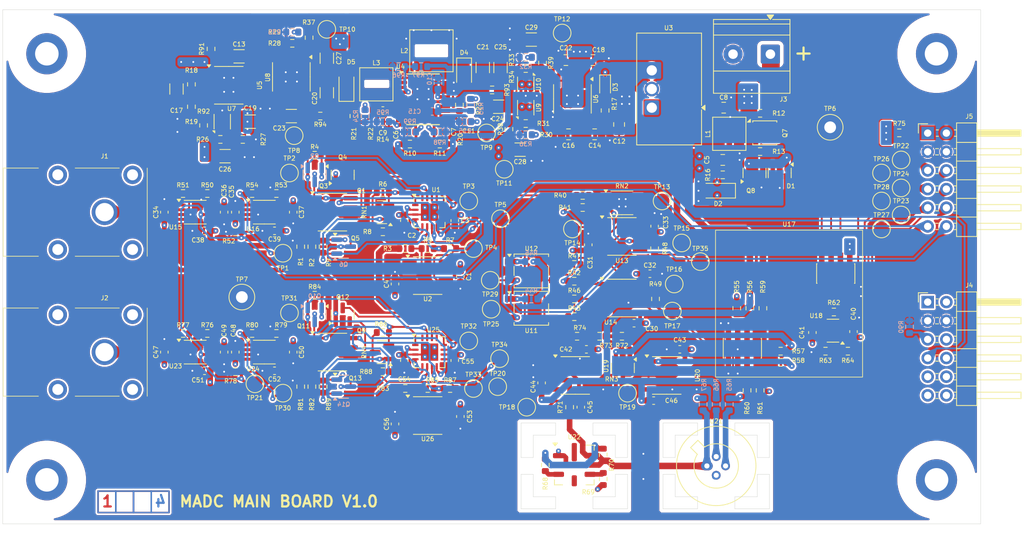
<source format=kicad_pcb>
(kicad_pcb (version 20241229) (generator "pcbnew") (generator_version "9.0")
  (layers (0 "F.Cu" signal) (4 "In1.Cu" signal) (6 "In2.Cu" signal) (2 "B.Cu" signal) (13 "F.Paste" user) (15 "B.Paste" user) (5 "F.SilkS" user "F.Silkscreen") (7 "B.SilkS" user "B.Silkscreen") (1 "F.Mask" user) (3 "B.Mask" user) (25 "Edge.Cuts" user))
  (net 0 "")
  (net 1 "GND")
  (net 2 "+18V")
  (net 3 "-18V")
  (net 4 "+24V")
  (net 5 "Net-(U3-Vin)")
  (net 6 "+5V")
  (net 7 "+3.3V")
  (net 8 "Net-(U4-EN1)")
  (net 9 "+3.3VP")
  (net 10 "/Block Diagram/ADC/SW_VRH")
  (net 11 "/Block Diagram/ADC/AD_ID")
  (net 12 "Net-(U4-COMP1)")
  (net 13 "Net-(U4-VREG)")
  (net 14 "Net-(U4-COMP2)")
  (net 15 "/Block Diagram/ADC/AD_IIN")
  (net 16 "/Block Diagram/ADC/AD_CMP")
  (net 17 "/Block Diagram/ADC/AD_IRN")
  (net 18 "Net-(U4-VREF)")
  (net 19 "/Block Diagram/ADC/AD_IRP")
  (net 20 "Net-(D4-K)")
  (net 21 "-14V")
  (net 22 "Net-(D1-A)")
  (net 23 "Net-(D4-A)")
  (net 24 "/Block Diagram/Auto Zero/AIN")
  (net 25 "/Block Diagram/Auto Zero1/AIN")
  (net 26 "Net-(U4-INBK)")
  (net 28 "/Block Diagram/Gain/GAIN_x10")
  (net 29 "Net-(J4-Pin_5)")
  (net 35 "/Block Diagram/Gain/GAIN_x100")
  (net 36 "/Block Diagram/ADC/AD_IN")
  (net 38 "/Block Diagram/Analog Channels/OUT")
  (net 40 "/Block Diagram/Analog Channels/IN")
  (net 41 "Net-(Q2-C)")
  (net 42 "Net-(Q2-B)")
  (net 43 "Net-(Q5-C)")
  (net 44 "Net-(Q2-E)")
  (net 45 "Net-(Q3-E)")
  (net 46 "Net-(Q4-G)")
  (net 47 "Net-(Q5-B)")
  (net 48 "Net-(Q5-E)")
  (net 49 "Net-(Q6-B)")
  (net 50 "/Block Diagram/Analog Channels1/IN")
  (net 51 "/Block Diagram/Analog Channels1/OUT")
  (net 52 "+10V")
  (net 53 "+16V")
  (net 54 "-16V")
  (net 55 "Net-(Q1-Pad4)")
  (net 56 "Net-(R6-Pad2)")
  (net 57 "Net-(U4-FB2)")
  (net 58 "Net-(U4-FB1)")
  (net 59 "Net-(U7-ADJ)")
  (net 60 "-7V")
  (net 61 "+7V")
  (net 62 "Net-(Q4-S)")
  (net 63 "Net-(U4-SS)")
  (net 66 "/Block Diagram/Auto Zero/AZ_CTR")
  (net 68 "Net-(J3-Pin_1)")
  (net 69 "Net-(Q10-C)")
  (net 70 "Net-(Q10-B)")
  (net 71 "Net-(Q10-E)")
  (net 72 "Net-(Q13-B)")
  (net 73 "Net-(Q9-Pad4)")
  (net 74 "Net-(R40-Pad2)")
  (net 75 "Net-(D3-A)")
  (net 77 "Net-(D5-K)")
  (net 79 "Net-(D2-K)")
  (net 80 "Net-(D5-A)")
  (net 82 "Net-(Q12-S)")
  (net 84 "Net-(Q13-C)")
  (net 85 "Net-(Q11-E)")
  (net 86 "Net-(Q12-G)")
  (net 87 "Net-(Q13-E)")
  (net 88 "Net-(Q14-B)")
  (net 89 "Net-(R29-Pad2)")
  (net 90 "Net-(R41-Pad2)")
  (net 91 "Net-(R46-Pad2)")
  (net 92 "Net-(R48-Pad1)")
  (net 93 "Net-(U4-EN2)")
  (net 94 "/Block Diagram/Voltage Reference/NVREF")
  (net 95 "Net-(U26--)")
  (net 99 "Net-(C9-Pad1)")
  (net 100 "Net-(C11-Pad1)")
  (net 101 "Net-(U19A-+)")
  (net 102 "Net-(U2--)")
  (net 103 "Net-(U1A-+)")
  (net 104 "Net-(R22-Pad2)")
  (net 105 "Net-(R23-Pad2)")
  (net 106 "Net-(U8-SENSE{slash}ADJ)")
  (net 107 "Net-(R28-Pad1)")
  (net 108 "Net-(U9-ADJ)")
  (net 109 "Net-(R30-Pad1)")
  (net 110 "Net-(U9-VOUT)")
  (net 111 "Net-(R32-Pad2)")
  (net 112 "Net-(U10-ADJ)")
  (net 113 "Net-(U10-VOUT)")
  (net 114 "Net-(U14--)")
  (net 115 "Net-(U14-+)")
  (net 116 "Net-(R44-Pad2)")
  (net 117 "Net-(R45-Pad2)")
  (net 118 "Net-(R46-Pad1)")
  (net 119 "Net-(R47-Pad1)")
  (net 120 "Net-(R49-Pad1)")
  (net 121 "Net-(R50-Pad1)")
  (net 122 "Net-(R51-Pad2)")
  (net 123 "Net-(R53-Pad1)")
  (net 124 "Net-(U17-VEE)")
  (net 125 "Net-(U17-VREF)")
  (net 126 "Net-(U17-VCC)")
  (net 127 "Net-(U17-AD_CMP)")
  (net 128 "Net-(U18-DIR)")
  (net 129 "Net-(R65-Pad2)")
  (net 130 "Net-(R66-Pad1)")
  (net 131 "Net-(U22-HEATER-)")
  (net 132 "Net-(U22-HEATER+)")
  (net 133 "Net-(R72-Pad2)")
  (net 134 "Net-(U19B--)")
  (net 135 "Net-(R76-Pad1)")
  (net 136 "Net-(R77-Pad2)")
  (net 137 "Net-(R79-Pad1)")
  (net 138 "Net-(U25A-+)")
  (net 139 "Net-(R86-Pad2)")
  (net 140 "Net-(U13-+)")
  (net 141 "Net-(U13--)")
  (net 142 "Net-(U20A--)")
  (net 151 "Net-(U11-Pad3)")
  (net 155 "Net-(U20B--)")
  (net 160 "Net-(U8-EN)")
  (net 161 "Net-(U10-EN)")
  (net 162 "Net-(U4-SYNC{slash}FREQ)")
  (net 163 "Net-(U5-SENSE{slash}ADJ)")
  (footprint "Resistor_SMD:R_0603_1608Metric" (layer "F.Cu") (at 166.116 84.455 180)
    (property "Reference" "R74")
    (property "Value" "TNPU060310K0AWEN00")
  )
  (footprint "Capacitor_SMD:C_0603_1608Metric" (layer "F.Cu") (at 124.968 89.154 180)
    (property "Reference" "C52")
    (property "Value" "0.1u")
  )
  (footprint "TestPoint:TestPoint_Pad_D2.0mm" (layer "F.Cu") (at 132.08 42.6805 90)
    (property "Reference" "TP10")
    (property "Value" "TestPoint")
  )
  (footprint "Capacitor_SMD:C_1206_3216Metric" (layer "F.Cu") (at 153.289 47.879 90)
    (property "Reference" "C21")
    (property "Value" "10u/50V")
  )
  (footprint "Capacitor_SMD:C_0603_1608Metric" (layer "F.Cu") (at 147.447 56.642)
    (property "Reference" "C7")
    (property "Value" "0.1u")
  )
  (footprint "Package_CSP:LFCSP-6-1EP_2x2mm_P0.65mm_EP1x1.6mm" (layer "F.Cu") (at 117.856 55.245 90)
    (property "Reference" "U7")
    (property "Value" "ADP7182ACPZN-R7")
  )
  (footprint "TestPoint:TestPoint_Pad_D2.0mm" (layer "F.Cu") (at 207.518 69.85)
    (property "Reference" "TP27")
    (property "Value" "TestPoint")
  )
  (footprint "Resistor_SMD:R_0603_1608Metric" (layer "F.Cu") (at 193.802 86.487 180)
    (property "Reference" "R57")
    (property "Value" "0")
  )
  (footprint "Resistor_SMD:R_0603_1608Metric" (layer "F.Cu") (at 191.389 80.645 -90)
    (property "Reference" "R59")
    (property "Value" "0")
  )
  (footprint "Package_SO:MSOP-8-1EP_3x3mm_P0.65mm_EP1.73x1.85mm" (layer "F.Cu") (at 172.212 66.294)
    (property "Reference" "RN2")
    (property "Value" "LT5400BCMS8E-1#PBF")
  )
  (footprint "Capacitor_SMD:C_0603_1608Metric" (layer "F.Cu") (at 149.479 68.707 -90)
    (property "Reference" "C3")
    (property "Value" "0.1u")
  )
  (footprint "Package_SO:SOIC-8-1EP_3.9x4.9mm_P1.27mm_EP2.29x3mm" (layer "F.Cu") (at 118.745 50.292)
    (property "Reference" "U5")
    (property "Value" "ADP7142ARDZ-R7")
  )
  (footprint "Package_CSP:Analog_LFCSP-16-1EP_4x4mm_P0.65mm_EP2.35x2.35mm" (layer "F.Cu") (at 146.05 86.614)
    (property "Reference" "U25")
    (property "Value" "ADA4622-4ACPZ")
  )
  (footprint "Resistor_SMD:R_0603_1608Metric" (layer "F.Cu") (at 150.114 52.959 -90)
    (property "Reference" "R20")
    (property "Value" "2M94")
  )
  (footprint "Resistor_SMD:R_0603_1608Metric" (layer "F.Cu") (at 209.931 56.769)
    (property "Reference" "R75")
    (property "Value" "0")
  )
  (footprint "Package_SO:SO-4_4.4x4.3mm_P2.54mm" (layer "F.Cu") (at 159.893 80.645)
    (property "Reference" "U11")
    (property "Value" "AQY212G3HS")
  )
  (footprint "Capacitor_SMD:C_0603_1608Metric" (layer "F.Cu") (at 166.624 94.107 -90)
    (property "Reference" "C45")
    (property "Value" "0.1u")
  )
  (footprint "Capacitor_SMD:C_1206_3216Metric" (layer "F.Cu") (at 132.08 51.308 90)
    (property "Reference" "C20")
    (property "Value" "10u/50V")
  )
  (footprint "TestPoint:TestPoint_Pad_D2.0mm" (layer "F.Cu") (at 155.321 91.313)
    (property "Reference" "TP20")
    (property "Value" "TestPoint")
  )
  (footprint "Package_CSP:LFCSP-6-1EP_2x2mm_P0.65mm_EP1x1.6mm" (layer "F.Cu") (at 159.131 53.34 90)
    (property "Reference" "U9")
    (property "Value" "ADP7182ACPZN-R7")
  )
  (footprint "Package_TO_SOT_SMD:SOT-23" (layer "F.Cu") (at 134.366 91.313)
    (property "Reference" "Q13")
    (property "Value" "MMBT6429LT1G")
  )
  (footprint "Resistor_SMD:R_0603_1608Metric" (layer "F.Cu") (at 131.572 91.313 90)
    (property "Reference" "R89")
    (property "Value" "21k5/0.125W")
  )
  (footprint "Resistor_SMD:R_0603_1608Metric" (layer "F.Cu") (at 191.008 91.821 90)
    (property "Reference" "R61")
    (property "Value" "0")
  )
  (footprint "TestPoint:TestPoint_Pad_D2.0mm" (layer "F.Cu") (at 210.185 67.945)
    (property "Reference" "TP23")
    (property "Value" "TestPoint")
  )
  (footprint "Package_TO_SOT_SMD:SOT-23" (layer "F.Cu") (at 134.239 62.484 90)
    (property "Reference" "Q4")
    (property "Value" "MMBF4392LT1G")
  )
  (footprint "Resistor_SMD:R_0603_1608Metric" (layer "F.Cu") (at 119.634 89.281 180)
    (property "Reference" "R78")
    (property "Value" "10k")
  )
  (footprint "Capacitor_SMD:C_0603_1608Metric" (layer "F.Cu") (at 119.634 67.564 90)
    (property "Reference" "C35")
    (property "Value" "0.1u")
  )
  (footprint "TestPoint:TestPoint_Pad_D2.0mm" (layer "F.Cu") (at 152.019 91.567)
    (property "Reference" "TP33")
    (property "Value" "TestPoint")
  )
  (footprint "Resistor_SMD:R_0603_1608Metric" (layer "F.Cu") (at 113.665 50.165 -90)
    (property "Reference" "R18")
    (property "Value" "620k")
  )
  (footprint "Capacitor_SMD:C_0603_1608Metric" (layer "F.Cu") (at 115.443 89.154 180)
    (property "Reference" "C51")
    (property "Value" "0.1u")
  )
  (footprint "Capacitor_SMD:C_1206_3216Metric" (layer "F.Cu") (at 111.633 50.8 -90)
    (property "Reference" "C17")
    (property "Value" "2u2/50V")
  )
  (footprint "Resistor_SMD:R_0603_1608Metric" (layer "F.Cu") (at 129.667 43.815 90)
    (property "Reference" "R37")
    (property "Value" "0")
  )
  (footprint "Resistor_SMD:R_0603_1608Metric" (layer "F.Cu") (at 166.878 65.278)
    (property "Reference" "R40")
    (property "Value" "0")
  )
  (footprint "Diode_SMD:D_SOD-123" (layer "F.Cu") (at 185.293 64.643 180)
    (property "Reference" "D2")
    (property "Value" "1N4148W")
  )
  (footprint "TestPoint:TestPoint_Pad_D2.0mm" (layer "F.Cu") (at 165.481 69.85)
    (property "Reference" "TP14")
    (property "Value" "TestPoint")
  )
  (footprint "MADC:S16N-PC" (layer "F.Cu") (at 101.854 67.564 180)
    (property "Reference" "J1")
    (property "Value" "FCR7350R")
  )
  (footprint "Converter_DCDC:Converter_DCDC_TRACO_TSR2-24xxN_TSR2-24xxxN_THT" (layer "F.Cu") (at 176.2735 53.34 180)
    (property "Reference" "U3")
    (property "Value" "TSR3-2450N")
  )
  (footprint "Resistor_SMD:R_0603_1608Metric" (layer "F.Cu") (at 161.417 47.244 90)
    (property "Reference" "R39")
    (property "Value" "0")
  )
  (footprint "Resistor_SMD:R_0603_1608Metric" (layer "F.Cu") (at 176.784 79.375 -90)
    (property "Reference" "R49")
    (property "Value" "0")
  )
  (footprint "TestPoint:TestPoint_Pad_D2.0mm" (layer "F.Cu") (at 152.019 72.517)
    (property "Reference" "TP4")
    (property "Value" "TestPoint")
  )
  (footprint "Resistor_SMD:R_0603_1608Metric" (layer "F.Cu") (at 112.522 65.024 180)
    (property "Reference" "R51")
    (property "Value" "0")
  )
  (footprint "TestPoint:TestPoint_Pad_D2.0mm" (layer "F.Cu") (at 126.111 73.152)
    (property "Reference" "TP1")
    (property "Value" "TestPoint")
  )
  (footprint "Resistor_SMD:R_0603_1608Metric" (layer "F.Cu") (at 165.735 74.676)
    (property "Reference" "R47")
    (property "Value" "499/0.01%/2ppm")
  )
  (footprint "TestPoint:TestPoint_Pad_D2.0mm" (layer "F.Cu") (at 126.111 92.202)
    (property "Reference" "TP30")
    (property "Value" "TestPoint")
  )
  (footprint "Capacitor_SMD:C_1206_3216Metric" (layer "F.Cu") (at 121.666 55.245)
    (property "Reference" "C19")
    (property "Value" "2u2/50V")
  )
  (footprint "Resistor_SMD:R_0603_1608Metric" (layer "F.Cu") (at 130.429 78.867)
    (property "Reference" "R84")
    (property "Value" "21k5/0.125W")
  )
  (footprint "Package_TO_SOT_SMD:SOT-23" (layer "F.Cu") (at 134.239 81.534 90)
    (property "Reference" "Q12")
    (property "Value" "MMBF4392LT1G")
  )
  (footprint "Capacitor_SMD:C_0603_1608Metric" (layer "F.Cu") (at 124.968 70.104 180)
    (property "Reference" "C39")
    (property "Value" "0.1u")
  )
  (footprint "MountingHole:MountingHole_3.2mm_M3_DIN965_Pad" (layer "F.Cu") (at 215 46)
    (property "Reference" "H2" (hide yes))
    (property "Value" "MountingHole")
  )
  (footprint "Inductor_SMD:L_Coilcraft_XAL4020-XXX" (layer "F.Cu") (at 186.817 56.896 180)
    (property "Reference" "L1")
    (property "Value" "XFL4020-472MEC")
  )
  (footprint "TestPoint:TestPoint_Pad_D2.0mm" (layer "F.Cu") (at 159.258 94.107 90)
    (property "Reference" "TP18")
    (property "Value" "TestPoint")
  )
  (footprint "Resistor_SMD:R_0603_1608Metric" (layer "F.Cu") (at 130.048 91.313 90)
    (property "Reference" "R82")
    (property "Value" "10")
  )
  (footprint "Capacitor_SMD:C_0603_1608Metric" (layer "F.Cu") (at 149.479 87.757 -90)
    (property "Reference" "C55")
    (property "Value" "0.1u")
  )
  (footprint "Resistor_SMD:R_0603_1608Metric" (layer "F.Cu") (at 161.798 101.981 -90)
    (property "Reference" "R68")
    (property "Value" "0")
  )
  (footprint "Capacitor_SMD:C_0603_1608Metric" (layer "F.Cu") (at 139.7 53.721)
    (property "Reference" "C9")
    (property "Value" "47n/50V")
  )
  (footprint "TestPoint:TestPoint_Pad_D2.0mm" (layer "F.Cu") (at 207.518 66.04)
    (property "Reference" "TP28")
    (property "Value" "TestPoint")
  )
  (footprint "Resistor_SMD:R_0603_1608Metric" (layer "F.Cu") (at 128.524 91.313 90)
    (property "Reference" "R81")
    (property "Value" "100k/0.1%")
  )
  (footprint "Resistor_SMD:R_0603_1608Metric" (layer "F.Cu") (at 145.796 72.517)
    (property "Reference" "R5")
    (property "Value" "21k5/0.125W")
  )
  (footprint "Resistor_SMD:R_0603_1608Metric" (layer "F.Cu") (at 121.92 65.024 180)
    (property "Reference" "R54")
    (property "Value" "0")
  )
  (footprint "Resistor_SMD:R_0603_1608Metric" (layer "F.Cu") (at 142.748 91.567)
    (property "Reference" "R83")
    (property "Value" "14k7")
  )
  (footprint "Package_SO:MSOP-8_3x3mm_P0.65mm" (layer "F.Cu") (at 123.571 86.614)
    (property "Reference" "U24")
    (property "Value" "ADG419BRMZ")
  )
  (footprint "Resistor_SMD:R_0603_1608Metric" (layer "F.Cu") (at 169.924 53.721 90)
    (property "Reference" "R17")
    (property "Value" "1k")
  )
  (footprint "Package_SO:SOIC-8_3.9x4.9mm_P1.27mm" (layer "F.Cu") (at 165.862 89.789)
    (property "Reference" "U19")
    (property "Value" "OPA2192IDR")
  )
  (footprint "Resistor_SMD:R_0603_1608Metric" (layer "F.Cu") (at 120.65 57.658)
    (property "Reference" "R27")
    (property "Value" "51k1")
  )
  (footprint "Capacitor_SMD:C_0603_1608Metric" (layer "F.Cu") (at 203.708 83.82 90)
    (property "Reference" "C40")
    (property "Value" "0.1u")
  )
  (footprint "Package_TO_SOT_SMD:SOT-23" (layer "F.Cu") (at 130.429 81.534 -90)
    (property "Reference" "Q11")
    (property "Value" "MMBT6429LT1G")
  )
  (footprint "Resistor_SMD:R_0603_1608Metric" (layer "F.Cu") (at 128.524 72.263 90)
    (property "Reference" "R1")
    (property "Value" "100k/0.1%")
  )
  (footprint "TestPoint:TestPoint_Pad_D2.0mm" (layer "F.Cu") (at 179.324 77.343)
    (property "Reference" "TP16")
    (property "Value" "TestPoint")
  )
  (footprint "Package_TO_SOT_SMD:SOT-23" (layer "F.Cu") (at 193.675 62.23 -90)
    (property "Reference" "D1")
    (property "Value" "BZX84C10LT1G")
  )
  (footprint "TestPoint:TestPoint_Keystone_5010-5014_Multipurpose" (layer "F.Cu") (at 120.523 79.121)
    (property "Reference" "TP7")
    (property "Value" "TestPoint")
  )
  (footprint "TestPoint:TestPoint_Keystone_5010-5014_Multipurpose" (layer "F.Cu") (at 200.533 56.007)
    (property "Reference" "TP6")
    (property "Value" "TestPoint")
  )
  (footprint "Package_SO:SOIC-8_3.9x4.9mm_P1.27mm" (layer "F.Cu") (at 178.308 89.789)
    (property "Reference" "U20")
    (property "Value" "OPA2192IDR")
  )
  (footprint "Package_SO:SOIC-8_3.9x4.9mm_P1.27mm" (layer "F.Cu") (at 132.842 67.564)
    (property "Reference" "Q1")
    (property "Value" "JFE2140DR")
  )
  (footprint "Resistor_SMD:R_0603_1608Metric" (layer "F.Cu") (at 193.802 88.011 180)
    (property "Reference" "R58")
    (property "Value" "0")
  )
  (footprint "Resistor_SMD:R_0603_1608Metric" (layer "F.Cu") (at 142.748 72.517)
    (property "Reference" "R3")
    (property "Value" "14k7")
  )
  (footprint "Capacitor_SMD:C_0603_1608Metric" (layer "F.Cu") (at 167.64 72.009 90)
    (property "Reference" "C31")
    (property "Value" "0.1u")
  )
  (footprint "Resistor_SMD:R_0603_1608Metric" (layer "F.Cu") (at 127.381 43.053)
    (property "Reference" "R29")
    (property "Value" "39k")
  )
  (footprint "Resistor_SMD:R_0603_1608Metric" (layer "F.Cu") (at 169.672 103.886 -90)
    (property "Reference" "R69")
    (property "Value" "0")
  )
  (footprint "Package_SO:Vishay_PowerPAK_1212-8_Single" (layer "F.Cu") (at 191.643 56.769)
    (property "Reference" "Q7")
    (property "Value" "SiS443DN")
  )
  (footprint "Resistor_SMD:R_0603_1608Metric" (layer "F.Cu") (at 139.7 64.897 180)
    (property "Reference" "R6")
    (property "Value" "2k/0.1%")
  )
  (footprint "Resistor_SMD:R_0603_1608Metric" (layer "F.Cu") (at 127.381 44.577 180)
    (property "Reference" "R28")
    (property "Value" "620k")
  )
  (footprint "Capacitor_SMD:C_0603_1608Metric" (layer "F.Cu") (at 150.241 95.377 -90)
    (property "Reference" "C53")
    (property "Value" "0.1u")
  )
  (footprint "Capacitor_SMD:C_1206_3216Metric" (layer "F.Cu") (at 159.893 44.069)
    (property "Reference" "C29")
    (property "Value" "2u2/50V")
  )
  (footprint "Resistor_SMD:R_0603_1608Metric" (layer "F.Cu") (at 169.164 84.455 180)
    (property "Reference" "R73")
    (property "Value" "RN73C1J6K98BTG")
  )
  (footprint "TestPoint:TestPoint_Pad_D2.0mm" (layer "F.Cu") (at 151.384 66.04)
    (property "Reference" "TP3")
    (property "Value" "TestPoint")
  )
  (footprint "MADC:S16N-PC" (layer "F.Cu") (at 101.854 86.614 180)
    (property "Reference" "J2")
    (property "Value" "FCR7350B")
  )
  (footprint "Resistor_SMD:R_0603_1608Metric" (layer "F.Cu") (at 147.447 58.293 180)
    (property "Reference" "R11")
    (property "Value" "10k")
  )
  (footprint "Capacitor_SMD:C_1206_3216Metric" (layer "F.Cu") (at 127.254 54.483 180)
    (property "Reference" "C23")
    (property "Value" "2u2/50V")
  )
  (footprint "Capacitor_SMD:C_0603_1608Metric" (layer "F.Cu") (at 141.351 96.393 90)
    (property "Reference" "C56")
    (property "Value" "0.1u")
  )
  (footprint "Capacitor_SMD:C_0603_1608Metric" (layer "F.Cu") (at 127.508 86.614 -90)
    (property "Reference" "C50")
    (property "Value" "0.1u")
  )
  (footprint "Package_CSP:LFCSP-6-1EP_2x2mm_P0.65mm_EP1x1.6mm" (layer "F.Cu") (at 159.131 50.165 -90)
    (property "Reference" "U10")
    (property "Value" "ADP7182ACPZN-R7")
  )
  (footprint "TestPoint:TestPoint_Pad_D2.0mm" (layer "F.Cu") (at 127 62.23)
    (property "Reference" "TP2")
    (property "Value" "TestPoint")
  )
  (footprint "Resistor_SMD:R_0603_1608Metric" (layer "F.Cu") (at 176.657 72.517 -90)
    (property "Reference" "R48")
    (property "Value" "0")
  )
  (footprint "Capacitor_SMD:C_0603_1608Metric" (layer "F.Cu") (at 142.621 68.707 -90)
    (property "Reference" "C2")
    (property "Value" "0.1u")
  )
  (footprint "Capacitor_SMD:C_0805_2012Metric" (layer "F.Cu") (at 186.055 53.34)
    (property "Reference" "C8")
    (property "Value" "4u7/50V")
  )
  (footprint "TestPoint:TestPoint_Pad_D2.0mm" (layer "F.Cu") (at 127 81.28)
    (property "Reference" "TP31")
    (property "Value" "TestPoint")
  )
  (footprint "Capacitor_SMD:C_0603_1608Metric" (layer "F.Cu") (at 119.634 86.614 90)
    (property "Reference" "C48")
    (property "Value" "0.1u")
  )
  (footprint "TestPoint:TestPoint_Pad_D2.0mm" (layer "F.Cu") (at 156.21 61.722 90)
    (property "Reference" "TP11")
    (property "Value" "TestPoint")
  )
  (footprint "Capacitor_SMD:C_1206_3216Metric" (layer "F.Cu") (at 155.702 47.879 -90)
    (property "Reference" "C25")
    (property "Value" "2u2/50V")
  )
  (footprint "Package_SO:MSOP-8_3x3mm_P0.65mm" (layer "F.Cu") (at 114.173 67.564)
    (property "Reference" "U15")
    (property "Value" "ADG419BRMZ")
  )
  (footprint "Resistor_SMD:R_0603_1608Metric" (layer "F.Cu") (at 148.844 72.517)
    (property "Reference" "R7")
    (property "Value" "2k/0.1%")
  )
  (footprint "Package_TO_SOT_THT:Analog_TO-46-4_ThermalShield" (layer "F.Cu") (at 183.769 102.108)
    (property "Reference" "U21")
    (property "Value" "ADR1399KHZ")
  )
  (footprint "Package_TO_SOT_SMD:SOT-23-6" (layer "F.Cu") (at 200.914 83.693 180)
    (property "Reference" "U18")
    (property "Value" "SN74LVC1T45DBV")
  )
  (footprint "Package_SO:SOIC-8_3.9x4.9mm_P1.27mm" (layer "F.Cu") (at 132.842 86.614)
    (property "Reference" "Q9")
    (property "Value" "JFE2140DR")
  )
  (footprint "MountingHole:MountingHole_3.2mm_M3_DIN965_Pad" (layer "F.Cu") (at 94 104)
    (property "Reference" "H3" (hide yes))
    (property "Value" "MountingHole")
  )
  (footprint "Capacitor_SMD:C_0603_1608Metric" (layer "F.Cu") (at 143.383 56.642 180)
    (property "Reference" "C6")
    (property "Value" "0.1u")
  )
  (footprint "Capacitor_SMD:C_0603_1608Metric" (layer "F.Cu") (at 118.11 67.564 -90)
    (property "Reference" "C36")
    (property "Value" "0.1u")
  )
  (footprint "Package_SO:SOIC-8_3.9x4.9mm_P1.27mm" (layer "F.Cu") (at 145.796 95.25)
    (property "Reference" "U26")
    (property "Value" "OP27GSZ")
  )
  (footprint "Resistor_SMD:R_0603_1608Metric" (layer "F.Cu") (at 159.131 46.482 180)
    (property "Reference" "R33")
    (property "Value" "47k")
  )
  (footprint "Resistor_SMD:R_0603_1608Metric" (layer "F.Cu") (at 169.672 100.584 90)
    (property "Reference" "R70")
    (property "Value" "1k8/1%/250mW")
  )
  (footprint "Capacitor_SMD:C_0805_2012Metric" (layer "F.Cu") (at 168.503 56.9665)
    (property "Reference" "C14")
    (property "Value" "10u/25V")
  )
  (footprint "Resistor_SMD:R_0603_1608Metric" (layer "F.Cu") (at 131.572 72.263 90)
    (property "Reference" "R9")
    (property "Value" "21k5/0.125W")
  )
  (footprint "TestPoint:TestPoint_Pad_D2.0mm" (layer "F.Cu") (at 179.07 81.026)
    (property "Reference" "TP17")
    (property "Value" "TestPoint")
  )
  (footprint "Resistor_SMD:R_0603_1608Metric" (layer "F.Cu") (at 115.824 84.074 180)
    (property "Reference" "R76")
    (property "Value" "10k")
  )
  (footprint "TestPoint:TestPoint_Pad_D2.0mm" (layer "F.Cu") (at 151.384 85.09)
    (property "Reference" "TP32")
    (property "Value" "TestPoint")
  )
  (footprint "TestPoint:TestPoint_Pad_D2.0mm" (layer "F.Cu") (at 154.432 80.772)
    (property "Reference" "TP25")
    (property "Value" "TestPoint")
  )
  (footprint "Resistor_SMD:R_0603_1608Metric" (layer "F.Cu") (at 159.131 48.006)
    (property "Reference" "R34")
    (property "Value" "620k")
  )
  (footprint "TestPoint:TestPoint_Pad_D2.0mm" (layer "F.Cu") (at 182.88 74.295)
    (property "Reference" "TP35")
    (property "Value" "TestPoint")
  )
  (footprint "Resistor_SMD:R_0603_1608Metric" (layer "F.Cu") (at 165.1 94.107 -90)
    (property "Reference" "R71")
    (property "Value" "62")
  )
  (footprint "TestPoint:TestPoint_Pad_D2.0mm" (layer "F.Cu") (at 127.635 57.15)
    (property "Reference" "TP8")
    (property "Value" "TestPoint")
  )
  (footprint "Resistor_SMD:R_0603_1608Metric" (layer "F.Cu") (at 137.287 54.483 90)
    (property "Reference" "R22")
    (property "Value" "107k")
  )
  (footprint "MountingHole:MountingHole_3.2mm_M3_DIN965_Pad" (layer "F.Cu") (at 215 104)
    (property "Reference" "H4" (hide yes))
    (property "Value" "MountingHole")
  )
  (footprint "TestPoint:TestPoint_Pad_D2.0mm" (layer "F.Cu") (at 210.185 60.452)
    (property "Reference" "TP22")
    (property "Value" "TestPoint")
  )
  (footprint "TestPoint:TestPoint_Pad_D2.0mm" (layer "F.Cu") (at 122.301 90.932)
    (property "Reference" "TP21")
    (property "Value" "TestPoint")
  )
  (footprint "Resistor_SMD:R_0603_1608Metric" (layer "F.Cu") (at 112.522 84.074 180)
    (property "Reference" "R77")
    (property "Value" "0")
  )
  (footprint "Capacitor_SMD:C_0603_1608Metric" (layer "F.Cu") (at 176.022 75.946)
    (property "Reference" "C32")
    (property "Value" "0.1u")
  )
  (footprint "Diode_SMD:D_PowerDI-123" (layer "F.Cu") (at 134.747 50.165 90)
    (property "Reference" "D5")
    (property "Value" "SBR3U40P1Q-7")
  )
  (footprint "TestPoint:TestPoint_Pad_D2.0mm" (layer "F.Cu") (at 154.305 76.835)
    (property "Reference" "TP29")
    (property "Value" "TestPoint")
  )
  (footprint "Resistor_SMD:R_0603_1608Metric" (layer "F.Cu") (at 119.634 70.231 180)
    (property "Reference" "R52")
    (property "Value" "10k")
  )
  (footprint "Capacitor_SMD:C_0603_1608Metric" (layer "F.Cu") (at 109.982 86.614 90)
    (property "Reference" "C47")
    (property "Value" "0.1u")
  )
  (footprint "Inductor_SMD:L_Coilcraft_XAL4040-XXX" (layer "F.Cu") (at 138.811 50.165 90)
    (property "Reference" "L3")
    (property "Value" "XAL4040-103MEC")
  )
  (footprint "Resistor_SMD:R_0603_1608Metric" (layer "F.Cu") (at 125.222 65.024 180)
    (property "Reference" "R53")
    (property "Value" "10k")
  )
  (footprint "Resistor_SMD:R_0603_1608Metric" (layer "F.Cu") (at 202.946 86.487 180)
    (property "Reference" "R64")
    (property "Value" "1k")
  )
  (footprint "TestPoint:TestPoint_Pad_D2.0mm" (layer "F.Cu") (at 177.673 66.04)
    (property "Reference" "TP13")
    (property "Value" "TestPoint")
  )
  (footprint "Resistor_SMD:R_0603_1608Metric" (layer "F.Cu") (at 130.048 72.263 90)
    (property "Reference" "R2")
    (property "Value" "10")
  )
  (footprint "Capacitor_SMD:C_0603_1608Metric" (layer "F.Cu") (at 142.621 87.757 -90)
    (property "Reference" "C54")
    (property "Value" "0.1u")
  )
  (footprint "Resistor_SMD:R_0603_1608Metric" (layer "F.Cu") (at 191.008 59.309)
    (property "Reference" "R13")
    (property "Value" "100k")
  )
  (footprint "Resistor_SMD:R_0603_1608Metric" (layer "F.Cu") (at 130.429 59.817)
    (property "Reference" "R4")
    (property "Value" "21k5/0.125W")
  )
  (footprint "Capacitor_SMD:C_0603_1608Metric" (layer "F.Cu") (at 180.086 86.233 180)
    (property "Reference" "C43")
    (property "Value" "0.1u")
  )
  (footprint "Resistor_SMD:R_0603_1608Metric" (layer "F.Cu") (at 191.008 54.102 180)
    (property "Reference" "R12")
    (property "Value" "0")
  )
  (footprint "Capacitor_SMD:C_1206_3216Metric" (layer "F.Cu") (at 132.08 46.609 -90)
    (property "Reference" "C27")
    (property "Value" "2u2/50V")
  )
  (footprint "Capacitor_SMD:C_0603_1608Metric" (layer "F.Cu") (at 115.443 70.104 180)
    (property "Reference" "C38")
    (property "Value" "0.1u")
  )
  (footprint "Capacitor_SMD:C_0603_1608Metric" (layer "F.Cu") (at 173.863 82.677 180)
    (property "Reference" "C30")
    (property "Value" "0.1u")
  )
  (footprint "Resistor_SMD:R_0603_1608Metric" (layer "F.Cu") (at 121.92 84.074 180)
    (property "Reference" "R80")
    (property "Value" "0")
  )
  (footprint "Package_CSP:Analog_LFCSP-16-1EP_4x4mm_P0.65mm_EP2.35x2.35mm" (layer "F.Cu") (at 146.05 67.564)
    (property "Reference" "U1")
    (property "Value" "ADA4622-4ACPZ")
  )
  (footprint "TestPoint:TestPoint_Pad_D2.0mm" (layer "F.Cu") (at 164.084 43.18 -90)
    (property "Reference" "TP12")
    (property "Value" "TestPoint")
  )
  (footprint "Resistor_SMD:R_0603_1608Metric" (layer "F.Cu") (at 115.316 55.753 -90)
    (property "Reference" "R92")
    (property "Value" "0")
  )
  (footprint "Capacitor_SMD:C_1206_3216Metric" (layer "F.Cu") (at 120.142 46.355 180)
    (property "Reference" "C13")
    (property "Value" "2u2/50V")
  )
  (footprint "Resistor_SMD:R_0603_1608Metric" (layer "F.Cu") (at 135.763 54.483 -90)
    (property "Reference" "R21")
    (property "Value" "2M55")
  )
  (footprint "TestPoint:TestPoint_Pad_D2.0mm" (layer "F.Cu") (at 180.34 71.755)
    (property "Reference" "TP15")
    (property "Value" "TestPoint")
  )
  (footprint "Package_SO:MSOP-8_3x3mm_P0.65mm" (layer "F.Cu") (at 114.173 86.614)
    (property "Reference" "U23")
    (property "Value" "ADG419BRMZ")
  )
  (footprint "TestPoint:TestPoint_Pad_D2.0mm" (layer "F.Cu") (at 153.807 56.7775 180)
    (property "Reference" "TP9")
    (property "Value" "TestPoint")
  )
  (footprint "TestPoint:TestPoint_Pad_D2.0mm" (layer "F.Cu") (at 172.974 92.202)
    (property "Reference" "TP19")
    (property "Value" "TestPoint")
  )
  (footprint "Package_TO_SOT_SMD:SOT-23" (layer "F.Cu") (at 130.429 62.484 -90)
    (property "Reference" "Q3")
    (property "Value" "MMBT6429LT1G")
  )
  (footprint "Diode_SMD:D_PowerDI-123" (layer "F.Cu") (at 150.749 48.895 -90)
    (property "Reference" "D4")
    (property "Value" "SBR3U40P1Q-7")
  )
  (footprint "Capacitor_SMD:C_0603_1608Metric" (layer "F.Cu") (at 176.53 93.218)
    (property "Reference" "C46")
    (property "Value" "0.1u")
  )
  (footprint "Package_SO:SOIC-8-1EP_3.9x4.9mm_P1.27mm_EP2.29x3mm" (layer "F.Cu") (at 165.481 52.1435 -90)
    (property "Reference" "U6")
    (property "Value" "ADP7142ARDZ-3.3")
  )
  (footprint "TestPoint:TestPoint_Pad_D2.0mm" (layer "F.Cu") (at 155.702 68.453)
    (property "Reference" "TP5")
    (property "Value" "TestPoint")
  )
  (footprint "Capacitor_SMD:C_0603_1608Metric" (layer "F.Cu") (at 161.29 90.805 90)
    (property "Reference" "C44")
    (property "Value" "0.1u")
  )
  (footprint "Resistor_SMD:R_0603_1608Metric" (layer "F.Cu") (at 159.131 55.499 180)
    (property "Reference" "R31")
    (property "Value" "620k")
  )
  (footprint "Capacitor_SMD:C_0805_2012Metric" (layer "F.Cu") (at 164.592 46.863 180)
    (property "Reference" "C22")
    (property "Value" "10u/25V")
  )
  (footprint "Resistor_SMD:R_0603_1608Metric" (layer "F.Cu") (at 166.878 66.929)
    (property "Reference" "R41")
    (property "Value" "0")
  )
  (footprint "Capacitor_SMD:C_0805_2012Metric" (layer "F.Cu") (at 164.947 56.9695 180)
    (property "Reference" "C16")
    (property "Value" "10u/25V")
  )
  (footprint "Resistor_SMD:R_0603_1608Metric" (layer "F.Cu") (at 156.845 56.261 -90)
    (property "Reference" "R38")
    (property "Value" "0")
  )
  (footprint "Resistor_SMD:R_0603_1608Metric" (layer "F.Cu") (at 116.332 45.339 -90)
    (property "Reference" "R91")
    (property "Value" "0")
  )
  (footprint "Capacitor_SMD:C_0603_1608Metric" (layer "F.Cu") (at 176.657 69.469 90)
    (property "Reference" "C33")
    (property "Value" "0.1u")
  )
  (footprint "Capacitor_SMD:C_0805_2012Metric" (layer "F.Cu") (at 168.275 46.863)
    (property "Reference" "C18")
    (property "Value" "10u/25V")
  )
  (footprint "Capacitor_SMD:C_0603_1608Metric" (layer "F.Cu") (at 141.351 77.343 90)
    (property "Reference" "C4")
    (property "Value" "0.1u")
  )
  (footprint "Resistor_SMD:R_0603_1608Metric" (layer "F.Cu") (at 148.844 91.567)
    (property "Reference" "R87")
    (property "Value" "2k/0.1%")
  )
  (footprint "Resistor_SMD:R_0603_1608Metric" (layer "F.Cu") (at 189.23 91.817 90)
    (property "Reference" "R60")
    (property "Value" "0")
  )
  (footprint "Package_TO_SOT_SMD:SOT-23" (layer "F.Cu") (at 139.573 86.614 180)
    (property "Reference" "RN4")
    (property "Value" "MPMT4001AT1")
  )
  (footprint "Resistor_SMD:R_0603_1608Metric" (layer "F.Cu") (at 139.7 55.245 180)
    (property "Reference" "R14")
    (property "Value" "12k")
  )
  (footprint "Package_SO:SO-4_4.4x4.3mm_P2.54mm" (layer "F.Cu") (at 159.893 75.565)
    (property "Reference" "U12")
    (property "Value" "AQY212G3HS")
  )
  (footprint "Capacitor_SMD:C_1206_3216Metric" (layer "F.Cu") (at 158.369 59.055 180)
    (property "Reference" "C28")
    (property "Value" "2u2/50V")
  )
  (footprint "Package_SO:SOIC-8_3.9x4.9mm_P1.27mm" (layer "F.Cu") (at 172.212 70.866)
    (property "Reference" "U13")
    (property "Value" "ADA4627-1ARZ")
  )
  (footprint "Capacitor_SMD:C_0603_1608Metric" (layer "F.Cu") (at 109.982 67.564 90)
    (property "Reference" "C34")
    (property "Value" "0.1u")
  )
  (footprint "Resistor_SMD:R_0603_1608Metric" (layer "F.Cu") (at 143.383 58.293)
    (property "Reference" "R10")
    (property "Value" "10k")
  )
  (footprint "Resistor_SMD:R_0603_1608Metric" (layer "F.Cu") (at 139.7 89.281)
    (property "Reference" "R88")
    (property "Value" "2k/0.1%")
  )
  (footprint "Package_LCC:Analog_LCC-8_5x5mm_P1.27mm" (layer "F.Cu") (at 165.735 101.981)
    (property "Reference" "U22")
    (property "Value" "ADR1399KEZ")
  )
  (footprint "TestPoint:TestPoint_Pad_D2.0mm" (layer "F.Cu") (at 207.518 62.23)
    (property "Reference" "TP26")
    (property "Value" "TestPoint")
  )
  (footprint "Capacitor_SMD:C_0805_2012Metric" (layer "F.Cu") (at 185.928 60.452 180)
    (property "Reference" "C5")
    (property "Value" "4u7/50V")
  )
  (footprint "Resistor_SMD:R_0603_1608Metric" (layer "F.Cu") (at 189.611 80.645 -90)
    (property "Reference" "R56")
    (property "Value" "0")
  )
  (footprint "Resistor_SMD:R_0603_1608Metric" (layer "F.Cu") (at 139.7 83.947 180)
    (property "Reference" "R86")
    (property "Value" "2k/0.1%")
  )
  (footprint "Capacitor_SMD:C_1206_3216Metric" (layer "F.Cu") (at 118.237 59.944)
    (property "Reference" "C26")
    (property "Value" "2u2/50V")
  )
  (footprint "Package_SO:MSOP-8_3x3mm_P0.65mm" (layer "F.Cu") (at 123.571 67.564)
    (property "Reference" "U16")
    (property "Value" "ADG419BRMZ")
  )
  (footprint "Resistor_SMD:R_0603_1608Metric" (layer "F.Cu") (at 172.212 84.455 180)
    (property "Reference" "R72")
    (property "Value" "ERA-3AEB69R8V")
  )
  (footprint "Resistor_SMD:R_0603_1608Metric" (layer "F.Cu") (at 115.824 65.024 180)
    (property "Reference" "R50")
    (property "Value" "10k")
  )
  (footprint "Package_TO_SOT_SMD:SOT-23" (layer "F.Cu") (at 139.573 67.564 180)
    (property "Reference" "RN1")
    (property "Value" "MPMT4001AT1")
  )
  (footprint "Resistor_SMD:R_0603_1608Metric" (layer "F.Cu") (at 159.131 57.023 180)
    (property "Reference" "R30")
    (property "Value" "39k")
  )
  (footprint "Resistor_SMD:R_0603_1608Metric" (layer "F.Cu") (at 201.041 81.153 180)
    (property "Reference" "R62")
    (property "Value" "0")
  )
  (footprint "MountingHole:MountingHole_3.2mm_M3_DIN965_Pad" (layer "F.Cu") (at 94 46)
    (property "Reference" "H1" (hide yes))
    (property "Value" "MountingHole")
  )
  (footprint "TestPoint:TestPoint_Pad_D2.0mm" (layer "F.Cu") (at 210.185 64.262)
    (property "Reference" "TP24")
    (property "Value" "TestPoint")
  )
  (footprint "Package_SO:SOIC-8-1EP_3.9x4.9mm_P1.27mm_EP2.29x3mm" (layer "F.Cu") (at 127.254 49.149 -90)
    (property "Reference" "U8")
    (property "Value" "ADP7142ARDZ-R7")
  )
  (footprint "Connector_PinHeader_2.54mm:PinHeader_2x06_P2.54mm_Horizontal" (layer "F.Cu") (at 213.8 56.8)
    (property "Reference" "J5")
    (property "Value" "71764-0012")
  )
  (footprint "Package_TO_SOT_SMD:SOT-23" (layer "F.Cu") (at 172.339 88.773 -90)
    (property "Reference" "RN3")
    (property "Value" "MPMT1002AT1")
  )
  (footprint "Resistor_SMD:R_0603_1608Metric" (layer "F.Cu") (at 165.735 81.788)
    (property "Reference" "R43")
    (property "Value" "0")
  )
  (footprint "Capacitor_SMD:C_0603_1608Metric" (layer "F.Cu") (at 127.508 67.564 -90)
    (property "Reference" "C37")
    (property "Value" "0.1u")
  )
  (footprint "TestPoint:TestPoint_Pad_D2.0mm" (layer "F.Cu") (at 155.575 87.503)
    (property "Reference" "TP34")
    (property "Value" "TestPoint")
  )
  (footprint "Inductor_SMD:L_Coilcraft_XAL5050-XXX" (layer "F.Cu") (at 146.304 45.593 90)
    (property "Reference" "L2")
    (property "Value" "XAL5050-153MEC")
  )
  (footprint "Resistor_SMD:R_0603_1608Metric" (layer "F.Cu") (at 199.898 86.487)
    (property "Reference" "R63")
    (property "Value" "0")
  )
  (footprint "Capacitor_SMD:C_0603_1608Metric" (layer "F.Cu") (at 167.386 86.233 180)
    (property "Reference" "C42")
    (property "Value" "0.1u")
  )
  (footprint "Package_SO:SOIC-8_3.9x4.9mm_P1.27mm" (layer "F.Cu") (at 172.212 79.248)
    (property "Reference" "U14")
    (property "Value" "AD8422ARZ")
  )
  (footprint "Package_SO:ETSSOP-20-1EP_4.4x6.5mm_P0.65mm_EP3x4.2mm" (layer "F.Cu") (at 145.161 52.197)
    (property "Reference" "U4")
    (property "Value" "ADP5071AREZ")
  )
  (footprint "Resistor_SMD:R_0603_1608Metric" (layer "F.Cu") (at 154.559 50.927)
    (property "Reference" "R93")
    (property "Value" "0")
  )
  (footprint "Resistor_SMD:R_0603_1608Metric" (layer "F.Cu") (at 125.222 84.074 180)
    (property "Reference" "R79")
    (property "Value" "10k")
  )
  (footprint "Resistor_SMD:R_0603_1608Metric" (layer "F.Cu") (at 139.7 70.231)
    (property "Reference" "R8")
    (property "Value" "2k/0.1%")
  )
  (footprint "MADC:MADC" (layer "F.Cu") (at 194.945 80.01)
    (property "Reference" "U17")
    (property "Value" "MADC (2x62330821021)")
  )
  (footprint "Package_TO_SOT_SMD:SOT-23" (layer "F.Cu") (at 134.366 72.263)
    (property "Reference" "Q5")
    (property "Value" "MMBT6429LT1G")
  )
  (footprint "Resistor_SMD:R_0603_1608Metric" (layer "F.Cu") (at 131.191 54.483 180)
    (property "Reference" "R94")
    (property "Value" "0")
  )
  (footprint "Resistor_SMD:R_0603_1608Metric" (layer "F.Cu") (at 117.602 57.658)
    (property "Reference" "R26")
    (property "Value" "620k")
  )
  (footprint "Capacitor_SMD:C_0603_1608Metric" (layer "F.Cu") (at 198.12 83.947 90)
    (property "Reference" "C41")
    (property "Value" "0.1u")
  )
  (footprint "Connector_PinHeader_2.54mm:PinHeader_2x06_P2.54mm_Horizontal" (layer "F.Cu") (at 213.8 79.8)
    (property "Reference" "J4")
    (property "Value" "71764-0012")
  )
  (footprint "LED_SMD:LED_0603_1608Metric_Pad1.05x0.95mm_HandSolder" (layer "F.Cu") (at 169.924 50.546 -90)
    (property "Reference" "D3")
    (property "Value" "GREEN")
  )
  (footprint "Resistor_SMD:R_0603_1608Metric" (layer "F.Cu") (at 185.928 62.484 180)
    (property "Reference" "R16")
    (property "Value" "100k")
  )
  (footprint "Capacitor_SMD:C_0603_1608Metric" (layer "F.Cu") (at 118.11 86.614 -90)
    (property "Reference" "C49")
    (property "Value" "0.1u")
  )
  (footprint "Resistor_SMD:R_0603_1608Metric" (layer "F.Cu") (at 145.796 91.567)
    (property "Reference" "R85")
    (property "Value" "21k5/0.125W")
  )
  (footprint "Resistor_SMD:R_0603_1608Metric" (layer "F.Cu") (at 187.833 80.645 -90)
    (property "Reference" "R55")
    (property "Value" "0")
  )
  (footprint "Package_TO_SOT_SMD:SOT-23" (layer "F.Cu") (at 190.246 62.23 90)
    (property "Reference" "Q8")
    (property "Value" "MMBT3904VL")
  )
  (footprint "Capacitor_SMD:C_0805_2012Metric" (layer "F.Cu") (at 171.831 55.626 -90)
    (property "Reference" "C12")
    (property "Value" "10u/25V")
  )
  (footprint "Resistor_SMD:R_0603_1608Metric" (layer "F.Cu") (at 151.638 52.959 90)
    (property "Reference" "R23")
    (property "Value" "113k")
  )
  (footprint "Capacitor_SMD:C_1206_3216Metric" (layer "F.Cu") (at 155.448 53.213)
    (property "Reference" "C24")
    (property "Value" "2u2/50V")
  )
  (footprint "Resistor_SMD:R_0603_1608Metric" (layer "F.Cu") (at 165.735 76.962)
    (property "Reference" "R42")
    (property "Value" "0")
  )
  (footprint "Capacitor_SMD:C_0603_1608Metric" (layer "F.Cu") (at 150.876 55.245 180)
    (property "Reference" "C11")
    (property "Value" "68n/50V")
  )
  (footprint "Resistor_SMD:R_0603_1608Metric" (layer "F.Cu") (at 113.665 53.213 -90)
    (property "Reference" "R19")
    (property "Value" "49k9")
  )
  (footprint "Package_SO:SOIC-8_3.9x4.9mm_P1.27mm" (layer "F.Cu") (at 145.796 76.2)
    (property "Reference" "U2")
    (property "Value" "OP27GSZ")
  )
  (footprint "Resistor_SMD:R_0603_1608Metric" (layer "F.Cu") (at 165.735 79.375)
    (property "Reference" "R46")
    (property "Value" "5k49/0.1%/10ppm")
  )
  (footprint "TerminalBlock_Phoenix:TerminalBlock_Phoenix_MKDS-1,5-2-5.08_1x02_P5.08mm_Horizontal" (layer "F.Cu") (at 192.405 46.0555 180)
    (property "Reference" "J3")
    (property "Value" "1715721")
  )
  (footprint "Capacitor_SMD:C_0603_1608Metric" (layer "F.Cu") (at 150.241 76.327 -90)
    (property "Reference" "C1")
    (property "Value" "0.1u")
  )
  (footprint "Resistor_SMD:R_0603_1608Metric" (layer "B.Cu") (at 150.876 55.245)
    (property "Reference" "R15")
    (property "Value" "12k")
  )
  (footprint "Package_TO_SOT_SMD:SOT-23" (layer "B.Cu") (at 134.365 72.263)
    (property "Reference" "Q6")
    (property "Value" "MMBT6429LT1G")
  )
  (footprint "Resistor_SMD:R_0603_1608Metric" (layer "B.Cu") (at 183.261 93.726 90)
    (property "Reference" "R67")
    (property "Value" "2k7/1%/250mW")
  )
  (footprint "Resistor_SMD:R_0603_1608Metric" (layer "B.Cu") (at 185.039 93.726 90)
    (property "Reference" "R66")
    (property "Value" "0")
  )
  (footprint "Resistor_SMD:R_0603_1608Metric" (layer "B.Cu") (at 186.817 93.726 -90)
    (property "Reference" "R65")
    (property "Value" "0")
  )
  (footprint "Capacitor_SMD:C_0603_1608Metric" (layer "B.Cu") (at 146.431 53.848 180)
    (property "Reference" "C15")
    (property "Value" "0.1u")
  )
  (footprint "Resistor_SMD:R_0603_1608Metric" (layer "B.Cu") (at 144.907 47.752)
    (property "Reference" "R97")
    (property "Value" "1k")
  )
  (footprint "Resistor_SMD:R_0603_1608Metric" (layer "B.Cu") (at 141.859 47.752)
    (property "Reference" "R96")
    (property "Value" "0")
  )
  (footprint "Resistor_SMD:R_0603_1608Metric" (layer "B.Cu") (at 139.7 55.245)
    (property "Reference" "R95")
    (property "Value" "50k")
  )
  (footprint "Capacitor_SMD:C_0603_1608Metric" (layer "B.Cu") (at 147.193 50.038 -90)
    (property "Reference" "C10")
    (property "Value" "1u/50V")
  )
  (footprint "Resistor_SMD:R_0603_1608Metric" (layer "B.Cu") (at 211.328 83.185 -90)
    (property "Reference" "R90")
    (property "Value" "0")
  )
  (footprint "Resistor_SMD:R_0603_1608Metric" (layer "B.Cu") (at 147.447 56.642)
    (property "Reference" "R98")
    (property "Value" "10k")
  )
  (footprint "Package_TO_SOT_SMD:SOT-23" (layer "B.Cu") (at 130.429 81.534 -90)
    (property "Reference" "Q10")
    (property "Value" "MMBT6429LT1G")
  )
  (footprint "Resistor_SMD:R_0603_1608Metric" (layer "B.Cu") (at 151.638 52.959 -90)
    (property "Reference" "R25")
    (property "Value" "0")
  )
  (footprint "Resistor_SMD:R_0603_1608Metric" (layer "B.Cu") (at 159.131 57.023 180)
    (property "Reference" "R36")
    (property "Value" "6k2")
  )
  (footprint "Package_TO_SOT_SMD:SOT-23" (layer "B.Cu") (at 134.365 91.313)
    (property "Reference" "Q14")
    (property "Value" "MMBT6429LT1G")
  )
  (footprint "Resistor_SMD:R_0603_1608Metric" (layer "B.Cu") (at 137.287 54.483 -90)
    (property "Reference" "R24")
    (property "Value" "0")
  )
  (footprint "Resistor_SMD:R_0603_1608Metric" (layer "B.Cu") (at 143.383 56.642 180)
    (property "Reference" "R99")
    (property "Value" "10k")
  )
  (footprint "Resistor_SMD:R_0603_1608Metric" (layer "B.Cu") (at 127.381 43.053 180)
    (property "Reference" "R35")
    (property "Value" "5k23")
  )
  (footprint "Resistor_SMD:R_0603_1608Metric" (layer "B.Cu") (at 159.131 46.482)
    (property "Reference" "R32")
    (property "Value" "12k")
  )
  (footprint "Package_TO_SOT_SMD:SOT-23" (layer "B.Cu") (at 130.429 62.484 -90)
    (property "Reference" "Q2")
    (property "Value" "MMBT6429LT1G")
  )
  (footprint "Resistor_SMD:R_0603_1608Metric" (layer "B.Cu") (at 159.893 74.295 180)
    (property "Reference" "R45")
    (property "Value" "1k")
  )
  (footprint "Resistor_SMD:R_0603_1608Metric" (layer "B.Cu") (at 159.893 79.375 180)
    (property "Reference" "R44")
    (property "Value" "1k")
  )
  (gr_rect (start 103.378 105.537) (end 105.791 108.458) (stroke (width 0.2)) (fill no) (layer "F.Cu"))
  (gr_rect (start 108.204 105.537) (end 110.617 108.458) (stroke (width 0.2)) (fill no) (layer "F.Cu"))
  (gr_rect (start 105.791 105.537) (end 108.204 108.458) (stroke (width 0.2)) (fill no) (layer "F.Cu"))
  (gr_rect (start 100.965 105.537) (end 103.378 108.458) (stroke (width 0.2)) (fill no) (layer "F.Cu"))
  (gr_rect (start 103.378 105.537) (end 105.791 108.458) (stroke (width 0.2)) (fill no) (layer "B.Cu"))
  (gr_rect (start 100.965 105.537) (end 103.378 108.458) (stroke (width 0.2)) (fill no) (layer "B.Cu"))
  (gr_rect (start 105.791 105.537) (end 108.204 108.458) (stroke (width 0.2)) (fill no) (layer "B.Cu"))
  (gr_rect (start 108.204 105.537) (end 110.617 108.458) (stroke (width 0.2)) (fill no) (layer "B.Cu"))
  (gr_line (start 196.088 45.974) (end 197.739 45.974) (stroke (width 0.3)) (layer "F.SilkS"))
  (gr_line (start 196.9135 46.7995) (end 196.9135 45.1485) (stroke (width 0.3)) (layer "F.SilkS"))
  (gr_line (start 168.275 97.917) (end 171.323 97.917) (stroke (width 0.05)) (layer "Edge.Cuts"))
  (gr_line (start 179.451 103.251) (end 177.8 103.251) (stroke (width 0.05)) (layer "Edge.Cuts"))
  (gr_line (start 177.8 103.251) (end 177.8 107.95) (stroke (width 0.05)) (layer "Edge.Cuts"))
  (gr_line (start 168.275 107.95) (end 172.974 107.95) (stroke (width 0.05)) (layer "Edge.Cuts"))
  (gr_line (start 168.275 96.266) (end 172.974 96.266) (stroke (width 0.05)) (layer "Edge.Cuts"))
  (gr_line (start 192.278 103.251) (end 192.278 107.95) (stroke (width 0.05)) (layer "Edge.Cuts"))
  (gr_line (start 192.278 100.965) (end 192.278 96.266) (stroke (width 0.05)) (layer "Edge.Cuts"))
  (gr_line (start 182.499 107.95) (end 177.8 107.95) (stroke (width 0.05)) (layer "Edge.Cuts"))
  (gr_line (start 158.496 103.251) (end 158.496 107.95) (stroke (width 0.05)) (layer "Edge.Cuts"))
  (gr_line (start 158.496 100.965) (end 160.147 100.965) (stroke (width 0.05)) (layer "Edge.Cuts"))
  (gr_line (start 192.278 103.251) (end 190.627 103.251) (stroke (width 0.05)) (layer "Edge.Cuts"))
  (gr_line (start 163.195 96.266) (end 158.496 96.266) (stroke (width 0.05)) (layer "Edge.Cuts"))
  (gr_line (start 187.579 106.299) (end 187.579 107.95) (stroke (width 0.05)) (layer "Edge.Cuts"))
  (gr_line (start 163.195 97.917) (end 163.195 96.266) (stroke (width 0.05)) (layer "Edge.Cuts"))
  (gr_line (start 160.147 103.251) (end 160.147 106.299) (stroke (width 0.05)) (layer "Edge.Cuts"))
  (gr_line (start 190.627 103.251) (end 190.627 106.299) (stroke (width 0.05)) (layer "Edge.Cuts"))
  (gr_line (start 177.8 100.965) (end 177.8 96.266) (stroke (width 0.05)) (layer "Edge.Cuts"))
  (gr_line (start 179.451 100.965) (end 179.451 97.917) (stroke (width 0.05)) (layer "Edge.Cuts"))
  (gr_line (start 187.579 96.266) (end 187.579 97.917) (stroke (width 0.05)) (layer "Edge.Cuts"))
  (gr_line (start 187.579 96.266) (end 192.278 96.266) (stroke (width 0.05)) (layer "Edge.Cuts"))
  (gr_line (start 187.579 107.95) (end 192.278 107.95) (stroke (width 0.05)) (layer "Edge.Cuts"))
  (gr_line (start 171.323 100.965) (end 171.323 97.917) (stroke (width 0.05)) (layer "Edge.Cuts"))
  (gr_line (start 163.195 106.299) (end 160.147 106.299) (stroke (width 0.05)) (layer "Edge.Cuts"))
  (gr_line (start 160.147 103.251) (end 158.496 103.251) (stroke (width 0.05)) (layer "Edge.Cuts"))
  (gr_line (start 190.627 100.965) (end 192.278 100.965) (stroke (width 0.05)) (layer "Edge.Cuts"))
  (gr_line (start 187.579 106.299) (end 190.627 106.299) (stroke (width 0.05)) (layer "Edge.Cuts"))
  (gr_line (start 187.579 97.917) (end 190.627 97.917) (stroke (width 0.05)) (layer "Edge.Cuts"))
  (gr_line (start 163.195 107.95) (end 163.195 106.299) (stroke (width 0.05)) (layer "Edge.Cuts"))
  (gr_line (start 182.499 97.917) (end 179.451 97.917) (stroke (width 0.05)) (layer "Edge.Cuts"))
  (gr_line (start 163.195 97.917) (end 160.147 97.917) (stroke (width 0.05)) (layer "Edge.Cuts"))
  (gr_line (start 171.323 103.251) (end 171.323 106.299) (stroke (width 0.05)) (layer "Edge.Cuts"))
  (gr_line (start 179.451 103.251) (end 179.451 106.299) (stroke (width 0.05)) (layer "Edge.Cuts"))
  (gr_line (start 182.499 96.266) (end 177.8 96.266) (stroke (width 0.05)) (layer "Edge.Cuts"))
  (gr_line (start 163.195 107.95) (end 158.496 107.95) (stroke (width 0.05)) (layer "Edge.Cuts"))
  (gr_line (start 168.275 106.299) (end 168.275 107.95) (stroke (width 0.05)) (layer "Edge.Cuts"))
  (gr_line (start 172.974 103.251) (end 171.323 103.251) (stroke (width 0.05)) (layer "Edge.Cuts"))
  (gr_line (start 158.496 100.965) (end 158.496 96.266) (stroke (width 0.05)) (layer "Edge.Cuts"))
  (gr_line (start 168.275 106.299) (end 171.323 106.299) (stroke (width 0.05)) (layer "Edge.Cuts"))
  (gr_line (start 172.974 100.965) (end 172.974 96.266) (stroke (width 0.05)) (layer "Edge.Cuts"))
  (gr_line (start 160.147 100.965) (end 160.147 97.917) (stroke (width 0.05)) (layer "Edge.Cuts"))
  (gr_line (start 190.627 100.965) (end 190.627 97.917) (stroke (width 0.05)) (layer "Edge.Cuts"))
  (gr_line (start 182.499 107.95) (end 182.499 106.299) (stroke (width 0.05)) (layer "Edge.Cuts"))
  (gr_line (start 168.275 96.266) (end 168.275 97.917) (stroke (width 0.05)) (layer "Edge.Cuts"))
  (gr_rect (start 88 40) (end 221 110) (stroke (width 0.05)) (fill no) (layer "Edge.Cuts"))
  (gr_line (start 172.974 103.251) (end 172.974 107.95) (stroke (width 0.05)) (layer "Edge.Cuts"))
  (gr_line (start 177.8 100.965) (end 179.451 100.965) (stroke (width 0.05)) (layer "Edge.Cuts"))
  (gr_line (start 171.323 100.965) (end 172.974 100.965) (stroke (width 0.05)) (layer "Edge.Cuts"))
  (gr_line (start 182.499 106.299) (end 179.451 106.299) (stroke (width 0.05)) (layer "Edge.Cuts"))
  (gr_line (start 182.499 97.917) (end 182.499 96.266) (stroke (width 0.05)) (layer "Edge.Cuts"))
  (gr_text "1" (at 101.346 107.823 0) (layer "F.Cu") (effects (font (size 1.5 1.5) (thickness 0.3) (bold yes)) (justify left bottom)))
  (gr_text "4" (at 110.363 107.823 0) (layer "B.Cu") (effects (font (size 1.5 1.5) (thickness 0.3) (bold yes)) (justify left bottom mirror)))
  (gr_text "MADC MAIN BOARD V1.0" (at 111.887 107.823 0) (layer "F.SilkS") (effects (font (size 1.5 1.5) (thickness 0.3) (bold yes)) (justify left bottom)))
  (segment (start 170.0495 65.969) (end 171.887 65.969) (width 0.381) (layer "F.Cu") (net 1))
  (segment (start 143.321 95.885) (end 141.618 95.885) (width 0.508) (layer "F.Cu") (net 1))
  (segment (start 164.592 101.727) (end 164.592 100.965) (width 0.635) (layer "F.Cu") (net 1))
  (segment (start 144.186 51.222) (end 145.161 52.197) (width 0.381) (layer "F.Cu") (net 1))
  (segment (start 109.982 66.789) (end 109.982 65.786) (width 0.762) (layer "F.Cu") (net 1))
  (segment (start 141.351 95.618) (end 141.351 94.742) (width 0.762) (layer "F.Cu") (net 1))
  (segment (start 149.479 88.532) (end 149.479 89.408) (width 0.762) (layer "F.Cu") (net 1))
  (segment (start 142.621 88.532) (end 142.621 89.408) (width 0.762) (layer "F.Cu") (net 1))
  (segment (start 171.887 65.969) (end 172.212 66.294) (width 0.381) (layer "F.Cu") (net 1))
  (segment (start 203.06 83.693) (end 203.708 83.045) (width 0.381) (layer "F.Cu") (net 1))
  (segment (start 114.999 84.9) (end 114.999 84.074) (width 0.762) (layer "F.Cu") (net 1))
  (segment (start 160.16 90.03) (end 161.29 90.03) (width 0.762) (layer "F.Cu") (net 1))
  (segment (start 114.668 70.104) (end 113.792 70.104) (width 0.762) (layer "F.Cu") (net 1))
  (segment (start 150.241 96.152) (end 150.241 97.028) (width 0.762) (layer "F.Cu") (net 1))
  (segment (start 117.856 54.3575) (end 117.856 53.721) (width 0.381) (layer "F.Cu") (net 1))
  (segment (start 149.479 69.482) (end 149.479 70.358) (width 0.762) (layer "F.Cu") (net 1))
  (segment (start 127.445 71.438) (end 128.524 71.438) (width 0.762) (layer "F.Cu") (net 1))
  (segment (start 127.508 68.339) (end 127.508 69.088) (width 0.762) (layer "F.Cu") (net 1))
  (segment (start 118.809 70.231) (end 118.364 70.231) (width 0.762) (layer "F.Cu") (net 1))
  (segment (start 124.397 64.199) (end 124.397 65.024) (width 0.762) (layer "F.Cu") (net 1))
  (segment (start 176.797 75.946) (end 177.673 75.946) (width 0.635) (layer "F.Cu") (net 1))
  (segment (start 113.538 67.889) (end 112.0605 67.889) (width 0.381) (layer "F.Cu") (net 1))
  (segment (start 122.738 67.889) (end 121.4585 67.889) (width 0.381) (layer "F.Cu") (net 1))
  (segment (start 122.738 86.939) (end 121.4585 86.939) (width 0.381) (layer "F.Cu") (net 1))
  (segment (start 141.351 76.568) (end 141.351 75.692) (width 0.762) (layer "F.Cu") (net 1))
  (segment (start 164.338 101.981) (end 164.592 101.727) (width 0.635) (layer "F.Cu") (net 1))
  (segment (start 168.337 91.694) (end 169.672 91.694) (width 0.508) (layer "F.Cu") (net 1))
  (segment (start 127.444 90.488) (end 128.524 90.488) (width 0.762) (layer "F.Cu") (net 1))
  (segment (start 119.634 85.839) (end 119.634 85.09) (width 0.762) (layer "F.Cu") (net 1))
  (segment (start 118.11 87.389) (end 118.11 88.265) (width 0.762) (layer "F.Cu") (net 1))
  (segment (start 142.621 69.482) (end 142.621 70.358) (width 0.762) (layer "F.Cu") (net 1))
  (segment (start 109.982 85.839) (end 109.982 84.836) (width 0.762) (layer "F.Cu") (net 1))
  (segment (start 159.131 51.1795) (end 159.131 51.719) (width 0.381) (layer "F.Cu") (net 1))
  (segment (start 159.131 51.719) (end 160.625 51.719) (width 0.635) (layer "F.Cu") (net 1))
  (segment (start 161.29 90.03) (end 161.43 90.03) (width 0.635) (layer "F.Cu") (net 1))
  (segment (start 143.321 76.835) (end 141.618 76.835) (width 0.508) (layer "F.Cu") (net 1))
  (segment (start 148.111 52.522) (end 146.248 52.522) (width 0.381) (layer "F.Cu") (net 1))
  (segment (start 164.592 100.965) (end 164.338 100.711) (width 0.635) (layer "F.Cu") (net 1))
  (segment (start 150.241 77.102) (end 150.241 77.978) (width 0.762) (layer "F.Cu") (net 1))
  (segment (start 164.338 100.711) (end 163.585 100.711) (width 0.635) (layer "F.Cu") (net 1))
  (segment (start 124.397 83.122) (end 124.397 84.074) (width 0.762) (layer "F.Cu") (net 1))
  (segment (start 167.64 71.234) (end 167.64 70.485) (width 0.635) (layer "F.Cu") (net 1))
  (segment (start 118.809 89.281) (end 118.11 89.281) (width 0.762) (layer "F.Cu") (net 1))
  (segment (start 141.618 76.835) (end 141.351 76.568) (width 0.508) (layer "F.Cu") (net 1))
  (segment (start 113.538 86.939) (end 112.0605 86.939) (width 0.381) (layer "F.Cu") (net 1))
  (segment (start 148.111 52.522) (end 149.042 52.522) (width 0.381) (layer "F.Cu") (net 1))
  (segment (start 163.585 100.067) (end 163.585 100.711) (width 0.635) (layer "F.Cu") (net 1))
  (segment (start 124.193 89.154) (end 123.317 89.154) (width 0.762) (layer "F.Cu") (net 1))
  (segment (start 119.634 66.789) (end 119.634 66.04) (width 0.762) (layer "F.Cu") (net 1))
  (segment (start 179.311 86.233) (end 178.308 86.233) (width 0.762) (layer "F.Cu") (net 1))
  (segment (start 141.618 95.885) (end 141.351 95.618) (width 0.508) (layer "F.Cu") (net 1))
  (segment (start 127.508 87.389) (end 127.508 88.138) (width 0.762) (layer "F.Cu") (net 1))
  (segment (start 114.668 89.154) (end 113.792 89.154) (width 0.762) (layer "F.Cu") (net 1))
  (segment (start 118.11 68.339) (end 118.11 69.215) (width 0.762) (layer "F.Cu") (net 1))
  (segment (start 114.999 65.85) (end 114.999 65.024) (width 0.762) (layer "F.Cu") (net 1))
  (segment (start 163.585 101.981) (end 164.338 101.981) (width 0.635) (layer "F.Cu") (net 1))
  (segment (start 149.042 52.522) (end 149.225 52.705) (width 0.381) (layer "F.Cu") (net 1))
  (segment (start 146.248 52.522) (end 145.923 52.197) (width 0.381) (layer "F.Cu") (net 1))
  (segment (start 159.131 52.3255) (end 159.131 51.719) (width 0.381) (layer "F.Cu") (net 1))
  (segment (start 124.193 70.104) (end 123.317 70.104) (width 0.762) (layer "F.Cu") (net 1))
  (segment (start 202.0515 83.693) (end 203.06 83.693) (width 0.381) (layer "F.Cu") (net 1))
  (via (at 159.131 51.719) (size 0.65) (drill 0.25) (layers "F.Cu" "B.Cu") (net 1))
  (via (at 154.432 54.864) (size 0.65) (drill 0.25) (layers "F.Cu" "B.Cu") (net 1))
  (via (at 118.11 51.181) (size 0.65) (drill 0.25) (layers "F.Cu" "B.Cu") (net 1))
  (via (at 161.417 60.579) (size 0.65) (drill 0.25) (layers "F.Cu" "B.Cu") (net 1))
  (via (at 163.195 58.674) (size 0.65) (drill 0.25) (layers "F.Cu" "B.Cu") (net 1))
  (via (at 122.738 67.889) (size 0.65) (drill 0.25) (layers "F.Cu" "B.Cu") (net 1))
  (via (at 122.174 60.071) (size 0.65) (drill 0.25) (layers "F.Cu" "B.Cu") (net 1))
  (via (at 148.717 42.799) (size 0.65) (drill 0.25) (layers "F.Cu" "B.Cu") (net 1))
  (via (at 111.76 54.864) (size 0.65) (drill 0.25) (layers "F.Cu" "B.Cu") (net 1))
  (via (at 119.38 51.181) (size 0.65) (drill 0.25) (layers "F.Cu" "B.Cu") (net 1))
  (via (at 141.351 75.692) (size 0.65) (drill 0.25) (layers "F.Cu" "B.Cu") (net 1))
  (via (at 160.625 51.719) (size 0.65) (drill 0.25) (layers "F.Cu" "B.Cu") (net 1))
  (via (at 186.69 89.535) (size 0.65) (drill 0.25) (layers "F.Cu" "B.Cu") (net 1))
  (via (at 172.72 65.786) (size 0.65) (drill 0.25) (layers "F.Cu" "B.Cu") (net 1))
  (via (at 177.673 75.946) (size 0.65) (drill 0.25) (layers "F.Cu" "B.Cu") (net 1))
  (via (at 123.317 89.154) (size 0.65) (drill 0.25) (layers "F.Cu" "B.Cu") (net 1))
  (via (at 170.561 57.785) (size 0.65) (drill 0.25) (layers "F.Cu" "B.Cu") (net 1))
  (via (at 185.674 82.677) (size 0.65) (drill 0.25) (layers "F.Cu" "B.Cu") (net 1))
  (via (at 163.576 45.593) (size 0.65) (drill 0.25) (layers "F.Cu" "B.Cu") (net 1))
  (via (at 159.893 60.579) (size 0.65) (drill 0.25) (layers "F.Cu" "B.Cu") (net 1))
  (via (at 177.546 67.818) (size 0.65) (drill 0.25) (layers "F.Cu" "B.Cu") (net 1))
  (via (at 163.957 48.133) (size 0.65) (drill 0.25) (layers "F.Cu" "B.Cu") (net 1))
  (via (at 127.508 88.138) (size 0.65) (drill 0.25) (layers "F.Cu" "B.Cu") (net 1))
  (via (at 166.253 52.8405) (size 0.65) (drill 0.25) (layers "F.Cu" "B.Cu") (net 1))
  (via (at 118.11 89.281) (size 0.65) (drill 0.25) (layers "F.Cu" "B.Cu") (net 1))
  (via (at 109.982 84.836) (size 0.65) (drill 0.25) (layers "F.Cu" "B.Cu") (net 1))
  (via (at 176.657 67.691) (size 0.65) (drill 0.25) (layers "F.Cu" "B.Cu") (net 1))
  (via (at 124.397 83.122) (size 0.65) (drill 0.25) (layers "F.Cu" "B.Cu") (net 1))
  (via (at 169.672 91.694) (size 0.65) (drill 0.25) (layers "F.Cu" "B.Cu") (net 1))
  (via (at 163.585 100.067) (size 0.65) (drill 0.25) (layers "F.Cu" "B.Cu") (net 1))
  (via (at 124.397 64.199) (size 0.65) (drill 0.25) (layers "F.Cu" "B.Cu") (net 1))
  (via (at 166.253 51.6975) (size 0.65) (drill 0.25) (layers "F.Cu" "B.Cu") (net 1))
  (via (at 144.399 52.197) (size 0.65) (drill 0.25) (layers "F.Cu" "B.Cu") (net 1))
  (via (at 113.538 67.889) (size 0.65) (drill 0.25) (layers "F.Cu" "B.Cu") (net 1))
  (via (at 156.972 44.069) (size 0.65) (drill 0.25) (layers "F.Cu" "B.Cu") (net 1))
  (via (at 119.634 66.04) (size 0.65) (drill 0.25) (layers "F.Cu" "B.Cu") (net 1))
  (via (at 186.944 54.61) (size 0.65) (drill 0.25) (layers "F.Cu" "B.Cu") (net 1))
  (via (at 160.16 90.03) (size 0.65) (drill 0.25) (layers "F.Cu" "B.Cu") (net 1))
  (via (at 182.753 59.944) (size 0.65) (drill 0.25) (layers "F.Cu" "B.Cu") (net 1))
  (via (at 139.7 56.007) (size 0.65) (drill 0.25) (layers "F.Cu" "B.Cu") (net 1))
  (via (at 117.856 53.721) (size 0.65) (drill 0.25) (layers "F.Cu" "B.Cu") (net 1))
  (via (at 156.972 45.466) (size 0.65) (drill 0.25) (layers "F.Cu" "B.Cu") (net 1))
  (via (at 142.621 89.408) (size 0.65) (drill 0.25) (layers "F.Cu" "B.Cu") (net 1))
  (via (at 169.926 48.514) (size 0.65) (drill 0.25) (layers "F.Cu" "B.Cu") (net 1))
  (via (at 118.11 88.265) (size 0.65) (drill 0.25) (layers "F.Cu" "B.Cu") (net 1))
  (via (at 113.792 70.104) (size 0.65) (drill 0.25) (layers "F.Cu" "B.Cu") (net 1))
  (via (at 149.733 43.942) (size 0.65) (drill 0.25) (layers "F.Cu" "B.Cu") (net 1))
  (via (at 171.831 66.802) (size 0.65) (drill 0.25) (layers "F.Cu" "B.Cu") (net 1))
  (via (at 122.428 57.658) (size 0.65) (drill 0.25) (layers "F.Cu" "B.Cu") (net 1))
  (via (at 187.071 51.943) (size 0.65) (drill 0.25) (layers "F.Cu" "B.Cu") (net 1))
  (via (at 114.999 84.9) (size 0.65) (drill 0.25) (layers "F.Cu" "B.Cu") (net 1))
  (via (at 178.308 86.233) (size 0.65) (drill 0.25) (layers "F.Cu" "B.Cu") (net 1))
  (via (at 197.993 86.614) (size 0.65) (drill 0.25) (layers "F.Cu" "B.Cu") (net 1))
  (via (at 204.724 77.724) (size 0.65) (drill 0.25) (layers "F.Cu" "B.Cu") (net 1))
  (via (at 145.923 50.8) (size 0.65) (drill 0.25) (layers "F.Cu" "B.Cu") (net 1))
  (via (at 123.317 70.104) (size 0.65) (drill 0.25) (layers "F.Cu" "B.Cu") (net 1))
  (via (at 124.333 53.467) (size 0.65) (drill 0.25) (layers "F.Cu" "B.Cu") (net 1))
  (via (at 119.634 85.09) (size 0.65) (drill 0.25) (layers "F.Cu" "B.Cu") (net 1))
  (via (at 109.982 65.786) (size 0.65) (drill 0.25) (layers "F.Cu" "B.Cu") (net 1))
  (via (at 127.508 69.088) (size 0.65) (drill 0.25) (layers "F.Cu" "B.Cu") (net 1))
  (via (at 182.372 91.694) (size 0.65) (drill 0.25) (layers "F.Cu" "B.Cu") (net 1))
  (via (at 145.923 52.197) (size 0.65) (drill 0.25) (layers "F.Cu" "B.Cu") (net 1))
  (via (at 143.891 42.799) (size 0.65) (drill 0.25) (layers "F.Cu" "B.Cu") (net 1))
  (via (at 182.753 61.595) (size 0.65) (drill 0.25) (layers "F.Cu" "B.Cu") (net 1))
  (via (at 150.241 97.028) (size 0.65) (drill 0.25) (layers "F.Cu" "B.Cu") (net 1))
  (via (at 126.492 49.784) (size 0.65) (drill 0.25) (layers "F.Cu" "B.Cu") (net 1))
  (via (at 170.434 46.609) (size 0.65) (drill 0.25) (layers "F.Cu" "B.Cu") (net 1))
  (via (at 160.147 88.392) (size 0.65) (drill 0.25) (layers "F.Cu" "B.Cu") (net 1))
  (via (at 149.479 89.408) (size 0.65) (drill 0.25) (layers "F.Cu" "B.Cu") (net 1))
  (via (at 111.76 56.642) (size 0.65) (drill 0.25) (layers "F.Cu" "B.Cu") (net 1))
  (via (at 187.96 86.233) (size 0.65) (drill 0.25) (layers "F.Cu" "B.Cu") (net 1))
  (via (at 185.166 63.5) (size 0.65) (drill 0.25) (layers "F.Cu" "B.Cu") (net 1))
  (via (at 166.5 87.5) (size 0.65) (drill 0.25) (layers "F.Cu" "B.Cu") (net 1))
  (via (at 173.101 79.883) (size 0.65) (drill 0.25) (layers "F.Cu" "B.Cu") (net 1))
  (via (at 150.241 77.978) (size 0.65) (drill 0.25) (layers "F.Cu" "B.Cu") (net 1))
  (via (at 175.133 103.886) (size 0.65) (drill 0.25) (layers "F.Cu" "B.Cu") (net 1))
  (via (at 187.96 89.535) (size 0.65) (drill 0.25) (layers "F.Cu" "B.Cu") (net 1))
  (via (at 128.016 49.784) (size 0.65) (drill 0.25) (layers "F.Cu" "B.Cu") (net 1))
  (via (at 142.621 70.358) (size 0.65) (drill 0.25) (layers "F.Cu" "B.Cu") (net 1))
  (via (at 127.444 90.488) (size 0.65) (drill 0.25) (layers "F.Cu" "B.Cu") (net 1))
  (via (at 118.11 69.215) (size 0.65) (drill 0.25) (layers "F.Cu" "B.Cu") (net 1))
  (via (at 175.133 100.457) (size 0.65) (drill 0.25) (layers "F.Cu" "B.Cu") (net 1))
  (via (at 113.538 86.939) (size 0.65) (drill 0.25) (layers "F.Cu" "B.Cu") (net 1))
  (via (at 185.166 65.278) (size 0.65) (drill 0.25) (layers "F.Cu" "B.Cu") (net 1))
  (via (at 164.729 52.8405) (size 0.65) (drill 0.25) (layers "F.Cu" "B.Cu") (net 1))
  (via (at 149.479 70.358) (size 0.65) (drill 0.25) (layers "F.Cu" "B.Cu") (net 1))
  (via (at 114.999 65.85) (size 0.65) (drill 0.25) (layers "F.Cu" "B.Cu") (net 1))
  (via (at 142.875 43.942) (size 0.65) (drill 0.25) (layers "F.Cu" "B.Cu") (net 1))
  (via (at 144.399 50.8) (size 0.65) (drill 0.25) (layers "F.Cu" "B.Cu") (net 1))
  (via (at 164.729 51.6975) (size 0.65) (drill 0.25) (layers "F.Cu" "B.Cu") (net 1))
  (via (at 123.063 53.467) (size 0.65) (drill 0.25) (layers "F.Cu" "B.Cu") (net 1))
  (via (at 172.72 66.802) (size 0.65) (drill 0.25) (layers "F.Cu" "B.Cu") (net 1))
  (via (at 118.364 70.231) (size 0.65) (drill 0.25) (layers "F.Cu" "B.Cu") (net 1))
  (via (at 156.972 42.545) (size 0.65) (drill 0.25) (layers "F.Cu" "B.Cu") (net 1))
  (via (at 113.792 89.154) (size 0.65) (drill 0.25) (layers "F.Cu" "B.Cu") (net 1))
  (via (at 128.016 48.514) (size 0.65) (drill 0.25) (layers "F.Cu" "B.Cu") (net 1))
  (via (at 118.11 49.276) (size 0.65) (drill 0.25) (layers "F.Cu" "B.Cu") (net 1))
  (via (at 126.492 48.514) (size 0.65) (drill 0.25) (layers "F.Cu" "B.Cu") (net 1))
  (via (at 204.724 78.994) (size 0.65) (drill 0.25) (layers "F.Cu" "B.Cu") (net 1))
  (via (at 146.304 42.799) (size 0.65) (drill 0.25) (layers "F.Cu" "B.Cu") (net 1))
  (via (at 186.69 82.677) (size 0.65) (drill 0.25) (layers "F.Cu" "B.Cu") (net 1))
  (via (at 122.738 86.939) (size 0.65) (drill 0.25) (layers "F.Cu" "B.Cu") (net 1))
  (via (at 153.416 54.864) (size 0.65) (drill 0.25) (layers "F.Cu" "B.Cu") (net 1))
  (via (at 127.445 71.438) (size 0.65) (drill 0.25) (layers "F.Cu" "B.Cu") (net 1))
  (via (at 119.38 49.276) (size 0.65) (drill 0.25) (layers "F.Cu" "B.Cu") (net 1))
  (via (at 167.64 70.485) (size 0.65) (drill 0.25) (layers "F.Cu" "B.Cu") (net 1))
  (via (at 204.47 81.915) (size 0.65) (drill 0.25) (layers "F.Cu" "B.Cu") (net 1))
  (via (at 179.07 91.694) (size 0.65) (drill 0.25) (layers "F.Cu" "B.Cu") (net 1))
  (via (at 120.904 60.071) (size 0.65) (drill 0.25) (layers "F.Cu" "B.Cu") (net 1))
  (via (at 141.351 94.742) (size 0.65) (drill 0.25) (layers "F.Cu" "B.Cu") (net 1))
  (via (at 171.831 65.786) (size 0.65) (drill 0.25) (layers "F.Cu" "B.Cu") (net 1))
  (segment (start 185.039 103.378) (end 184.848 103.569) (width 0.762) (layer "B.Cu") (net 1))
  (segment (start 168.161 86.233) (end 169.037 86.233) (width 0.762) (layer "F.Cu") (net 2))
  (segment (start 180.783 87.884) (end 180.783 86.311) (width 0.635) (layer "F.Cu") (net 2))
  (segment (start 132.08 42.6805) (end 130.6745 41.275) (width 1.27) (layer "F.Cu") (net 2))
  (segment (start 168.337 87.884) (end 168.337 86.409) (width 0.508) (layer "F.Cu") (net 2))
  (segment (start 168.529 99.314) (end 168.974 99.759) (width 0.762) (layer "F.Cu") (net 2))
  (segment (start 180.861 86.233) (end 181.737 86.233) (width 0.762) (layer "F.Cu") (net 2))
  (segment (start 122.555 41.275) (end 121.539 42.291) (width 1.27) (layer "F.Cu") (net 2))
  (segment (start 161.798 101.156) (end 161.798 100.33) (width 0.635) (layer "F.Cu") (net 2))
  (segment (start 188.282 92.642) (end 189.23 92.642) (width 0.762) (layer "F.Cu") (net 2))
  (segment (start 180.783 86.311) (end 180.861 86.233) (width 0.635) (layer "F.Cu") (net 2))
  (segment (start 130.6745 41.275) (end 122.555 41.275) (width 1.27) (layer "F.Cu") (net 2))
  (segment (start 168.974 99.759) (end 169.672 99.759) (width 0.762) (layer "F.Cu") (net 2))
  (segment (start 121.539 42.291) (end 121.539 44.704) (width 1.27) (layer "F.Cu") (net 2))
  (segment (start 168.337 86.409) (end 168.161 86.233) (width 0.508) (layer "F.Cu") (net 2))
  (via (at 133.35 43.942) (size 0.65) (drill 0.25) (layers "F.Cu" "B.Cu") (net 2))
  (via (at 161.798 100.33) (size 0.65) (drill 0.25) (layers "F.Cu" "B.Cu") (net 2))
  (via (at 133.858 44.704) (size 0.65) (drill 0.25) (layers "F.Cu" "B.Cu") (net 2))
  (via (at 182.436 92.901) (size 0.65) (drill 0.25) (layers "F.Cu" "B.Cu") (net 2))
  (via (at 134.366 43.942) (size 0.65) (drill 0.25) (layers "F.Cu" "B.Cu") (net 2))
  (via (at 168.529 99.314) (size 0.65) (drill 0.25) (layers "F.Cu" "B.Cu") (net 2))
  (via (at 181.737 86.233) (size 0.65) (drill 0.25) (layers "F.Cu" "B.Cu") (net 2))
  (via (at 169.037 86.233) (size 0.65) (drill 0.25) (layers "F.Cu" "B.Cu") (net 2))
  (via (at 188.282 92.642) (size 0.65) (drill 0.25) (layers "F.Cu" "B.Cu") (net 2))
  (segment (start 168.529 100.838) (end 168.529 99.314) (width 0.889) (layer "B.Cu") (net 2))
  (segment (start 161.798 100.33) (end 161.798 101.219) (width 0.889) (layer "B.Cu") (net 2))
  (segment (start 167.386 101.981) (end 168.529 100.838) (width 0.889) (layer "B.Cu") (net 2))
  (segment (start 182.436 92.901) (end 183.261 92.901) (width 0.762) (layer "B.Cu") (net 2))
  (segment (start 188.023 92.901) (end 188.282 92.642) (width 0.762) (layer "B.Cu") (net 2))
  (segment (start 186.817 92.901) (end 188.023 92.901) (width 0.762) (layer "B.Cu") (net 2))
  (segment (start 161.798 101.219) (end 162.56 101.981) (width 0.889) (layer "B.Cu") (net 2))
  (segment (start 162.56 101.981) (end 167.386 101.981) (width 0.889) (layer "B.Cu") (net 2))
  (segment (start 175.833 93.14) (end 175.755 93.218) (width 0.635) (layer "F.Cu") (net 3))
  (segment (start 169.672 104.711) (end 169.482 104.711) (width 0.762) (layer "F.Cu") (net 3))
  (segment (start 160.02 62.992) (end 158.115 61.087) (width 0.889) (layer "F.Cu") (net 3))
  (segment (start 175.755 93.218) (end 174.879 93.218) (width 0.762) (layer "F.Cu") (net 3))
  (segment (start 156.464 60.706) (end 155.575 60.706) (width 0.889) (layer "F.Cu") (net 3))
  (segment (start 158.115 61.087) (end 156.845 61.087) (width 0.889) (layer "F.Cu") (net 3))
  (segment (start 161.29 91.58) (end 161.29 93.1164) (width 0.762) (layer "F.Cu") (net 3))
  (segment (start 120.191 55.245) (end 121.285 55.245) (width 0.381) (layer "F.Cu") (net 3))
  (segment (start 179.705 67.945) (end 179.705 64.643) (width 0.889) (layer "F.Cu") (net 3))
  (segment (start 189.611 78.948) (end 189.611 72.898) (width 0.889) (layer "F.Cu") (net 3))
  (segment (start 156.845 61.087) (end 156.464 60.706) (width 0.889) (layer "F.Cu") (net 3))
  (segment (start 169.482 104.711) (end 168.91 105.283) (width 0.762) (layer "F.Cu") (net 3))
  (segment (start 188.214 71.501) (end 183.261 71.501) (width 0.889) (layer "F.Cu") (net 3))
  (segment (start 178.054 62.992) (end 160.02 62.992) (width 0.889) (layer "F.Cu") (net 3))
  (segment (start 189.611 79.82) (end 189.611 78.948) (width 0.889) (layer "F.Cu") (net 3))
  (segment (start 163.387 91.694) (end 161.404 91.694) (width 0.508) (layer "F.Cu") (net 3))
  (segment (start 183.261 71.501) (end 179.705 67.945) (width 0.889) (layer "F.Cu") (net 3))
  (segment (start 189.611 72.898) (end 188.214 71.501) (width 0.889) (layer "F.Cu") (net 3))
  (segment (start 161.404 91.694) (end 161.29 91.58) (width 0.508) (layer "F.Cu") (net 3))
  (segment (start 175.833 91.694) (end 175.833 93.14) (width 0.508) (layer "F.Cu") (net 3))
  (segment (start 179.705 64.643) (end 178.054 62.992) (width 0.889) (layer "F.Cu") (net 3))
  (via (at 174.879 93.218) (size 0.65) (drill 0.25) (layers "F.Cu" "B.Cu") (net 3))
  (via (at 168.91 105.283) (size 0.65) (drill 0.25) (layers "F.Cu" "B.Cu") (net 3))
  (via (at 161.29 93.1164) (size 0.65) (drill 0.25) (layers "F.Cu" "B.Cu") (net 3))
  (via (at 121.285 55.245) (size 0.65) (drill 0.25) (layers "F.Cu" "B.Cu") (net 3))
  (via (at 155.448 58.801) (size 0.65) (drill 0.25) (layers "F.Cu" "B.Cu") (net 3))
  (via (at 189.611 78.948) (size 0.65) (drill 0.25) (layers "F.Cu" "B.Cu") (net 3))
  (via (at 121.285 54.102) (size 0.65) (drill 0.25) (layers "F.Cu" "B.Cu") (net 3))
  (via (at 155.448 59.944) (size 0.65) (drill 0.25) (layers "F.Cu" "B.Cu") (net 3))
  (via (at 121.285 56.261) (size 0.65) (drill 0.25) (layers "F.Cu" "B.Cu") (net 3))
  (segment (start 189.611 80.264) (end 188.595 81.28) (width 0.889) (layer "B.Cu") (net 3))
  (segment (start 184.404 90.551) (end 172.212 90.551) (width 0.889) (layer "B.Cu") (net 3))
  (segment (start 161.29 93.1164) (end 162.6616 93.1164) (width 0.889) (layer "B.Cu") (net 3))
  (segment (start 185.039 92.901) (end 185.039 91.186) (width 0.889) (layer "B.Cu") (net 3))
  (segment (start 189.611 78.948) (end 189.611 80.264) (width 0.889) (layer "B.Cu") (net 3))
  (segment (start 185.039 91.186) (end 184.404 90.551) (width 0.889) (layer "B.Cu") (net 3))
  (segment (start 174.879 90.551) (end 174.879 93.218) (width 0.889) (layer "B.Cu") (net 3))
  (segment (start 170.18 90.551) (end 172.212 90.551) (width 0.889) (layer "B.Cu") (net 3))
  (segment (start 170.18 82.931) (end 170.18 90.551) (width 0.889) (layer "B.Cu") (net 3))
  (segment (start 162.6616 93.1164) (end 165.227 90.551) (width 0.889) (layer "B.Cu") (net 3))
  (segment (start 171.831 81.28) (end 170.18 82.931) (width 0.889) (layer "B.Cu") (net 3))
  (segment (start 172.212 90.551) (end 174.879 90.551) (width 0.889) (layer "B.Cu") (net 3))
  (segment (start 188.595 81.28) (end 171.831 81.28) (width 0.889) (layer "B.Cu") (net 3))
  (segment (start 165.227 90.551) (end 170.18 90.551) (width 0.889) (layer "B.Cu") (net 3))
  (segment (start 191.196 64.201) (end 191.196 63.1675) (width 0.635) (layer "F.Cu") (net 4))
  (segment (start 193.675 63.1675) (end 193.675 64.262) (width 0.635) (layer "F.Cu") (net 4))
  (via (at 189.865 52.705) (size 0.65) (drill 0.25) (layers "F.Cu" "B.Cu") (net 4))
  (via (at 191.196 64.201) (size 0.65) (drill 0.25) (layers "F.Cu" "B.Cu") (net 4))
  (via (at 182.626 66.04) (size 0.65) (drill 0.25) (layers "F.Cu" "B.Cu") (net 4))
  (via (at 188.214 59.563) (size 0.65) (drill 0.25) (layers "F.Cu" "B.Cu") (net 4))
  (via (at 193.675 64.262) (size 0.65) (drill 0.25) (layers "F.Cu" "B.Cu") (net 4))
  (via (at 189.865 51.816) (size 0.65) (drill 0.25) (layers "F.Cu" "B.Cu") (net 4))
  (via (at 182.626 63.373) (size 0.65) (drill 0.25) (layers "F.Cu" "B.Cu") (net 4))
  (via (at 188.214 60.452) (size 0.65) (drill 0.25) (layers "F.Cu" "B.Cu") (net 4))
  (via (at 188.849 52.705) (size 0.65) (drill 0.25) (layers "F.Cu" "B.Cu") (net 4))
  (via (at 189.865 50.927) (size 0.65) (drill 0.25) (layers "F.Cu" "B.Cu") (net 4))
  (via (at 188.833915 50.901243) (size 0.65) (drill 0.25) (layers "F.Cu" "B.Cu") (net 4))
  (via (at 182.626 64.643) (size 0.65) (drill 0.25) (layers "F.Cu" "B.Cu") (net 4))
  (via (at 188.849 51.816) (size 0.65) (drill 0.25) (layers "F.Cu" "B.Cu") (net 4))
  (segment (start 149.326 50.572) (end 148.111 50.572) (width 0.381) (layer "F.Cu") (net 6))
  (segment (start 169.924 54.6195) (end 167.385 54.6195) (width 0.508) (layer "F.Cu") (net 6))
  (segment (start 149.352 51.054) (end 149.352 50.598) (width 0.381) (layer "F.Cu") (net 6))
  (segment (start 167.385 54.6195) (end 167.384 54.6185) (width 0.508) (layer "F.Cu") (net 6))
  (segment (start 149.352 50.598) (end 149.326 50.572) (width 0.381) (layer "F.Cu") (net 6))
  (segment (start 149.352 49.911) (end 149.341 49.922) (width 0.381) (layer "F.Cu") (net 6))
  (segment (start 142.558 58.293) (end 141.732 58.293) (width 0.762) (layer "F.Cu") (net 6))
  (segment (start 148.272 58.293) (end 149.225 58.293) (width 0.762) (layer "F.Cu") (net 6))
  (segment (start 163.576 54.6185) (end 162.8225 54.6185) (width 0.635) (layer "F.Cu") (net 6))
  (segment (start 148.111 49.922) (end 149.341 49.922) (width 0.381) (layer "F.Cu") (net 6))
  (segment (start 162.8225 54.6185) (end 162.814 54.61) (width 0.635) (layer "F.Cu") (net 6))
  (via (at 162.814 53.848) (size 0.65) (drill 0.25) (layers "F.Cu" "B.Cu") (net 6))
  (via (at 149.225 58.293) (size 0.65) (drill 0.25) (layers "F.Cu" "B.Cu") (net 6))
  (via (at 173.228 52.832) (size 0.65) (drill 0.25) (layers "F.Cu" "B.Cu") (net 6))
  (via (at 141.732 58.293) (size 0.65) (drill 0.25) (layers "F.Cu" "B.Cu") (net 6))
  (via (at 149.352 51.054) (size 0.65) (drill 0.25) (layers "F.Cu" "B.Cu") (net 6))
  (via (at 172.212 51.816) (size 0.65) (drill 0.25) (layers "F.Cu" "B.Cu") (net 6))
  (via (at 173.228 51.816) (size 0.65) (drill 0.25) (layers "F.Cu" "B.Cu") (net 6))
  (via (at 172.212 52.832) (size 0.65) (drill 0.25) (layers "F.Cu" "B.Cu") (net 6))
  (via (at 162.814 54.61) (size 0.65) (drill 0.25) (layers "F.Cu" "B.Cu") (net 6))
  (via (at 149.341 49.922) (size 0.65) (drill 0.25) (layers "F.Cu" "B.Cu") (net 6))
  (segment (start 145.732 47.752) (end 145.859 47.625) (width 0.508) (layer "B.Cu") (net 6))
  (segment (start 149.733 57.15) (end 154.94 57.15) (width 0.762) (layer "B.Cu") (net 6))
  (segment (start 149.225 57.658) (end 149.733 57.15) (width 0.762) (layer "B.Cu") (net 6))
  (segment (start 156.718 55.372) (end 156.718 50.038) (width 0.762) (layer "B.Cu") (net 6))
  (segment (start 148.209 47.625) (end 148.971 48.387) (width 0.508) (layer "B.Cu") (net 6))
  (segment (start 148.209 60.071) (end 149.225 59.055) (width 0.762) (layer "B.Cu") (net 6))
  (segment (start 156.718 50.038) (end 156.083 49.403) (width 0.762) (layer "B.Cu") (net 6))
  (segment (start 141.732 58.293) (end 141.732 59.182) (width 0.762) (layer "B.Cu") (net 6))
  (segment (start 145.859 47.625) (end 148.209 47.625) (width 0.508) (layer "B.Cu") (net 6))
  (segment (start 141.732 59.182) (end 142.621 60.071) (width 0.762) (layer "B.Cu") (net 6))
  (segment (start 149.225 59.055) (end 149.225 58.293) (width 0.762) (layer "B.Cu") (net 6))
  (segment (start 154.94 57.15) (end 156.718 55.372) (width 0.762) (layer "B.Cu") (net 6))
  (segment (start 149.225 58.293) (end 149.225 57.658) (width 0.762) (layer "B.Cu") (net 6))
  (segment (start 142.621 60.071) (end 148.209 60.071) (width 0.762) (layer "B.Cu") (net 6))
  (segment (start 124.333 72.136) (end 125.743 70.726) (width 0.762) (layer "F.Cu") (net 7))
  (segment (start 116.2855 68.539) (end 116.2855 70.0365) (width 0.381) (layer "F.Cu") (net 7))
  (segment (start 116.218 70.104) (end 116.967 70.104) (width 0.762) (layer "F.Cu") (net 7))
  (segment (start 203.2 74.124) (end 203.2 71.882) (width 0.762) (layer "F.Cu") (net 7))
  (segment (start 125.6835 87.589) (end 125.6835 89.0945) (width 0.381) (layer "F.Cu") (net 7))
  (segment (start 198.199 84.643) (end 198.12 84.722) (width 0.508) (layer "F.Cu") (net 7))
  (segment (start 198.12 84.722) (end 198.12 85.471) (width 0.762) (layer "F.Cu") (net 7))
  (segment (start 116.2855 87.589) (end 116.2855 89.0865) (width 0.381) (layer "F.Cu") (net 7))
  (segment (start 116.205 71.247) (end 117.094 72.136) (width 0.762) (layer "F.Cu") (net 7))
  (segment (start 125.743 90.284) (end 125.743 89.154) (width 0.762) (layer "F.Cu") (net 7))
  (segment (start 116.218 70.104) (end 116.205 70.117) (width 0.762) (layer "F.Cu") (net 7))
  (segment (start 116.2855 70.0365) (end 116.218 70.104) (width 0.381) (layer "F.Cu") (net 7))
  (segment (start 125.6835 68.539) (end 125.6835 70.0445) (width 0.381) (layer "F.Cu") (net 7))
  (segment (start 116.218 90.109013) (end 116.218 89.154) (width 0.762) (layer "F.Cu") (net 7))
  (segment (start 116.218 91.58) (end 117.221 92.583) (width 0.762) (layer "F.Cu") (net 7))
  (segment (start 123.444 92.583) (end 125.743 90.284) (width 0.762) (layer "F.Cu") (net 7))
  (segment (start 125.743 70.104) (end 126.619 70.104) (width 0.762) (layer "F.Cu") (net 7))
  (segment (start 125.743 70.726) (end 125.743 70.104) (width 0.762) (layer "F.Cu") (net 7))
  (segment (start 199.7765 84.643) (end 198.199 84.643) (width 0.508) (layer "F.Cu") (net 7))
  (segment (start 116.209496 90.117517) (end 116.218 90.109013) (width 0.762) (layer "F.Cu") (net 7))
  (segment (start 116.209496 90.690448) (end 116.209496 90.117517) (width 0.762) (layer "F.Cu") (net 7))
  (segment (start 125.6835 89.0945) (end 125.743 89.154) (width 0.381) (layer "F.Cu") (net 7))
  (segment (start 117.221 92.583) (end 123.444 92.583) (width 0.762) (layer "F.Cu") (net 7))
  (segment (start 117.094 72.136) (end 124.333 72.136) (width 0.762) (layer "F.Cu") (net 7))
  (segment (start 116.205 70.117) (end 116.205 71.247) (width 0.762) (layer "F.Cu") (net 7))
  (segment (start 116.218 89.154) (end 116.218 91.58) (width 0.762) (layer "F.Cu") (net 7))
  (segment (start 125.6835 70.0445) (end 125.743 70.104) (width 0.381) (layer "F.Cu") (net 7))
  (segment (start 116.2855 89.0865) (end 116.218 89.154) (width 0.381) (layer "F.Cu") (net 7))
  (via (at 166.497 45.72) (size 0.65) (drill 0.25) (layers "F.Cu" "B.Cu") (net 7))
  (via (at 203.2 72.644) (size 0.65) (drill 0.25) (layers "F.Cu" "B.Cu") (net 7))
  (via (at 165.669 45.72) (size 0.65) (drill 0.25) (layers "F.Cu" "B.Cu") (net 7))
  (via (at 167.325 45.72) (size 0.65) (drill 0.25) (layers "F.Cu" "B.Cu") (net 7))
  (via (at 126.619 70.104) (size 0.65) (drill 0.25) (layers "F.Cu" "B.Cu") (net 7))
  (via (at 208.153 57.658) (size 0.65) (drill 0.25) (layers "F.Cu" "B.Cu") (net 7))
  (via (at 208.153 56.769) (size 0.65) (drill 0.25) (layers "F.Cu" "B.Cu") (net 7))
  (via (at 116.967 70.104) (size 0.65) (drill 0.25) (layers "F.Cu" "B.Cu") (net 7))
  (via (at 116.209496 90.690448) (size 0.65) (drill 0.25) (layers "F.Cu" "B.Cu") (net 7))
  (via (at 198.12 85.471) (size 0.65) (drill 0.25) (layers "F.Cu" "B.Cu") (net 7))
  (via (at 160.147 74.295) (size 0.65) (drill 0.25) (layers "F.Cu" "B.Cu") (net 7))
  (via (at 208.153 55.88) (size 0.65) (drill 0.25) (layers "F.Cu" "B.Cu") (net 7))
  (via (at 203.2 71.882) (size 0.65) (drill 0.25) (layers "F.Cu" "B.Cu") (net 7))
  (segment (start 161.798 75.311) (end 161.798 78.232) (width 0.762) (layer "B.Cu") (net 7))
  (segment (start 161.798 78.232) (end 160.718 79.312) (width 0.762) (layer "B.Cu") (net 7))
  (segment (start 160.718 74.295) (end 160.147 74.295) (width 0.762) (layer "B.Cu") (net 7))
  (segment (start 160.718 74.295) (end 160.782 74.295) (width 0.762) (layer "B.Cu") (net 7))
  (segment (start 160.718 79.312) (end 160.718 79.375) (width 0.762) (layer "B.Cu") (net 7))
  (segment (start 160.782 74.295) (end 161.798 75.311) (width 0.762) (layer "B.Cu") (net 7))
  (segment (start 144.158 56.642) (end 144.158 55.385) (width 0.381) (layer "F.Cu") (net 8))
  (segment (start 144.907 56.007) (end 144.272 56.642) (width 0.508) (layer "F.Cu") (net 8))
  (segment (start 144.272 56.642) (end 144.158 56.642) (width 0.508) (layer "F.Cu") (net 8))
  (segment (start 144.158 55.385) (end 143.245 54.472) (width 0.381) (layer "F.Cu") (net 8))
  (segment (start 143.245 54.472) (end 142.211 54.472) (width 0.381) (layer "F.Cu") (net 8))
  (segment (start 144.208 58.293) (end 144.208 56.692) (width 0.381) (layer "F.Cu") (net 8))
  (segment (start 144.208 56.692) (end 144.158 56.642) (width 0.381) (layer "F.Cu") (net 8))
  (via (at 144.907 56.007) (size 0.65) (drill 0.25) (layers "F.Cu" "B.Cu") (net 8))
  (segment (start 144.208 56.642) (end 144.272 56.642) (width 0.508) (layer "B.Cu") (net 8))
  (segment (start 144.272 56.642) (end 144.907 56.007) (width 0.508) (layer "B.Cu") (net 8))
  (segment (start 204.711 84.595) (end 203.708 84.595) (width 0.762) (layer "F.Cu") (net 9))
  (segment (start 203.771 84.658) (end 203.771 86.487) (width 0.762) (layer "F.Cu") (net 9))
  (segment (start 203.708 84.595) (end 203.581 84.595) (width 0.508) (layer "F.Cu") (net 9))
  (segment (start 203.708 84.595) (end 203.771 84.658) (width 0.762) (layer "F.Cu") (net 9))
  (segment (start 203.581 84.595) (end 203.533 84.643) (width 0.508) (layer "F.Cu") (net 9))
  (segment (start 203.533 84.643) (end 202.0515 84.643) (width 0.508) (layer "F.Cu") (net 9))
  (via (at 204.711 84.595) (size 0.65) (drill 0.25) (layers "F.Cu" "B.Cu") (net 9))
  (segment (start 211.836 67.945) (end 212.821 66.96) (width 0.254) (layer "F.Cu") (net 10))
  (segment (start 200.66 77.724) (end 200.66 76.962) (width 0.254) (layer "F.Cu") (net 10))
  (segment (start 210.185 67.945) (end 211.836 67.945) (width 0.254) (layer "F.Cu") (net 10))
  (segment (start 212.821 66.96) (end 213.8 66.96) (width 0.254) (layer "F.Cu") (net 10))
  (segment (start 204.47 76.2) (end 205.232 75.438) (width 0.254) (layer "F.Cu") (net 10))
  (segment (start 205.232 68.961) (end 206.248 67.945) (width 0.254) (layer "F.Cu") (net 10))
  (segment (start 205.232 75.438) (end 205.232 68.961) (width 0.254) (layer "F.Cu") (net 10))
  (segment (start 206.248 67.945) (end 210.185 67.945) (width 0.254) (layer "F.Cu") (net 10))
  (segment (start 201.422 76.2) (end 204.47 76.2) (width 0.254) (layer "F.Cu") (net 10))
  (segment (start 200.66 76.962) (end 201.422 76.2) (width 0.254) (layer "F.Cu") (net 10))
  (segment (start 213.8 61.88) (end 213.8 61.781) (width 0.254) (layer "F.Cu") (net 11))
  (segment (start 203.835 60.452) (end 210.185 60.452) (width 0.254) (layer "F.Cu") (net 11))
  (segment (start 199.39 74.124) (end 199.39 64.897) (width 0.254) (layer "F.Cu") (net 11))
  (segment (start 199.39 64.897) (end 203.835 60.452) (width 0.254) (layer "F.Cu") (net 11))
  (segment (start 212.471 60.452) (end 210.185 60.452) (width 0.254) (layer "F.Cu") (net 11))
  (segment (start 213.8 61.781) (end 212.471 60.452) (width 0.254) (layer "F.Cu") (net 11))
  (segment (start 140.576 53.822) (end 140.475 53.721) (width 0.381) (layer "F.Cu") (net 12))
  (segment (start 142.211 53.822) (end 140.576 53.822) (width 0.381) (layer "F.Cu") (net 12))
  (segment (start 147.159002 51.872) (end 148.111 51.872) (width 0.381) (layer "F.Cu") (net 13))
  (via (at 147.159002 51.872) (size 0.65) (drill 0.25) (layers "F.Cu" "B.Cu") (net 13))
  (segment (start 147.159002 51.872) (end 147.159002 50.846998) (width 0.635) (layer "B.Cu") (net 13))
  (segment (start 147.159002 50.846998) (end 147.193 50.813) (width 0.635) (layer "B.Cu") (net 13))
  (segment (start 149.328 54.472) (end 150.101 55.245) (width 0.381) (layer "F.Cu") (net 14))
  (segment (start 148.111 54.472) (end 149.328 54.472) (width 0.381) (layer "F.Cu") (net 14))
  (segment (start 204.47 62.23) (end 200.66 66.04) (width 0.254) (layer "F.Cu") (net 15))
  (segment (start 215.138 63.119) (end 212.6615 63.119) (width 0.254) (layer "F.Cu") (net 15))
  (segment (start 212.6615 63.119) (end 211.7725 62.23) (width 0.254) (layer "F.Cu") (net 15))
  (segment (start 216.34 61.88) (end 216.34 61.917) (width 0.254) (layer "F.Cu") (net 15))
  (segment (start 207.518 62.23) (end 204.47 62.23) (width 0.254) (layer "F.Cu") (net 15))
  (segment (start 200.66 66.04) (end 200.66 74.124) (width 0.254) (layer "F.Cu") (net 15))
  (segment (start 216.34 61.917) (end 215.138 63.119) (width 0.254) (layer "F.Cu") (net 15))
  (segment (start 211.7725 62.23) (end 207.518 62.23) (width 0.254) (layer "F.Cu") (net 15))
  (segment (start 202.0515 81.3385) (end 201.866 81.153) (width 0.254) (layer "F.Cu") (net 16))
  (segment (start 202.0515 82.743) (end 202.0515 81.3385) (width 0.254) (layer "F.Cu") (net 16))
  (segment (start 201.866 81.153) (end 202.755 80.264) (width 0.254) (layer "F.Cu") (net 16))
  (segment (start 216.371 66.929) (end 215.101 68.199) (width 0.254) (layer "F.Cu") (net 16))
  (segment (start 216.408 66.929) (end 216.371 66.929) (width 0.254) (layer "F.Cu") (net 16))
  (segment (start 204.851 80.264) (end 206.248 78.867) (width 0.254) (layer "F.Cu") (net 16))
  (segment (start 211.328 69.85) (end 207.518 69.85) (width 0.254) (layer "F.Cu") (net 16))
  (segment (start 202.755 80.264) (end 204.851 80.264) (width 0.254) (layer "F.Cu") (net 16))
  (segment (start 215.101 68.199) (end 212.979 68.199) (width 0.254) (layer "F.Cu") (net 16))
  (segment (start 212.979 68.199) (end 211.328 69.85) (width 0.254) (layer "F.Cu") (net 16))
  (segment (start 206.248 71.12) (end 207.518 69.85) (width 0.254) (layer "F.Cu") (net 16))
  (segment (start 206.248 78.867) (end 206.248 71.12) (width 0.254) (layer "F.Cu") (net 16))
  (segment (start 213.8 64.42) (end 213.837 64.42) (width 0.254) (layer "F.Cu") (net 17))
  (segment (start 201.93 67.437) (end 201.93 74.124) (width 0.254) (layer "F.Cu") (net 17))
  (segment (start 210.185 64.262) (end 205.105 64.262) (width 0.254) (layer "F.Cu") (net 17))
  (segment (start 205.105 64.262) (end 201.93 67.437) (width 0.254) (layer "F.Cu") (net 17))
  (segment (start 210.185 64.262) (end 213.642 64.262) (width 0.254) (layer "F.Cu") (net 17))
  (segment (start 213.837 64.42) (end 213.868 64.389) (width 0.254) (layer "F.Cu") (net 17))
  (segment (start 213.642 64.262) (end 213.8 64.42) (width 0.254) (layer "F.Cu") (net 17))
  (segment (start 147.20718 53.172) (end 148.111 53.172) (width 0.381) (layer "F.Cu") (net 18))
  (via (at 147.20718 53.172) (size 0.65) (drill 0.25) (layers "F.Cu" "B.Cu") (net 18))
  (segment (start 147.193 53.835) (end 147.066 53.962) (width 0.635) (layer "B.Cu") (net 18))
  (segment (start 147.307 53.721) (end 151.575 53.721) (width 0.508) (layer "B.Cu") (net 18))
  (segment (start 147.066 53.962) (end 147.307 53.721) (width 0.508) (layer "B.Cu") (net 18))
  (segment (start 147.193 53.18618) (end 147.193 53.835) (width 0.635) (layer "B.Cu") (net 18))
  (segment (start 147.20718 53.172) (end 147.193 53.18618) (width 0.635) (layer "B.Cu") (net 18))
  (segment (start 151.575 53.721) (end 151.638 53.784) (width 0.508) (layer "B.Cu") (net 18))
  (segment (start 212.471 65.659) (end 215.138 65.659) (width 0.254) (layer "F.Cu") (net 19))
  (segment (start 200.66 75.692) (end 203.708 75.692) (width 0.254) (layer "F.Cu") (net 19))
  (segment (start 203.708 75.692) (end 204.343 75.057) (width 0.254) (layer "F.Cu") (net 19))
  (segment (start 204.343 75.057) (end 204.343 67.564) (width 0.254) (layer "F.Cu") (net 19))
  (segment (start 199.39 76.962) (end 200.66 75.692) (width 0.254) (layer "F.Cu") (net 19))
  (segment (start 212.09 66.04) (end 212.471 65.659) (width 0.254) (layer "F.Cu") (net 19))
  (segment (start 199.39 77.724) (end 199.39 76.962) (width 0.254) (layer "F.Cu") (net 19))
  (segment (start 216.34 64.457) (end 216.34 64.42) (width 0.254) (layer "F.Cu") (net 19))
  (segment (start 205.867 66.04) (end 207.518 66.04) (width 0.254) (layer "F.Cu") (net 19))
  (segment (start 204.343 67.564) (end 205.867 66.04) (width 0.254) (layer "F.Cu") (net 19))
  (segment (start 215.138 65.659) (end 216.34 64.457) (width 0.254) (layer "F.Cu") (net 19))
  (segment (start 207.518 66.04) (end 212.09 66.04) (width 0.254) (layer "F.Cu") (net 19))
  (segment (start 161.671 58.928) (end 164.338 61.595) (width 0.889) (layer "F.Cu") (net 21))
  (segment (start 164.338 61.595) (end 178.816 61.595) (width 0.889) (layer "F.Cu") (net 21))
  (segment (start 191.389 72.39) (end 191.389 79.82) (width 0.889) (layer "F.Cu") (net 21))
  (segment (start 181.229 67.31) (end 183.896 69.977) (width 0.889) (layer "F.Cu") (net 21))
  (segment (start 161.671 50.927) (end 161.671 58.928) (width 0.889) (layer "F.Cu") (net 21))
  (segment (start 162.687 49.911) (end 161.671 50.927) (width 0.762) (layer "F.Cu") (net 21))
  (segment (start 188.976 69.977) (end 191.389 72.39) (width 0.889) (layer "F.Cu") (net 21))
  (segment (start 161.417 46.419) (end 162.687 47.689) (width 0.762) (layer "F.Cu") (net 21))
  (segment (start 183.896 69.977) (end 188.976 69.977) (width 0.889) (layer "F.Cu") (net 21))
  (segment (start 181.229 64.008) (end 181.229 67.31) (width 0.889) (layer "F.Cu") (net 21))
  (segment (start 162.687 47.689) (end 162.687 49.911) (width 0.762) (layer "F.Cu") (net 21))
  (segment (start 178.816 61.595) (end 181.229 64.008) (width 0.889) (layer "F.Cu") (net 21))
  (segment (start 189.484 60.96) (end 189.9135 60.96) (width 0.508) (layer "F.Cu") (net 22))
  (segment (start 190.246 59.372) (end 190.246 61.2925) (width 0.508) (layer "F.Cu") (net 22))
  (segment (start 190.183 59.309) (end 190.246 59.372) (width 0.508) (layer "F.Cu") (net 22))
  (segment (start 190.208 59.284) (end 190.183 59.309) (width 0.381) (layer "F.Cu") (net 22))
  (segment (start 194.625 60.137) (end 194.625 61.2925) (width 0.635) (layer "F.Cu") (net 22))
  (segment (start 190.208 57.759) (end 190.208 59.284) (width 0.381) (layer "F.Cu") (net 22))
  (segment (start 189.9135 60.96) (end 190.246 61.2925) (width 0.508) (layer "F.Cu") (net 22))
  (via (at 189.484 60.96) (size 0.65) (drill 0.25) (layers "F.Cu" "B.Cu") (net 22))
  (via (at 194.625 60.137) (size 0.65) (drill 0.25) (layers "F.Cu" "B.Cu") (net 22))
  (segment (start 193.802 60.96) (end 194.625 60.137) (width 1.27) (layer "B.Cu") (net 22))
  (segment (start 189.484 60.96) (end 193.802 60.96) (width 1.27) (layer "B.Cu") (net 22))
  (segment (start 150.749 51.499) (end 150.114 52.134) (width 0.635) (layer "F.Cu") (net 23))
  (segment (start 150.749 50.42) (end 150.749 51.499) (width 0.635) (layer "F.Cu") (net 23))
  (segment (start 110.617 67.564) (end 110.942 67.239) (width 0.254) (layer "F.Cu") (net 24))
  (segment (start 113.347 66.993) (end 113.347 65.024) (width 0.254) (layer "F.Cu") (net 24))
  (segment (start 101.854 67.564) (end 110.617 67.564) (width 0.254) (layer "F.Cu") (net 24))
  (segment (start 112.0605 67.239) (end 113.101 67.239) (width 0.254) (layer "F.Cu") (net 24))
  (segment (start 113.101 67.239) (end 113.347 66.993) (width 0.254) (layer "F.Cu") (net 24))
  (segment (start 110.942 67.239) (end 112.0605 67.239) (width 0.254) (layer "F.Cu") (net 24))
  (segment (start 110.942 86.289) (end 112.0605 86.289) (width 0.254) (layer "F.Cu") (net 25))
  (segment (start 113.347 86.043) (end 113.347 84.074) (width 0.254) (layer "F.Cu") (net 25))
  (segment (start 110.617 86.614) (end 101.854 86.614) (width 0.254) (layer "F.Cu") (net 25))
  (segment (start 112.0605 86.289) (end 113.101 86.289) (width 0.254) (layer "F.Cu") (net 25))
  (segment (start 110.617 86.614) (end 110.942 86.289) (width 0.254) (layer "F.Cu") (net 25))
  (segment (start 113.101 86.289) (end 113.347 86.043) (width 0.254) (layer "F.Cu") (net 25))
  (segment (start 156.893 81.915) (end 157.988 81.915) (width 0.762) (layer "F.Cu") (net 28))
  (segment (start 156.718 82.09) (end 156.893 81.915) (width 0.254) (layer "F.Cu") (net 28))
  (segment (start 154.432 80.772) (end 155.575 81.915) (width 0.254) (layer "F.Cu") (net 28))
  (segment (start 155.575 81.915) (end 156.893 81.915) (width 0.254) (layer "F.Cu") (net 28))
  (via (at 157.988 81.915) (size 0.65) (drill 0.25) (layers "F.Cu" "B.Cu") (net 28))
  (segment (start 213.8 69.5) (end 213.769 69.469) (width 0.254) (layer "B.Cu") (net 28))
  (segment (start 155.956 69.5325) (end 155.956 79.883) (width 0.254) (layer "B.Cu") (net 28))
  (segment (start 155.956 79.883) (end 157.988 81.915) (width 0.254) (layer "B.Cu") (net 28))
  (segment (start 213.769 69.469) (end 181.483 69.469) (width 0.254) (layer "B.Cu") (net 28))
  (segment (start 160.9725 64.516) (end 155.956 69.5325) (width 0.254) (layer "B.Cu") (net 28))
  (segment (start 176.53 64.516) (end 160.9725 64.516) (width 0.254) (layer "B.Cu") (net 28))
  (segment (start 181.483 69.469) (end 176.53 64.516) (width 0.254) (layer "B.Cu") (net 28))
  (segment (start 213.8 84.88) (end 212.867 83.947) (width 0.254) (layer "B.Cu") (net 29))
  (segment (start 211.391 83.947) (end 211.328 84.01) (width 0.254) (layer "B.Cu") (net 29))
  (segment (start 212.867 83.947) (end 211.391 83.947) (width 0.254) (layer "B.Cu") (net 29))
  (segment (start 156.893 76.835) (end 157.988 76.835) (width 0.762) (layer "F.Cu") (net 35))
  (segment (start 154.305 76.835) (end 156.893 76.835) (width 0.254) (layer "F.Cu") (net 35))
  (via (at 157.988 76.835) (size 0.65) (drill 0.25) (layers "F.Cu" "B.Cu") (net 35))
  (segment (start 173.355 73.025) (end 165.227 81.153) (width 0.254) (layer "B.Cu") (net 35))
  (segment (start 158.242 81.153) (end 157.099 80.01) (width 0.254) (layer "B.Cu") (net 35))
  (segment (start 216.371 69.469) (end 211.926 73.914) (width 0.254) (layer "B.Cu") (net 35))
  (segment (start 211.926 73.914) (end 179.578 73.914) (width 0.254) (layer "B.Cu") (net 35))
  (segment (start 165.227 81.153) (end 158.242 81.153) (width 0.254) (layer "B.Cu") (net 35))
  (segment (start 157.099 80.01) (end 157.099 79.121) (width 0.254) (layer "B.Cu") (net 35))
  (segment (start 216.408 69.469) (end 216.371 69.469) (width 0.254) (layer "B.Cu") (net 35))
  (segment (start 157.099 77.724) (end 157.988 76.835) (width 0.254) (layer "B.Cu") (net 35))
  (segment (start 178.689 73.025) (end 173.355 73.025) (width 0.254) (layer "B.Cu") (net 35))
  (segment (start 179.578 73.914) (end 178.689 73.025) (width 0.254) (layer "B.Cu") (net 35))
  (segment (start 157.099 79.248) (end 157.099 77.724) (width 0.254) (layer "B.Cu") (net 35))
  (segment (start 177.61 81.026) (end 179.07 81.026) (width 0.381) (layer "F.Cu") (net 36))
  (segment (start 179.07 81.026) (end 184.15 86.106) (width 0.254) (layer "F.Cu") (net 36))
  (segment (start 181.229 73.914) (end 180.657 73.342) (width 0.254) (layer "F.Cu") (net 36))
  (segment (start 184.15 86.106) (end 186.944 86.106) (width 0.254) (layer "F.Cu") (net 36))
  (segment (start 179.07 81.026) (end 179.07 80.772) (width 0.254) (layer "F.Cu") (net 36))
  (segment (start 187.96 85.09) (end 187.96 84.284) (width 0.254) (layer "F.Cu") (net 36))
  (segment (start 181.229 74.295) (end 181.229 73.914) (width 0.254) (layer "F.Cu") (net 36))
  (segment (start 179.07 80.772) (end 181.229 78.613) (width 0.254) (layer "F.Cu") (net 36))
  (segment (start 180.657 73.342) (end 176.657 73.342) (width 0.254) (layer "F.Cu") (net 36))
  (segment (start 188.976 82.804) (end 189.23 83.058) (width 0.254) (layer "F.Cu") (net 36))
  (segment (start 187.96 83.058) (end 188.214 82.804) (width 0.254) (layer "F.Cu") (net 36))
  (segment (start 181.229 78.613) (end 181.229 76.581) (width 0.254) (layer "F.Cu") (net 36))
  (segment (start 181.229 74.803) (end 181.229 74.295) (width 0.254) (layer "F.Cu") (net 36))
  (segment (start 186.944 86.106) (end 187.96 85.09) (width 0.254) (layer "F.Cu") (net 36))
  (segment (start 182.88 74.295) (end 181.229 74.295) (width 0.254) (layer "F.Cu") (net 36))
  (segment (start 181.229 76.581) (end 181.229 74.803) (width 0.254) (layer "F.Cu") (net 36))
  (segment (start 188.214 82.804) (end 188.976 82.804) (width 0.254) (layer "F.Cu") (net 36))
  (segment (start 176.784 80.2) (end 177.61 81.026) (width 0.381) (layer "F.Cu") (net 36))
  (segment (start 187.96 84.284) (end 187.96 83.058) (width 0.254) (layer "F.Cu") (net 36))
  (segment (start 189.23 83.058) (end 189.23 84.284) (width 0.254) (layer "F.Cu") (net 36))
  (segment (start 159.893 82.804) (end 163.894 82.804) (width 0.254) (layer "F.Cu") (net 38))
  (segment (start 146.375 70.429) (end 146.685 70.739) (width 0.254) (layer "F.Cu") (net 38))
  (segment (start 151.892 69.85) (end 153.289 68.453) (width 0.254) (layer "F.Cu") (net 38))
  (segment (start 163.894 82.804) (end 164.91 81.788) (width 0.254) (layer "F.Cu") (net 38))
  (segment (start 159.004 81.915) (end 159.893 82.804) (width 0.254) (layer "F.Cu") (net 38))
  (segment (start 156.845 65.278) (end 155.702 66.421) (width 0.254) (layer "F.Cu") (net 38))
  (segment (start 146.375 69.5015) (end 146.375 70.429) (width 0.254) (layer "F.Cu") (net 38))
  (segment (start 159.004 71.755) (end 159.004 81.915) (width 0.254) (layer "F.Cu") (net 38))
  (segment (start 166.053 65.278) (end 156.845 65.278) (width 0.254) (layer "F.Cu") (net 38))
  (segment (start 135.317 65.659) (end 134.366 65.659) (width 0.254) (layer "F.Cu") (net 38))
  (segment (start 155.702 66.421) (end 155.702 68.453) (width 0.254) (layer "F.Cu") (net 38))
  (segment (start 134.366 65.659) (end 133.731 66.294) (width 0.254) (layer "F.Cu") (net 38))
  (segment (start 155.702 68.453) (end 159.004 71.755) (width 0.254) (layer "F.Cu") (net 38))
  (segment (start 153.289 68.453) (end 155.702 68.453) (width 0.254) (layer "F.Cu") (net 38))
  (via (at 151.892 69.85) (size 0.65) (drill 0.25) (layers "F.Cu" "B.Cu") (net 38))
  (via (at 146.685 70.739) (size 0.65) (drill 0.25) (layers "F.Cu" "B.Cu") (net 38))
  (via (at 133.731 66.294) (size 0.65) (drill 0.25) (layers "F.Cu" "B.Cu") (net 38))
  (segment (start 146.05 66.548) (end 146.05 68.707) (width 0.254) (layer "B.Cu") (net 38))
  (segment (start 146.685 69.342) (end 146.685 70.739) (width 0.254) (layer "B.Cu") (net 38))
  (segment (start 145.796 66.294) (end 146.05 66.548) (width 0.254) (layer "B.Cu") (net 38))
  (segment (start 133.731 66.294) (end 145.796 66.294) (width 0.254) (layer "B.Cu") (net 38))
  (segment (start 151.892 69.85) (end 149.987 71.755) (width 0.254) (layer "B.Cu") (net 38))
  (segment (start 146.685 71.501) (end 146.685 70.739) (width 0.254) (layer "B.Cu") (net 38))
  (segment (start 149.987 71.755) (end 146.939 71.755) (width 0.254) (layer "B.Cu") (net 38))
  (segment (start 146.05 68.707) (end 146.685 69.342) (width 0.254) (layer "B.Cu") (net 38))
  (segment (start 146.939 71.755) (end 146.685 71.501) (width 0.254) (layer "B.Cu") (net 38))
  (segment (start 128.524 73.088) (end 130.048 73.088) (width 0.254) (layer "F.Cu") (net 40))
  (segment (start 126.111 73.152) (end 124.46 73.152) (width 0.254) (layer "F.Cu") (net 40))
  (segment (start 121.095 65.024) (end 120.269 65.024) (width 0.254) (layer "F.Cu") (net 40))
  (segment (start 126.175 73.088) (end 126.111 73.152) (width 0.254) (layer "F.Cu") (net 40))
  (segment (start 121.095 65.024) (end 121.095 65.6765) (width 0.254) (layer "F.Cu") (net 40))
  (segment (start 121.095 65.6765) (end 121.4585 66.04) (width 0.254) (layer "F.Cu") (net 40))
  (segment (start 121.4585 66.589) (end 121.4585 66.04) (width 0.254) (layer "F.Cu") (net 40))
  (segment (start 128.524 73.088) (end 126.175 73.088) (width 0.254) (layer "F.Cu") (net 40))
  (via (at 120.269 65.024) (size 0.65) (drill 0.25) (layers "F.Cu" "B.Cu") (net 40))
  (via (at 124.46 73.152) (size 0.65) (drill 0.25) (layers "F.Cu" "B.Cu") (net 40))
  (segment (start 121.285 69.977) (end 121.285 66.04) (width 0.254) (layer "B.Cu") (net 40))
  (segment (start 124.46 73.152) (end 121.285 69.977) (width 0.254) (layer "B.Cu") (net 40))
  (segment (start 121.285 66.04) (end 120.269 65.024) (width 0.254) (layer "B.Cu") (net 40))
  (segment (start 130.429 63.4215) (end 130.429 62.357) (width 0.254) (layer "F.Cu") (net 41))
  (segment (start 151.384 68.326) (end 151.384 66.04) (width 0.254) (layer "F.Cu") (net 41))
  (segment (start 148.661 67.239) (end 149.2885 66.6115) (width 0.254) (layer "F.Cu") (net 41))
  (segment (start 130.367 63.4835) (end 130.429 63.4215) (width 0.254) (layer "F.Cu") (net 41))
  (segment (start 130.367 65.659) (end 130.367 63.4835) (width 0.254) (layer "F.Cu") (net 41))
  (segment (start 147.9875 68.539) (end 148.694001 68.539) (width 0.254) (layer "F.Cu") (net 41))
  (segment (start 151.021001 68.688999) (end 151.384 68.326) (width 0.254) (layer "F.Cu") (net 41))
  (segment (start 147.9875 67.239) (end 148.661 67.239) (width 0.254) (layer "F.Cu") (net 41))
  (segment (start 148.844 68.688999) (end 151.021001 68.688999) (width 0.254) (layer "F.Cu") (net 41))
  (segment (start 130.367 65.659) (end 131.953 65.659) (width 0.254) (layer "F.Cu") (net 41))
  (segment (start 149.2885 66.6115) (end 149.86 66.04) (width 0.254) (layer "F.Cu") (net 41))
  (segment (start 149.86 66.04) (end 151.384 66.04) (width 0.254) (layer "F.Cu") (net 41))
  (segment (start 148.694001 68.539) (end 148.844 68.688999) (width 0.254) (layer "F.Cu") (net 41))
  (via (at 149.2885 66.6115) (size 0.65) (drill 0.25) (layers "F.Cu" "B.Cu") (net 41))
  (via (at 131.953 65.659) (size 0.65) (drill 0.25) (layers "F.Cu" "B.Cu") (net 41))
  (via (at 130.429 62.357) (size 0.65) (drill 0.25) (layers "F.Cu" "B.Cu") (net 41))
  (segment (start 131.953 65.659) (end 148.336 65.659) (width 0.254) (layer "B.Cu") (net 41))
  (segment (start 148.336 65.659) (end 149.2885 66.6115) (width 0.254) (layer "B.Cu") (net 41))
  (segment (start 130.429 62.357) (end 130.429 63.4215) (width 0.254) (layer "B.Cu") (net 41))
  (segment (start 145.725 64.699) (end 145.725 65.6265) (width 0.254) (layer "F.Cu") (net 42))
  (segment (start 145.288 64.262) (end 145.725 64.699) (width 0.254) (layer "F.Cu") (net 42))
  (via (at 145.288 64.262) (size 0.65) (drill 0.25) (layers "F.Cu" "B.Cu") (net 42))
  (segment (start 143.002 64.262) (end 145.288 64.262) (width 0.254) (layer "B.Cu") (net 42))
  (segment (start 138.938 60.198) (end 143.002 64.262) (width 0.254) (layer "B.Cu") (net 42))
  (segment (start 129.479 61.5465) (end 129.479 61.02975) (width 0.254) (layer "B.Cu") (net 42))
  (segment (start 129.479 61.02975) (end 130.31075 60.198) (width 0.254) (layer "B.Cu") (net 42))
  (segment (start 130.31075 60.198) (end 138.938 60.198) (width 0.254) (layer "B.Cu") (net 42))
  (segment (start 133.985 72.263) (end 135.3035 72.263) (width 0.254) (layer "F.Cu") (net 43))
  (segment (start 135.317 72.2495) (end 135.3035 72.263) (width 0.254) (layer "F.Cu") (net 43))
  (segment (start 147.025 70.063) (end 147.574 70.612) (width 0.254) (layer "F.Cu") (net 43))
  (segment (start 135.317 69.469) (end 135.317 72.2495) (width 0.254) (layer "F.Cu") (net 43))
  (segment (start 147.025 69.5015) (end 147.025 70.063) (width 0.254) (layer "F.Cu") (net 43))
  (via (at 147.574 70.612) (size 0.65) (drill 0.25) (layers "F.Cu" "B.Cu") (net 43))
  (via (at 133.985 72.263) (size 0.65) (drill 0.25) (layers "F.Cu" "B.Cu") (net 43))
  (segment (start 133.985 72.263) (end 132.588 72.263) (width 0.254) (layer "B.Cu") (net 43))
  (segment (start 148.717 69.469) (end 147.574 70.612) (width 0.254) (layer "B.Cu") (net 43))
  (segment (start 132.207 73.533) (end 132.715 74.041) (width 0.254) (layer "B.Cu") (net 43))
  (segment (start 153.035 70.485) (end 153.035 69.215) (width 0.254) (layer "B.Cu") (net 43))
  (segment (start 132.207 72.644) (end 132.207 73.533) (width 0.254) (layer "B.Cu") (net 43))
  (segment (start 135.3025 72.263) (end 133.985 72.263) (width 0.254) (layer "B.Cu") (net 43))
  (segment (start 148.698 72.771) (end 150.749 72.771) (width 0.254) (layer "B.Cu") (net 43))
  (segment (start 150.749 72.771) (end 153.035 70.485) (width 0.254) (layer "B.Cu") (net 43))
  (segment (start 132.715 74.041) (end 147.428 74.041) (width 0.254) (layer "B.Cu") (net 43))
  (segment (start 151.257 68.58) (end 150.368 69.469) (width 0.254) (layer "B.Cu") (net 43))
  (segment (start 153.035 69.215) (end 152.4 68.58) (width 0.254) (layer "B.Cu") (net 43))
  (segment (start 132.588 72.263) (end 132.207 72.644) (width 0.254) (layer "B.Cu") (net 43))
  (segment (start 150.368 69.469) (end 148.717 69.469) (width 0.254) (layer "B.Cu") (net 43))
  (segment (start 147.428 74.041) (end 148.698 72.771) (width 0.254) (layer "B.Cu") (net 43))
  (segment (start 152.4 68.58) (end 151.257 68.58) (width 0.254) (layer "B.Cu") (net 43))
  (segment (start 131.379 62.799) (end 131.379 61.5465) (width 0.254) (layer "F.Cu") (net 44))
  (segment (start 131.379 61.5465) (end 131.379 59.942) (width 0.254) (layer "F.Cu") (net 44))
  (segment (start 131.379 59.942) (end 131.254 59.817) (width 0.254) (layer "F.Cu") (net 44))
  (via (at 131.379 62.799) (size 0.65) (drill 0.25) (layers "F.Cu" "B.Cu") (net 44))
  (segment (start 131.379 61.5465) (end 131.379 62.799) (width 0.254) (layer "B.Cu") (net 44))
  (segment (start 140.525 64.897) (end 141.351 64.897) (width 0.254) (layer "F.Cu") (net 45))
  (segment (start 144.1125 65.7535) (end 143.256 64.897) (width 0.254) (layer "F.Cu") (net 45))
  (segment (start 129.479 59.942) (end 129.604 59.817) (width 0.254) (layer "F.Cu") (net 45))
  (segment (start 143.256 64.897) (end 141.351 64.897) (width 0.254) (layer "F.Cu") (net 45))
  (segment (start 140.5105 64.9115) (end 140.525 64.897) (width 0.254) (layer "F.Cu") (net 45))
  (segment (start 144.1125 66.589) (end 144.1125 65.7535) (width 0.254) (layer "F.Cu") (net 45))
  (segment (start 140.5105 66.614) (end 140.5105 64.9115) (width 0.254) (layer "F.Cu") (net 45))
  (segment (start 129.479 61.5465) (end 129.479 59.942) (width 0.254) (layer "F.Cu") (net 45))
  (segment (start 129.479 62.799) (end 129.479 61.5465) (width 0.254) (layer "F.Cu") (net 45))
  (via (at 141.351 64.897) (size 0.65) (drill 0.25) (layers "F.Cu" "B.Cu") (net 45))
  (via (at 129.479 62.799) (size 0.65) (drill 0.25) (layers "F.Cu" "B.Cu") (net 45))
  (segment (start 129.479 64.201) (end 129.479 62.799) (width 0.254) (layer "B.Cu") (net 45))
  (segment (start 141.351 64.897) (end 130.175 64.897) (width 0.254) (layer "B.Cu") (net 45))
  (segment (start 130.175 64.897) (end 129.479 64.201) (width 0.254) (layer "B.Cu") (net 45))
  (segment (start 147.193 64.77) (end 146.375 64.77) (width 0.254) (layer "F.Cu") (net 46))
  (segment (start 136.398 62.738) (end 145.288 62.738) (width 0.254) (layer "F.Cu") (net 46))
  (segment (start 146.375 63.825) (end 146.375 64.77) (width 0.254) (layer "F.Cu") (net 46))
  (segment (start 147.9875 66.589) (end 147.9875 65.5645) (width 0.254) (layer "F.Cu") (net 46))
  (segment (start 134.239 61.5465) (end 135.2065 61.5465) (width 0.254) (layer "F.Cu") (net 46))
  (segment (start 146.375 64.77) (end 146.375 65.6265) (width 0.254) (layer "F.Cu") (net 46))
  (segment (start 147.9875 65.5645) (end 147.193 64.77) (width 0.254) (layer "F.Cu") (net 46))
  (segment (start 145.288 62.738) (end 146.375 63.825) (width 0.254) (layer "F.Cu") (net 46))
  (segment (start 135.2065 61.5465) (end 136.398 62.738) (width 0.254) (layer "F.Cu") (net 46))
  (segment (start 134.559 71.313) (end 133.4285 71.313) (width 0.254) (layer "F.Cu") (net 47))
  (segment (start 133.4285 71.313) (end 131.697 71.313) (width 0.254) (layer "F.Cu") (net 47))
  (segment (start 131.697 71.313) (end 131.572 71.438) (width 0.254) (layer "F.Cu") (net 47))
  (via (at 134.559 71.313) (size 0.65) (drill 0.25) (layers "F.Cu" "B.Cu") (net 47))
  (segment (start 134.559 71.313) (end 133.4275 71.313) (width 0.254) (layer "B.Cu") (net 47))
  (segment (start 140.5105 70.2165) (end 140.525 70.231) (width 0.254) (layer "F.Cu") (net 48))
  (segment (start 144.272 70.993) (end 145.075 70.19) (width 0.254) (layer "F.Cu") (net 48))
  (segment (start 139.258 68.514) (end 140.5105 68.514) (width 0.254) (layer "F.Cu") (net 48))
  (segment (start 141.287 70.993) (end 144.272 70.993) (width 0.254) (layer "F.Cu") (net 48))
  (segment (start 131.697 73.213) (end 131.572 73.088) (width 0.254) (layer "F.Cu") (net 48))
  (segment (start 131.572 73.088) (end 131.572 74.041) (width 0.254) (layer "F.Cu") (net 48))
  (segment (start 140.525 70.231) (end 141.287 70.993) (width 0.254) (layer "F.Cu") (net 48))
  (segment (start 145.075 70.19) (end 145.075 69.5015) (width 0.254) (layer "F.Cu") (net 48))
  (segment (start 140.5105 68.514) (end 140.5105 70.2165) (width 0.254) (layer "F.Cu") (net 48))
  (segment (start 133.4285 73.213) (end 131.697 73.213) (width 0.254) (layer "F.Cu") (net 48))
  (via (at 139.258 68.514) (size 0.65) (drill 0.25) (layers "F.Cu" "B.Cu") (net 48))
  (via (at 131.572 74.041) (size 0.65) (drill 0.25) (layers "F.Cu" "B.Cu") (net 48))
  (segment (start 131.572 74.041) (end 131.572 70.485) (width 0.254) (layer "B.Cu") (net 48))
  (segment (start 133.543 68.514) (end 139.258 68.514) (width 0.254) (layer "B.Cu") (net 48))
  (segment (start 131.572 70.485) (end 133.543 68.514) (width 0.254) (layer "B.Cu") (net 48))
  (segment (start 145.725 70.51) (end 145.725 69.5015) (width 0.254) (layer "F.Cu") (net 49))
  (segment (start 145.288 70.947) (end 145.725 70.51) (width 0.254) (layer "F.Cu") (net 49))
  (via (at 145.288 70.947) (size 0.65) (drill 0.25) (layers "F.Cu" "B.Cu") (net 49))
  (segment (start 137.541 71.882) (end 136.21 73.213) (width 0.254) (layer "B.Cu") (net 49))
  (segment (start 144.399 71.882) (end 137.541 71.882) (width 0.254) (layer "B.Cu") (net 49))
  (segment (start 136.21 73.213) (end 133.4275 73.213) (width 0.254) (layer "B.Cu") (net 49))
  (segment (start 145.288 70.993) (end 144.399 71.882) (width 0.254) (layer "B.Cu") (net 49))
  (segment (start 145.288 70.947) (end 145.288 70.993) (width 0.254) (layer "B.Cu") (net 49))
  (segment (start 121.095 84.074) (end 121.095 84.7265) (width 0.254) (layer "F.Cu") (net 50))
  (segment (start 128.524 92.138) (end 130.048 92.138) (width 0.254) (layer "F.Cu") (net 50))
  (segment (start 121.4585 85.639) (end 121.4585 85.09) (width 0.254) (layer "F.Cu") (net 50))
  (segment (start 128.524 92.138) (end 126.175 92.138) (width 0.254) (layer "F.Cu") (net 50))
  (segment (start 121.095 84.074) (end 120.269 84.074) (width 0.254) (layer "F.Cu") (net 50))
  (segment (start 126.111 92.202) (end 125.476 92.202) (width 0.254) (layer "F.Cu") (net 50))
  (segment (start 125.476 92.202) (end 124.714 92.964) (width 0.254) (layer "F.Cu") (net 50))
  (segment (start 126.175 92.138) (end 126.111 92.202) (width 0.254) (layer "F.Cu") (net 50))
  (segment (start 121.095 84.7265) (end 121.4585 85.09) (width 0.254) (layer "F.Cu") (net 50))
  (via (at 120.269 84.074) (size 0.65) (drill 0.25) (layers "F.Cu" "B.Cu") (net 50))
  (via (at 124.714 92.964) (size 0.65) (drill 0.25) (layers "F.Cu" "B.Cu") (net 50))
  (segment (start 121.285 85.09) (end 120.269 84.074) (width 0.254) (layer "B.Cu") (net 50))
  (segment (start 124.714 92.964) (end 124.714 91.948) (width 0.254) (layer "B.Cu") (net 50))
  (segment (start 121.285 88.519) (end 121.285 85.09) (width 0.254) (layer "B.Cu") (net 50))
  (segment (start 124.714 91.948) (end 121.285 88.519) (width 0.254) (layer "B.Cu") (net 50))
  (segment (start 155.448 87.503) (end 155.575 87.503) (width 0.254) (layer "F.Cu") (net 51))
  (segment (start 154.432 88.519) (end 155.448 87.503) (width 0.254) (layer "F.Cu") (net 51))
  (segment (start 164.378845 83.443165) (end 165.735 82.08701) (width 0.254) (layer "F.Cu") (net 51))
  (segment (start 155.575 85.217) (end 157.348835 83.443165) (width 0.254) (layer "F.Cu") (net 51))
  (segment (start 164.846 66.929) (end 166.053 66.929) (width 0.254) (layer "F.Cu") (net 51))
  (segment (start 164.211 76.962) (end 164.91 76.962) (width 0.508) (layer "F.Cu") (net 51))
  (segment (start 164.973 77.025) (end 164.91 76.962) (width 0.254) (layer "F.Cu") (net 51))
  (segment (start 157.348835 83.443165) (end 164.378845 83.443165) (width 0.254) (layer "F.Cu") (net 51))
  (segment (start 146.375 89.479) (end 146.685 89.789) (width 0.254) (layer "F.Cu") (net 51))
  (segment (start 165.735 78.994) (end 164.973 78.232) (width 0.254) (layer "F.Cu") (net 51))
  (segment (start 165.735 82.08701) (end 165.735 78.994) (width 0.254) (layer "F.Cu") (net 51))
  (segment (start 146.375 88.5515) (end 146.375 89.479) (width 0.254) (layer "F.Cu") (net 51))
  (segment (start 136.525 84.709) (end 135.317 84.709) (width 0.254) (layer "F.Cu") (net 51))
  (segment (start 164.211 67.564) (end 164.846 66.929) (width 0.254) (layer "F.Cu") (net 51))
  (segment (start 164.973 78.232) (end 164.973 77.025) (width 0.254) (layer "F.Cu") (net 51))
  (segment (start 155.575 87.503) (end 155.575 85.217) (width 0.254) (layer "F.Cu") (net 51))
  (via (at 164.211 67.564) (size 0.65) (drill 0.25) (layers "F.Cu" "B.Cu") (net 51))
  (via (at 164.211 76.962) (size 0.65) (drill 0.25) (layers "F.Cu" "B.Cu") (net 51))
  (via (at 154.432 88.519) (size 0.65) (drill 0.25) (layers "F.Cu" "B.Cu") (net 51))
  (via (at 146.685 89.789) (size 0.65) (drill 0.25) (layers "F.Cu" "B.Cu") (net 51))
  (via (at 136.525 84.709) (size 0.65) (drill 0.25) (layers "F.Cu" "B.Cu") (net 51))
  (segment (start 136.525 84.709) (end 137.16 85.344) (width 0.254) (layer "B.Cu") (net 51))
  (segment (start 154.432 88.519) (end 152.146 90.805) (width 0.254) (layer "B.Cu") (net 51))
  (segment (start 146.05 87.884) (end 146.685 88.519) (width 0.254) (layer "B.Cu") (net 51))
  (segment (start 166.624 69.215) (end 166.624 74.549) (width 0.254) (layer "B.Cu") (net 51))
  (segment (start 164.211 67.564) (end 164.973 67.564) (width 0.254) (layer "B.Cu") (net 51))
  (segment (start 152.146 90.805) (end 147.193 90.805) (width 0.254) (layer "B.Cu") (net 51))
  (segment (start 164.973 67.564) (end 166.624 69.215) (width 0.254) (layer "B.Cu") (net 51))
  (segment (start 146.05 85.598) (end 146.05 87.884) (width 0.254) (layer "B.Cu") (net 51))
  (segment (start 147.193 90.805) (end 146.685 90.297) (width 0.254) (layer "B.Cu") (net 51))
  (segment (start 145.796 85.344) (end 146.05 85.598) (width 0.254) (layer "B.Cu") (net 51))
  (segment (start 166.624 74.549) (end 164.211 76.962) (width 0.254) (layer "B.Cu") (net 51))
  (segment (start 146.685 88.519) (end 146.685 89.789) (width 0.254) (layer "B.Cu") (net 51))
  (segment (start 146.685 90.297) (end 146.685 89.789) (width 0.254) (layer "B.Cu") (net 51))
  (segment (start 137.16 85.344) (end 145.796 85.344) (width 0.254) (layer "B.Cu") (net 51))
  (segment (start 140.208 99.441) (end 150.876 99.441) (width 0.889) (layer "F.Cu") (net 52))
  (segment (start 139.954 91.567) (end 139.192 92.329) (width 0.889) (layer "F.Cu") (net 52))
  (segment (start 139.192 98.425) (end 140.208 99.441) (width 0.889) (layer "F.Cu") (net 52))
  (segment (start 151.257 80.391) (end 153.416 82.55) (width 0.889) (layer "F.Cu") (net 52))
  (segment (start 141.923 91.567) (end 139.954 91.567) (width 0.889) (layer "F.Cu") (net 52))
  (segment (start 139.827 72.517) (end 139.192 73.152) (width 0.889) (layer "F.Cu") (net 52))
  (segment (start 153.416 82.55) (end 153.416 89.408) (width 0.889) (layer "F.Cu") (net 52))
  (segment (start 139.192 79.375) (end 140.208 80.391) (width 0.889) (layer "F.Cu") (net 52))
  (segment (start 140.208 80.391) (end 151.257 80.391) (width 0.889) (layer "F.Cu") (net 52))
  (segment (start 155.321 91.313) (end 155.702 91.313) (width 0.762) (layer "F.Cu") (net 52))
  (segment (start 158.75 84.455) (end 162.306 84.455) (width 0.762) (layer "F.Cu") (net 52))
  (segment (start 155.702 91.313) (end 157.734 89.281) (width 0.762) (layer "F.Cu") (net 52))
  (segment (start 139.192 92.329) (end 139.192 98.425) (width 0.889) (layer "F.Cu") (net 52))
  (segment (start 153.416 89.408) (end 155.321 91.313) (width 0.889) (layer "F.Cu") (net 52))
  (segment (start 168.337 89.154) (end 166.497 89.154) (width 0.635) (layer "F.Cu") (net 52))
  (segment (start 155.321 94.996) (end 155.321 91.313) (width 0.889) (layer "F.Cu") (net 52))
  (segment (start 166.497 89.154) (end 165.291 87.948) (width 0.635) (layer "F.Cu") (net 52))
  (segment (start 141.923 72.517) (end 139.827 72.517) (width 0.889) (layer "F.Cu") (net 52))
  (segment (start 150.876 99.441) (end 155.321 94.996) (width 0.889) (layer "F.Cu") (net 52))
  (segment (start 157.734 85.471) (end 158.75 84.455) (width 0.762) (layer "F.Cu") (net 52))
  (segment (start 165.291 87.948) (end 165.291 84.455) (width 0.635) (layer "F.Cu") (net 52))
  (segment (start 157.734 89.281) (end 157.734 85.471) (width 0.762) (layer "F.Cu") (net 52))
  (segment (start 139.192 73.152) (end 139.192 79.375) (width 0.889) (layer "F.Cu") (net 52))
  (segment (start 162.306 84.455) (end 165.291 84.455) (width 0.762) (layer "F.Cu") (net 52))
  (segment (start 119.634 88.265) (end 119.634 87.789) (width 0.381) (layer "F.Cu") (net 53))
  (segment (start 133.289 81.346) (end 133.289 77.409) (width 0.635) (layer "F.Cu") (net 53))
  (segment (start 176.657 70.244) (end 177.533 70.244) (width 0.762) (layer "F.Cu") (net 53))
  (segment (start 150.228 75.565) (end 150.241 75.552) (width 0.508) (layer "F.Cu") (net 53))
  (segment (start 150.241 75.552) (end 150.241 74.549) (width 0.762) (layer "F.Cu") (net 53))
  (segment (start 119.634 69.215) (end 119.634 68.739) (width 0.381) (layer "F.Cu") (net 53))
  (segment (start 119.634 69.215) (end 119.634 68.339) (width 0.762) (layer "F.Cu") (net 53))
  (segment (start 175.247 75.946) (end 174.687 76.506) (width 0.508) (layer "F.Cu") (net 53))
  (segment (start 112.0605 68.539) (end 110.182 68.539) (width 0.381) (layer "F.Cu") (net 53))
  (segment (start 145.725 86.939) (end 146.05 86.614) (width 0.254) (layer "F.Cu") (net 53))
  (segment (start 144.1125 86.939) (end 142.664 86.939) (width 0.254) (layer "F.Cu") (net 53))
  (segment (start 142.664 67.889) (end 142.621 67.932) (width 0.254) (layer "F.Cu") (net 53))
  (segment (start 133.289 62.296) (end 133.289 63.4215) (width 0.508) (layer "F.Cu") (net 53))
  (segment (start 119.634 87.789) (end 119.834 87.589) (width 0.381) (layer "F.Cu") (net 53))
  (segment (start 150.241 94.602) (end 150.241 93.599) (width 0.762) (layer "F.Cu") (net 53))
  (segment (start 141.872 67.932) (end 141.859 67.945) (width 0.762) (layer "F.Cu") (net 53))
  (segment (start 142.621 67.932) (end 141.872 67.932) (width 0.762) (layer "F.Cu") (net 53))
  (segment (start 148.271 94.615) (end 150.228 94.615) (width 0.508) (layer "F.Cu") (net 53))
  (segment (start 119.834 68.539) (end 121.4585 68.539) (width 0.381) (layer "F.Cu") (net 53))
  (segment (start 109.982 68.339) (end 109.982 69.342) (width 0.762) (layer "F.Cu") (net 53))
  (segment (start 110.182 68.539) (end 109.982 68.339) (width 0.381) (layer "F.Cu") (net 53))
  (segment (start 150.228 94.615) (end 150.241 94.602) (width 0.508) (layer "F.Cu") (net 53))
  (segment (start 142.621 86.982) (end 141.872 86.982) (width 0.762) (layer "F.Cu") (net 53))
  (segment (start 175.247 75.946) (end 174.117 75.946) (width 0.762) (layer "F.Cu") (net 53))
  (segment (start 112.0605 87.589) (end 110.182 87.589) (width 0.381) (layer "F.Cu") (net 53))
  (segment (start 174.687 70.231) (end 176.644 70.231) (width 0.508) (layer "F.Cu") (net 53))
  (segment (start 191.008 92.646) (end 191.072 92.646) (width 0.762) (layer "F.Cu") (net 53))
  (segment (start 141.872 86.982) (end 141.859 86.995) (width 0.762) (layer "F.Cu") (net 53))
  (segment (start 144.1125 86.939) (end 145.725 86.939) (width 0.254) (layer "F.Cu") (net 53))
  (segment (start 145.725 67.889) (end 146.05 67.564) (width 0.254) (layer "F.Cu") (net 53))
  (segment (start 109.982 73.406) (end 109.982 69.342) (width 0.635) (layer "F.Cu") (net 53))
  (segment (start 144.1125 67.889) (end 142.664 67.889) (width 0.254) (layer "F.Cu") (net 53))
  (segment (start 131.318 75.438) (end 112.014 75.438) (width 0.635) (layer "F.Cu") (net 53))
  (segment (start 109.982 87.389) (end 109.982 88.392) (width 0.762) (layer "F.Cu") (net 53))
  (segment (start 177.533 70.244) (end 177.546 70.231) (width 0.508) (layer "F.Cu") (net 53))
  (segment (start 119.834 87.589) (end 121.4585 87.589) (width 0.381) (layer "F.Cu") (net 53))
  (segment (start 191.77 91.948) (end 192.278 91.948) (width 0.762) (layer "F.Cu") (net 53))
  (segment (start 191.072 92.646) (end 191.77 91.948) (width 0.762) (layer "F.Cu") (net 53))
  (segment (start 176.644 70.231) (end 176.657 70.244) (width 0.508) (layer "F.Cu") (net 53))
  (segment (start 133.289 77.409) (end 131.318 75.438) (width 0.635) (layer "F.Cu") (net 53))
  (segment (start 174.687 76.506) (end 174.687 77.343) (width 0.508) (layer "F.Cu") (net 53))
  (segment (start 144.1125 67.889) (end 145.725 67.889) (width 0.254) (layer "F.Cu") (net 53))
  (segment (start 142.664 86.939) (end 142.621 86.982) (width 0.254) (layer "F.Cu") (net 53))
  (segment (start 110.182 87.589) (end 109.982 87.389) (width 0.381) (layer "F.Cu") (net 53))
  (segment (start 133.289 81.346) (end 133.289 82.4715) (width 0.508) (layer "F.Cu") (net 53))
  (segment (start 119.634 88.265) (end 119.634 87.389) (width 0.762) (layer "F.Cu") (net 53))
  (segment (start 112.014 75.438) (end 109.982 73.406) (width 0.635) (layer "F.Cu") (net 53))
  (segment (start 148.271 75.565) (end 150.228 75.565) (width 0.508) (layer "F.Cu") (net 53))
  (segment (start 119.634 68.739) (end 119.834 68.539) (width 0.381) (layer "F.Cu") (net 53))
  (via (at 192.278 91.948) (size 0.65) (drill 0.25) (layers "F.Cu" "B.Cu") (net 53))
  (via (at 146.731 87.249) (size 0.65) (drill 0.25) (layers "F.Cu" "B.Cu") (net 53))
  (via (at 113.919 47.117) (size 0.65) (drill 0.25) (layers "F.Cu" "B.Cu") (net 53))
  (via (at 145.415 87.249) (size 0.65) (drill 0.25) (layers "F.Cu" "B.Cu") (net 53))
  (via (at 174.117 75.946) (size 0.65) (drill 0.25) (layers "F.Cu" "B.Cu") (net 53))
  (via (at 145.415 66.929) (size 0.65) (drill 0.25) (layers "F.Cu" "B.Cu") (net 53))
  (via (at 145.415 68.199) (size 0.65) (drill 0.25) (layers "F.Cu" "B.Cu") (net 53))
  (via (at 109.982 88.392) (size 0.65) (drill 0.25) (layers "F.Cu" "B.Cu") (net 53))
  (via (at 146.731 68.199) (size 0.65) (drill 0.25) (layers "F.Cu" "B.Cu") (net 53))
  (via (at 119.634 69.215) (size 0.65) (drill 0.25) (layers "F.Cu" "B.Cu") (net 53))
  (via (at 133.289 62.296) (size 0.65) (drill 0.25) (layers "F.Cu" "B.Cu") (net 53))
  (via (at 141.859 86.995) (size 0.65) (drill 0.25) (layers "F.Cu" "B.Cu") (net 53))
  (via (at 150.241 74.549) (size 0.65) (drill 0.25) (layers "F.Cu" "B.Cu") (net 53))
  (via (at 150.241 93.599) (size 0.65) (drill 0.25) (layers "F.Cu" "B.Cu") (net 53))
  (via (at 146.731 85.979) (size 0.65) (drill 0.25) (layers "F.Cu" "B.Cu") (net 53))
  (via (at 146.731 66.929) (size 0.65) (drill 0.25) (layers "F.Cu" "B.Cu") (net 53))
  (via (at 133.289 81.346) (size 0.65) (drill 0.25) (layers "F.Cu" "B.Cu") (net 53))
  (via (at 141.859 67.945) (size 0.65) (drill 0.25) (layers "F.Cu" "B.Cu") (net 53))
  (via (at 119.634 88.265) (size 0.65) (drill 0.25) (layers "F.Cu" "B.Cu") (net 53))
  (via (at 112.268 47.117) (size 0.65) (drill 0.25) (layers "F.Cu" "B.Cu") (net 53))
  (via (at 177.546 70.231) (size 0.65) (drill 0.25) (layers "F.Cu" "B.Cu") (net 53))
  (via (at 145.415 85.979) (size 0.65) (drill 0.25) (layers "F.Cu" "B.Cu") (net 53))
  (via (at 115.443 47.117) (size 0.65) (drill 0.25) (layers "F.Cu" "B.Cu") (net 53))
  (via (at 109.982 69.342) (size 0.65) (drill 0.25) (layers "F.Cu" "B.Cu") (net 53))
  (segment (start 150.355 67.932) (end 150.368 67.945) (width 0.762) (layer "F.Cu") (net 54))
  (segment (start 116.2855 86.289) (end 117.66 86.289) (width 0.381) (layer "F.Cu") (net 54))
  (segment (start 117.66 67.239) (end 118.11 66.789) (width 0.381) (layer "F.Cu") (net 54))
  (segment (start 141.351 78.118) (end 141.351 78.994) (width 0.762) (layer "F.Cu") (net 54))
  (segment (start 149.479 86.982) (end 150.355 86.982) (width 0.762) (layer "F.Cu") (net 54))
  (segment (start 125.6835 67.239) (end 127.058 67.239) (width 0.381) (layer "F.Cu") (net 54))
  (segment (start 149.436 86.939) (end 149.479 86.982) (width 0.254) (layer "F.Cu") (net 54))
  (segment (start 118.11 66.789) (end 118.11 66.04) (width 0.762) (layer "F.Cu") (net 54))
  (segment (start 174.687 82.628) (end 174.638 82.677) (width 0.508) (layer "F.Cu") (net 54))
  (segment (start 143.321 78.105) (end 141.364 78.105) (width 0.508) (layer "F.Cu") (net 54))
  (segment (start 175.514 82.677) (end 174.638 82.677) (width 0.762) (layer "F.Cu") (net 54))
  (segment (start 127.058 86.289) (end 127.508 85.839) (width 0.381) (layer "F.Cu") (net 54))
  (segment (start 149.479 67.932) (end 150.355 67.932) (width 0.762) (layer "F.Cu") (net 54))
  (segment (start 127.508 66.789) (end 127.508 65.913) (width 0.762) (layer "F.Cu") (net 54))
  (segment (start 165.481 72.771) (end 167.627 72.771) (width 0.762) (layer "F.Cu") (net 54))
  (segment (start 143.321 97.155) (end 141.364 97.155) (width 0.508) (layer "F.Cu") (net 54))
  (segment (start 150.355 86.982) (end 150.368 86.995) (width 0.762) (layer "F.Cu") (net 54))
  (segment (start 141.364 78.105) (end 141.351 78.118) (width 0.508) (layer "F.Cu") (net 54))
  (segment (start 141.351 97.168) (end 141.351 98.044) (width 0.762) (layer "F.Cu") (net 54))
  (segment (start 118.11 85.839) (end 118.11 85.09) (width 0.762) (layer "F.Cu") (net 54))
  (segment (start 187.833 79.82) (end 187.833 78.994) (width 0.762) (layer "F.Cu") (net 54))
  (segment (start 127.058 67.239) (end 127.508 66.789) (width 0.381) (layer "F.Cu") (net 54))
  (segment (start 117.66 86.289) (end 118.11 85.839) (width 0.381) (layer "F.Cu") (net 54))
  (segment (start 174.687 81.153) (end 174.687 82.628) (width 0.508) (layer "F.Cu") (net 54))
  (segment (start 141.364 97.155) (end 141.351 97.168) (width 0.508) (layer "F.Cu") (net 54))
  (segment (start 167.653 72.771) (end 167.64 72.784) (width 0.508) (layer "F.Cu") (net 54))
  (segment (start 125.6835 86.289) (end 127.058 86.289) (width 0.381) (layer "F.Cu") (net 54))
  (segment (start 116.2855 67.239) (end 117.66 67.239) (width 0.381) (layer "F.Cu") (net 54))
  (segment (start 127.508 85.839) (end 127.508 84.963) (width 0.762) (layer "F.Cu") (net 54))
  (segment (start 149.436 67.889) (end 149.479 67.932) (width 0.254) (layer "F.Cu") (net 54))
  (segment (start 147.9875 67.889) (end 149.436 67.889) (width 0.254) (layer "F.Cu") (net 54))
  (segment (start 147.9875 86.939) (end 149.436 86.939) (width 0.254) (layer "F.Cu") (net 54))
  (segment (start 167.627 72.771) (end 167.64 72.784) (width 0.762) (layer "F.Cu") (net 54))
  (segment (start 169.737 72.771) (end 167.653 72.771) (width 0.508) (layer "F.Cu") (net 54))
  (via (at 118.11 85.09) (size 0.65) (drill 0.25) (layers "F.Cu" "B.Cu") (net 54))
  (via (at 150.368 86.995) (size 0.65) (drill 0.25) (layers "F.Cu" "B.Cu") (net 54))
  (via (at 187.833 78.994) (size 0.65) (drill 0.25) (layers "F.Cu" "B.Cu") (net 54))
  (via (at 141.351 98.044) (size 0.65) (drill 0.25) (layers "F.Cu" "B.Cu") (net 54))
  (via (at 127.508 65.913) (size 0.65) (drill 0.25) (layers "F.Cu" "B.Cu") (net 54))
  (via (at 175.514 82.677) (size 0.65) (drill 0.25) (layers "F.Cu" "B.Cu") (net 54))
  (via (at 127.508 84.963) (size 0.65) (drill 0.25) (layers "F.Cu" "B.Cu") (net 54))
  (via (at 150.368 67.945) (size 0.65) (drill 0.25) (layers "F.Cu" "B.Cu") (net 54))
  (via (at 115.443 58.674) (size 0.65) (drill 0.25) (layers "F.Cu" "B.Cu") (net 54))
  (via (at 115.443 60.071) (size 0.65) (drill 0.25) (layers "F.Cu" "B.Cu") (net 54))
  (via (at 118.11 66.04) (size 0.65) (drill 0.25) (layers "F.Cu" "B.Cu") (net 54))
  (via (at 165.481 72.771) (size 0.65) (drill 0.25) (layers "F.Cu" "B.Cu") (net 54))
  (via (at 141.351 78.994) (size 0.65) (drill 0.25) (layers "F.Cu" "B.Cu") (net 54))
  (segment (start 130.367 69.469) (end 130.367 70.42) (width 0.254) (layer "F.Cu") (net 55))
  (segment (start 130.367 70.42) (end 130.048 70.739) (width 0.254) (layer "F.Cu") (net 55))
  (segment (start 130.048 70.739) (end 130.048 71.438) (width 0.254) (layer "F.Cu") (net 55))
  (segment (start 138.303 65.469) (end 138.303 67.2315) (width 0.254) (layer "F.Cu") (net 56))
  (segment (start 138.875 70.231) (end 138.303 69.659) (width 0.254) (layer "F.Cu") (net 56))
  (segment (start 138.303 67.8965) (end 138.6355 67.564) (width 0.254) (layer "F.Cu") (net 56))
  (segment (start 140.272 71.628) (end 148.78 71.628) (width 0.254) (layer "F.Cu") (net 56))
  (segment (start 148.271 76.835) (end 147.066 76.835) (width 0.254) (layer "F.Cu") (net 56))
  (segment (start 138.303 67.2315) (end 138.6355 67.564) (width 0.254) (layer "F.Cu") (net 56))
  (segment (start 146.685 73.787) (end 147.066 73.406) (width 0.254) (layer "F.Cu") (net 56))
  (segment (start 147.066 76.835) (end 146.685 76.454) (width 0.254) (layer "F.Cu") (net 56))
  (segment (start 138.875 64.897) (end 138.303 65.469) (width 0.254) (layer "F.Cu") (net 56))
  (segment (start 138.875 70.231) (end 140.272 71.628) (width 0.254) (layer "F.Cu") (net 56))
  (segment (start 148.78 73.406) (end 149.669 72.517) (width 0.254) (layer "F.Cu") (net 56))
  (segment (start 147.066 73.406) (end 148.78 73.406) (width 0.254) (layer "F.Cu") (net 56))
  (segment (start 146.685 76.454) (end 146.685 73.787) (width 0.254) (layer "F.Cu") (net 56))
  (segment (start 148.78 71.628) (end 149.669 72.517) (width 0.254) (layer "F.Cu") (net 56))
  (segment (start 152.019 72.517) (end 149.669 72.517) (width 0.254) (layer "F.Cu") (net 56))
  (segment (start 138.303 69.659) (end 138.303 67.8965) (width 0.254) (layer "F.Cu") (net 56))
  (segment (start 150.076 53.822) (end 150.114 53.784) (width 0.381) (layer "F.Cu") (net 57))
  (segment (start 148.111 53.822) (end 150.076 53.822) (width 0.381) (layer "F.Cu") (net 57))
  (segment (start 150.114 53.784) (end 151.638 53.784) (width 0.381) (layer "F.Cu") (net 57))
  (segment (start 135.763 55.308) (end 137.287 55.308) (width 0.508) (layer "F.Cu") (net 58))
  (segment (start 141.183 53.172) (end 140.589 52.578) (width 0.254) (layer "F.Cu") (net 58))
  (segment (start 138.049 53.213) (end 138.049 54.546) (width 0.254) (layer "F.Cu") (net 58))
  (segment (start 138.684 52.578) (end 138.049 53.213) (width 0.254) (layer "F.Cu") (net 58))
  (segment (start 140.589 52.578) (end 138.684 52.578) (width 0.254) (layer "F.Cu") (net 58))
  (segment (start 142.211 53.172) (end 141.183 53.172) (width 0.254) (layer "F.Cu") (net 58))
  (segment (start 138.049 54.546) (end 137.287 55.308) (width 0.254) (layer "F.Cu") (net 58))
  (segment (start 117.856 56.1325) (end 117.856 57.087) (width 0.381) (layer "F.Cu") (net 59))
  (segment (start 118.427 57.658) (end 119.825 57.658) (width 0.381) (layer "F.Cu") (net 59))
  (segment (start 117.856 57.087) (end 118.427 57.658) (width 0.381) (layer "F.Cu") (net 59))
  (segment (start 173.037 84.455) (end 173.037 85.854) (width 0.635) (layer "F.Cu") (net 60))
  (segment (start 173.037 85.854) (end 173.289 86.106) (width 0.635) (layer "F.Cu") (net 60))
  (segment (start 175.833 87.884) (end 173.3375 87.884) (width 0.635) (layer "F.Cu") (net 60))
  (segment (start 173.3375 87.884) (end 173.289 87.8355) (width 0.635) (layer "F.Cu") (net 60))
  (segment (start 175.833 87.884) (end 177.165 87.884) (width 0.635) (layer "F.Cu") (net 60))
  (segment (start 194.818 88.011) (end 194.627 88.011) (width 0.762) (layer "F.Cu") (net 60))
  (segment (start 195.326 88.519) (end 194.818 88.011) (width 0.762) (layer "F.Cu") (net 60))
  (segment (start 173.289 87.8355) (end 173.289 86.106) (width 0.635) (layer "F.Cu") (net 60))
  (via (at 177.165 87.884) (size 0.65) (drill 0.25) (layers "F.Cu" "B.Cu") (net 60))
  (via (at 195.326 88.519) (size 0.65) (drill 0.25) (layers "F.Cu" "B.Cu") (net 60))
  (segment (start 194.691 87.884) (end 195.326 88.519) (width 0.762) (layer "B.Cu") (net 60))
  (segment (start 177.165 87.884) (end 194.691 87.884) (width 0.762) (layer "B.Cu") (net 60))
  (segment (start 163.387 89.154) (end 164.973 89.154) (width 0.508) (layer "F.Cu") (net 61))
  (segment (start 163.387 89.154) (end 162.179 89.154) (width 0.508) (layer "F.Cu") (net 61))
  (segment (start 194.627 86.424) (end 195.326 85.725) (width 0.762) (layer "F.Cu") (net 61))
  (segment (start 168.048121 93.345) (end 170.881 93.345) (width 0.508) (layer "F.Cu") (net 61))
  (segment (start 194.627 86.487) (end 194.627 86.424) (width 0.762) (layer "F.Cu") (net 61))
  (segment (start 171.389 86.548) (end 171.389 87.8355) (width 0.508) (layer "F.Cu") (net 61))
  (segment (start 171.389 92.837) (end 171.389 92.075) (width 0.508) (layer "F.Cu") (net 61))
  (segment (start 172.974 92.202) (end 171.516 92.202) (width 0.508) (layer "F.Cu") (net 61))
  (segment (start 162.179 89.154) (end 161.798 88.773) (width 0.508) (layer "F.Cu") (net 61))
  (segment (start 161.798 88.392) (end 162.306 87.884) (width 0.508) (layer "F.Cu") (net 61))
  (segment (start 166.37 90.551) (end 166.37 91.666879) (width 0.508) (layer "F.Cu") (net 61))
  (segment (start 164.973 89.154) (end 166.37 90.551) (width 0.508) (layer "F.Cu") (net 61))
  (segment (start 171.516 92.202) (end 171.389 92.075) (width 0.508) (layer "F.Cu") (net 61))
  (segment (start 166.37 91.666879) (end 168.048121 93.345) (width 0.508) (layer "F.Cu") (net 61))
  (segment (start 162.306 87.884) (end 163.387 87.884) (width 0.508) (layer "F.Cu") (net 61))
  (segment (start 161.798 88.773) (end 161.798 88.392) (width 0.508) (layer "F.Cu") (net 61))
  (segment (start 170.881 93.345) (end 171.389 92.837) (width 0.508) (layer "F.Cu") (net 61))
  (segment (start 171.389 87.8355) (end 171.389 92.075) (width 0.508) (layer "F.Cu") (net 61))
  (via (at 171.389 86.548) (size 0.65) (drill 0.25) (layers "F.Cu" "B.Cu") (net 61))
  (via (at 195.326 85.725) (size 0.65) (drill 0.25) (layers "F.Cu" "B.Cu") (net 61))
  (segment (start 193.929 84.328) (end 175.768 84.328) (width 0.762) (layer "B.Cu") (net 61))
  (segment (start 195.326 85.725) (end 193.929 84.328) (width 0.762) (layer "B.Cu") (net 61))
  (segment (start 175.768 84.328) (end 173.548 86.548) (width 0.762) (layer "B.Cu") (net 61))
  (segment (start 173.548 86.548) (end 171.389 86.548) (width 0.762) (layer "B.Cu") (net 61))
  (segment (start 133.858 68.199) (end 132.588 66.929) (width 0.254) (layer "F.Cu") (net 62))
  (segment (start 136.1925 63.4215) (end 135.189 63.4215) (width 0.254) (layer "F.Cu") (net 62))
  (segment (start 128.651 66.421) (end 129.159 66.929) (width 0.254) (layer "F.Cu") (net 62))
  (segment (start 135.317 68.199) (end 133.858 68.199) (width 0.254) (layer "F.Cu") (net 62))
  (segment (start 129.159 66.929) (end 130.367 66.929) (width 0.254) (layer "F.Cu") (net 62))
  (segment (start 127 62.23) (end 128.651 63.881) (width 0.254) (layer "F.Cu") (net 62))
  (segment (start 136.525 68.199) (end 136.779 67.945) (width 0.254) (layer "F.Cu") (net 62))
  (segment (start 135.317 68.199) (end 136.525 68.199) (width 0.254) (layer "F.Cu") (net 62))
  (segment (start 136.779 67.945) (end 136.779 64.008) (width 0.254) (layer "F.Cu") (net 62))
  (segment (start 132.588 66.929) (end 130.367 66.929) (width 0.254) (layer "F.Cu") (net 62))
  (segment (start 128.651 63.881) (end 128.651 66.421) (width 0.254) (layer "F.Cu") (net 62))
  (segment (start 136.779 64.008) (end 136.1925 63.4215) (width 0.254) (layer "F.Cu") (net 62))
  (segment (start 141.986 55.753) (end 141.605 55.753) (width 0.381) (layer "F.Cu") (net 63))
  (segment (start 142.211 55.528) (end 141.986 55.753) (width 0.381) (layer "F.Cu") (net 63))
  (segment (start 142.211 55.122) (end 142.211 55.528) (width 0.381) (layer "F.Cu") (net 63))
  (via (at 141.605 55.753) (size 0.65) (drill 0.25) (layers "F.Cu" "B.Cu") (net 63))
  (segment (start 140.525 55.245) (end 141.097 55.245) (width 0.508) (layer "B.Cu") (net 63))
  (segment (start 141.097 55.245) (end 141.605 55.753) (width 0.508) (layer "B.Cu") (net 63))
  (segment (start 124.135 86.939) (end 125.6835 86.939) (width 0.254) (layer "F.Cu") (net 66))
  (segment (start 120.459 89.281) (end 121.793 89.281) (width 0.254) (layer "F.Cu") (net 66))
  (segment (start 121.92 70.231) (end 124.262 67.889) (width 0.254) (layer "F.Cu") (net 66))
  (segment (start 114.935 67.889) (end 116.2855 67.889) (width 0.254) (layer "F.Cu") (net 66))
  (segment (start 122.174 90.805) (end 121.031 90.805) (width 0.254) (layer "F.Cu") (net 66))
  (segment (start 120.459 71.056) (end 120.459 70.231) (width 0.254) (layer "F.Cu") (net 66))
  (segment (start 114.935 86.939) (end 116.2855 86.939) (width 0.254) (layer "F.Cu") (net 66))
  (segment (start 120.459 70.231) (end 121.92 70.231) (width 0.254) (layer "F.Cu") (net 66))
  (segment (start 124.262 67.889) (end 125.6835 67.889) (width 0.254) (layer "F.Cu") (net 66))
  (segment (start 122.301 90.932) (end 122.174 90.805) (width 0.254) (layer "F.Cu") (net 66))
  (segment (start 121.793 89.281) (end 124.135 86.939) (width 0.254) (layer "F.Cu") (net 66))
  (segment (start 120.459 89.281) (end 120.459 90.233) (width 0.254) (layer "F.Cu") (net 66))
  (segment (start 121.031 90.805) (end 120.459 90.233) (width 0.254) (layer "F.Cu") (net 66))
  (via (at 120.459 71.056) (size 0.65) (drill 0.25) (layers "F.Cu" "B.Cu") (net 66))
  (via (at 114.935 67.889) (size 0.65) (drill 0.25) (layers "F.Cu" "B.Cu") (net 66))
  (via (at 114.935 86.939) (size 0.65) (drill 0.25) (layers "F.Cu" "B.Cu") (net 66))
  (via (at 120.459 90.233) (size 0.65) (drill 0.25) (layers "F.Cu" "B.Cu") (net 66))
  (segment (start 114.935 86.939) (end 114.935 88.011) (width 0.254) (layer "B.Cu") (net 66))
  (segment (start 112.268 83.312) (end 112.268 67.183) (width 0.254) (layer "B.Cu") (net 66))
  (segment (start 114.935 88.011) (end 117.157 90.233) (width 0.254) (layer "B.Cu") (net 66))
  (segment (start 217.932 86.106) (end 218.821 85.217) (width 0.254) (layer "B.Cu") (net 66))
  (segment (start 211.074 68.707) (end 181.991 68.707) (width 0.254) (layer "B.Cu") (net 66))
  (segment (start 211.582 68.199) (end 211.074 68.707) (width 0.254) (layer "B.Cu") (net 66))
  (segment (start 218.821 69.342) (end 217.678 68.199) (width 0.254) (layer "B.Cu") (net 66))
  (segment (start 215.011 86.106) (end 217.932 86.106) (width 0.254) (layer "B.Cu") (net 66))
  (segment (start 114.935 67.889) (end 114.935 69.723) (width 0.254) (layer "B.Cu") (net 66))
  (segment (start 114.935 86.939) (end 114.935 85.979) (width 0.254) (layer "B.Cu") (net 66))
  (segment (start 213.868 87.249) (end 215.011 86.106) (width 0.254) (layer "B.Cu") (net 66))
  (segment (start 126.492 76.454) (end 121.094 71.056) (width 0.254) (layer "B.Cu") (net 66))
  (segment (start 121.094 71.056) (end 120.459 71.056) (width 0.254) (layer "B.Cu") (net 66))
  (segment (start 155.067 69.088) (end 155.067 71.882) (width 0.254) (layer "B.Cu") (net 66))
  (segment (start 117.157 90.233) (end 120.459 90.233) (width 0.254) (layer "B.Cu") (net 66))
  (segment (start 155.067 71.882) (end 150.495 76.454) (width 0.254) (layer "B.Cu") (net 66))
  (segment (start 176.911 63.627) (end 160.528 63.627) (width 0.254) (layer "B.Cu") (net 66))
  (segment (start 114.935 67.056) (end 114.935 67.889) (width 0.254) (layer "B.Cu") (net 66))
  (segment (start 160.528 63.627) (end 155.067 69.088) (width 0.254) (layer "B.Cu") (net 66))
  (segment (start 112.776 66.675) (end 114.554 66.675) (width 0.254) (layer "B.Cu") (net 66))
  (segment (start 150.495 76.454) (end 126.492 76.454) (width 0.254) (layer "B.Cu") (net 66))
  (segment (start 114.935 69.723) (end 116.268 71.056) (width 0.254) (layer "B.Cu") (net 66))
  (segment (start 181.991 68.707) (end 176.911 63.627) (width 0.254) (layer "B.Cu") (net 66))
  (segment (start 114.554 66.675) (end 114.935 67.056) (width 0.254) (layer "B.Cu") (net 66))
  (segment (start 217.678 68.199) (end 211.582 68.199) (width 0.254) (layer "B.Cu") (net 66))
  (segment (start 114.935 85.979) (end 112.268 83.312) (width 0.254) (layer "B.Cu") (net 66))
  (segment (start 112.268 67.183) (end 112.776 66.675) (width 0.254) (layer "B.Cu") (net 66))
  (segment (start 218.821 85.217) (end 218.821 69.342) (width 0.254) (layer "B.Cu") (net 66))
  (segment (start 116.268 71.056) (end 120.459 71.056) (width 0.254) (layer "B.Cu") (net 66))
  (segment (start 148.694001 87.589) (end 148.844 87.738999) (width 0.254) (layer "F.Cu") (net 69))
  (segment (start 149.2885 85.6615) (end 149.86 85.09) (width 0.254) (layer "F.Cu") (net 69))
  (segment (start 149.86 85.09) (end 151.384 85.09) (width 0.254) (layer "F.Cu") (net 69))
  (segment (start 148.844 87.738999) (end 151.021001 87.738999) (width 0.254) (layer "F.Cu") (net 69))
  (segment (start 148.661 86.289) (end 149.2885 85.6615) (width 0.254) (layer "F.Cu") (net 69))
  (segment (start 147.9875 86.289) (end 148.661 86.289) (width 0.254) (layer "F.Cu") (net 69))
  (segment (start 147.9875 87.589) (end 148.694001 87.589) (width 0.254) (layer "F.Cu") (net 69))
  (segment (start 130.367 84.709) (end 130.367 82.5335) (width 0.254) (layer "F.Cu") (net 69))
  (segment (start 130.367 84.709) (end 131.953 84.709) (width 0.254) (layer "F.Cu") (net 69))
  (segment (start 130.429 82.4715) (end 130.429 81.407) (width 0.254) (layer "F.Cu") (net 69))
  (segment (start 130.367 82.5335) (end 130.429 82.4715) (width 0.254) (layer "F.Cu") (net 69))
  (segment (start 151.021001 87.738999) (end 151.384 87.376) (width 0.254) (layer "F.Cu") (net 69))
  (segment (start 151.384 87.376) (end 151.384 85.09) (width 0.254) (layer "F.Cu") (net 69))
  (via (at 131.953 84.709) (size 0.65) (drill 0.25) (layers "F.Cu" "B.Cu") (net 69))
  (via (at 149.2885 85.6615) (size 0.65) (drill 0.25) (layers "F.Cu" "B.Cu") (net 69))
  (via (at 130.429 81.407) (size 0.65) (drill 0.25) (layers "F.Cu" "B.Cu") (net 69))
  (segment (start 133.477 83.185) (end 139.065 83.185) (width 0.254) (layer "B.Cu") (net 69))
  (segment (start 130.429 81.407) (end 130.429 82.4715) (width 0.254) (layer "B.Cu") (net 69))
  (segment (start 131.953 84.709) (end 133.477 83.185) (width 0.254) (layer "B.Cu") (net 69))
  (segment (start 139.065 83.185) (end 139.954 84.074) (width 0.254) (layer "B.Cu") (net 69))
  (segment (start 139.954 84.074) (end 147.701 84.074) (width 0.254) (layer "B.Cu") (net 69))
  (segment (start 147.701 84.074) (end 149.2885 85.6615) (width 0.254) (layer "B.Cu") (net 69))
  (segment (start 145.288 83.312) (end 145.725 83.749) (width 0.254) (layer "F.Cu") (net 70))
  (segment (start 145.725 83.749) (end 145.725 84.6765) (width 0.254) (layer "F.Cu") (net 70))
  (via (at 145.288 83.312) (size 0.65) (drill 0.25) (layers "F.Cu" "B.Cu") (net 70))
  (segment (start 129.479 80.07975) (end 130.18375 79.375) (width 0.254) (layer "B.Cu") (net 70))
  (segment (start 130.18375 79.375) (end 139.065 79.375) (width 0.254) (layer "B.Cu") (net 70))
  (segment (start 139.065 79.375) (end 143.002 83.312) (width 0.254) (layer "B.Cu") (net 70))
  (segment (start 129.479 80.5965) (end 129.479 80.07975) (width 0.254) (layer "B.Cu") (net 70))
  (segment (start 143.002 83.312) (end 145.288 83.312) (width 0.254) (layer "B.Cu") (net 70))
  (segment (start 131.379 78.992) (end 131.254 78.867) (width 0.254) (layer "F.Cu") (net 71))
  (segment (start 131.379 80.5965) (end 131.379 78.992) (width 0.254) (layer "F.Cu") (net 71))
  (segment (start 131.379 81.849) (end 131.379 80.5965) (width 0.254) (layer "F.Cu") (net 71))
  (via (at 131.379 81.849) (size 0.65) (drill 0.25) (layers "F.Cu" "B.Cu") (net 71))
  (segment (start 131.379 80.5965) (end 131.379 81.849) (width 0.254) (layer "B.Cu") (net 71))
  (segment (start 133.4285 90.363) (end 131.697 90.363) (width 0.254) (layer "F.Cu") (net 72))
  (segment (start 133.538 90.363) (end 133.4285 90.363) (width 0.254) (layer "F.Cu") (net 72))
  (segment (start 131.697 90.363) (end 131.572 90.488) (width 0.254) (layer "F.Cu") (net 72))
  (segment (start 134.239 89.662) (end 133.538 90.363) (width 0.254) (layer "F.Cu") (net 72))
  (via (at 134.239 89.662) (size 0.65) (drill 0.25) (layers "F.Cu" "B.Cu") (net 72))
  (segment (start 134.239 89.662) (end 133.538 90.363) (width 0.254) (layer "B.Cu") (net 72))
  (segment (start 133.538 90.363) (end 133.4275 90.363) (width 0.254) (layer "B.Cu") (net 72))
  (segment (start 130.367 89.47) (end 130.048 89.789) (width 0.254) (layer "F.Cu") (net 73))
  (segment (start 130.048 89.789) (end 130.048 90.488) (width 0.254) (layer "F.Cu") (net 73))
  (segment (start 130.367 88.519) (end 130.367 89.47) (width 0.254) (layer "F.Cu") (net 73))
  (segment (start 167.744 65.319) (end 167.703 65.278) (width 0.254) (layer "F.Cu") (net 74))
  (segment (start 170.0495 65.319) (end 167.744 65.319) (width 0.254) (layer "F.Cu") (net 74))
  (segment (start 169.924 53.023) (end 169.924 51.421) (width 0.508) (layer "F.Cu") (net 75))
  (segment (start 136.5735 82.4715) (end 135.189 82.4715) (width 0.254) (layer "F.Cu") (net 82))
  (segment (start 137.287 86.873332) (end 137.287 83.185) (width 0.254) (layer "F.Cu") (net 82))
  (segment (start 137.287 83.185) (end 136.5735 82.4715) (width 0.254) (layer "F.Cu") (net 82))
  (segment (start 136.911332 87.249) (end 137.287 86.873332) (width 0.254) (layer "F.Cu") (net 82))
  (segment (start 129.159 85.979) (end 130.367 85.979) (width 0.254) (layer "F.Cu") (net 82))
  (segment (start 127 81.28) (end 128.651 82.931) (width 0.254) (layer "F.Cu") (net 82))
  (segment (start 128.651 85.471) (end 129.159 85.979) (width 0.254) (layer "F.Cu") (net 82))
  (segment (start 135.317 87.249) (end 136.911332 87.249) (width 0.254) (layer "F.Cu") (net 82))
  (segment (start 132.588 85.979) (end 130.367 85.979) (width 0.254) (layer "F.Cu") (net 82))
  (segment (start 128.651 82.931) (end 128.651 85.471) (width 0.254) (layer "F.Cu") (net 82))
  (segment (start 135.317 87.249) (end 133.858 87.249) (width 0.254) (layer "F.Cu") (net 82))
  (segment (start 133.858 87.249) (end 132.588 85.979) (width 0.254) (layer "F.Cu") (net 82))
  (segment (start 147.025 88.5515) (end 147.025 89.113) (width 0.254) (layer "F.Cu") (net 84))
  (segment (start 135.317 91.2995) (end 135.3035 91.313) (width 0.254) (layer "F.Cu") (net 84))
  (segment (start 135.317 88.519) (end 135.317 91.2995) (width 0.254) (layer "F.Cu") (net 84))
  (segment (start 147.025 89.113) (end 147.574 89.662) (width 0.254) (layer "F.Cu") (net 84))
  (segment (start 133.985 91.313) (end 135.3035 91.313) (width 0.254) (layer "F.Cu") (net 84))
  (via (at 133.985 91.313) (size 0.65) (drill 0.25) (layers "F.Cu" "B.Cu") (net 84))
  (via (at 147.574 89.662) (size 0.65) (drill 0.25) (layers "F.Cu" "B.Cu") (net 84))
  (segment (start 135.3025 91.313) (end 133.985 91.313) (width 0.254) (layer "B.Cu") (net 84))
  (segment (start 146.867889 84.709) (end 138.060445 84.709) (width 0.254) (layer "B.Cu") (net 84))
  (segment (start 137.298445 83.947) (end 136.017 83.947) (width 0.254) (layer "B.Cu") (net 84))
  (segment (start 140.462 87.249) (end 140.462 89.662) (width 0.254) (layer "B.Cu") (net 84))
  (segment (start 135.636 85.471) (end 136.271 86.106) (width 0.254) (layer "B.Cu") (net 84))
  (segment (start 138.811 91.313) (end 133.985 91.313) (width 0.254) (layer "B.Cu") (net 84))
  (segment (start 147.574 89.662) (end 148.082 89.154) (width 0.254) (layer "B.Cu") (net 84))
  (segment (start 135.636 84.328) (end 135.636 85.471) (width 0.254) (layer "B.Cu") (net 84))
  (segment (start 148.082 85.923111) (end 146.867889 84.709) (width 0.254) (layer "B.Cu") (net 84))
  (segment (start 136.271 86.106) (end 139.319 86.106) (width 0.254) (layer "B.Cu") (net 84))
  (segment (start 139.319 86.106) (end 140.462 87.249) (width 0.254) (layer "B.Cu") (net 84))
  (segment (start 136.017 83.947) (end 135.636 84.328) (width 0.254) (layer "B.Cu") (net 84))
  (segment (start 148.082 89.154) (end 148.082 85.923111) (width 0.254) (layer "B.Cu") (net 84))
  (segment (start 140.462 89.662) (end 138.811 91.313) (width 0.254) (layer "B.Cu") (net 84))
  (segment (start 138.060445 84.709) (end 137.298445 83.947) (width 0.254) (layer "B.Cu") (net 84))
  (segment (start 140.589 83.185) (end 143.129 83.185) (width 0.254) (layer "F.Cu") (net 85))
  (segment (start 140.5105 83.9615) (end 140.525 83.947) (width 0.254) (layer "F.Cu") (net 85))
  (segment (start 140.525 83.249) (end 140.589 83.185) (width 0.254) (layer "F.Cu") (net 85))
  (segment (start 129.479 81.849) (end 129.479 80.5965) (width 0.254) (layer "F.Cu") (net 85))
  (segment (start 144.1125 84.1685) (end 144.1125 85.639) (width 0.254) (layer "F.Cu") (net 85))
  (segment (start 143.129 83.185) (end 144.1125 84.1685) (width 0.254) (layer "F.Cu") (net 85))
  (segment (start 140.525 83.947) (end 140.525 83.249) (width 0.254) (layer "F.Cu") (net 85))
  (segment (start 129.479 78.992) (end 129.604 78.867) (width 0.254) (layer "F.Cu") (net 85))
  (segment (start 140.5105 85.664) (end 140.5105 83.9615) (width 0.254) (layer "F.Cu") (net 85))
  (segment (start 129.479 80.5965) (end 129.479 78.992) (width 0.254) (layer "F.Cu") (net 85))
  (via (at 129.479 81.849) (size 0.65) (drill 0.25) (layers "F.Cu" "B.Cu") (net 85))
  (via (at 140.589 83.185) (size 0.65) (drill 0.25) (layers "F.Cu" "B.Cu") (net 85))
  (segment (start 132.461 82.423) (end 130.937 83.947) (width 0.254) (layer "B.Cu") (net 85))
  (segment (start 129.921 83.947) (end 129.479 83.505) (width 0.254) (layer "B.Cu") (net 85))
  (segment (start 140.589 83.185) (end 139.827 82.423) (width 0.254) (layer "B.Cu") (net 85))
  (segment (start 130.937 83.947) (end 129.921 83.947) (width 0.254) (layer "B.Cu") (net 85))
  (segment (start 139.827 82.423) (end 132.461 82.423) (width 0.254) (layer "B.Cu") (net 85))
  (segment (start 129.479 83.505) (end 129.479 81.849) (width 0.254) (layer "B.Cu") (net 85))
  (segment (start 135.2065 80.5965) (end 136.398 81.788) (width 0.254) (layer "F.Cu") (net 86))
  (segment (start 146.375 82.875) (end 146.375 83.439) (width 0.254) (layer "F.Cu") (net 86))
  (segment (start 146.375 83.82) (end 146.375 83.439) (width 0.254) (layer "F.Cu") (net 86))
  (segment (start 147.9875 84.6145) (end 147.193 83.82) (width 0.254) (layer "F.Cu") (net 86))
  (segment (start 147.193 83.82) (end 146.375 83.82) (width 0.254) (layer "F.Cu") (net 86))
  (segment (start 147.9875 85.639) (end 147.9875 84.6145) (width 0.254) (layer "F.Cu") (net 86))
  (segment (start 136.398 81.788) (end 145.288 81.788) (width 0.254) (layer "F.Cu") (net 86))
  (segment (start 145.288 81.788) (end 146.375 82.875) (width 0.254) (layer "F.Cu") (net 86))
  (segment (start 134.239 80.5965) (end 135.2065 80.5965) (width 0.254) (layer "F.Cu") (net 86))
  (segment (start 146.375 83.439) (end 146.375 84.6765) (width 0.254) (layer "F.Cu") (net 86))
  (segment (start 140.5105 89.2665) (end 140.525 89.281) (width 0.254) (layer "F.Cu") (net 87))
  (segment (start 133.4285 92.263) (end 131.697 92.263) (width 0.254) (layer "F.Cu") (net 87))
  (segment (start 131.697 92.263) (end 131.572 92.138) (width 0.254) (layer "F.Cu") (net 87))
  (segment (start 140.525 89.281) (end 141.287 90.043) (width 0.254) (layer "F.Cu") (net 87))
  (segment (start 139.258 87.564) (end 140.5105 87.564) (width 0.254) (layer "F.Cu") (net 87))
  (segment (start 145.075 89.24) (end 145.075 88.5515) (width 0.254) (layer "F.Cu") (net 87))
  (segment (start 131.572 92.138) (end 131.572 93.091) (width 0.254) (layer "F.Cu") (net 87))
  (segment (start 144.272 90.043) (end 145.075 89.24) (width 0.254) (layer "F.Cu") (net 87))
  (segment (start 141.287 90.043) (end 144.272 90.043) (width 0.254) (layer "F.Cu") (net 87))
  (segment (start 140.5105 87.564) (end 140.5105 89.2665) (width 0.254) (layer "F.Cu") (net 87))
  (via (at 139.258 87.564) (size 0.65) (drill 0.25) (layers "F.Cu" "B.Cu") (net 87))
  (via (at 131.572 93.091) (size 0.65) (drill 0.25) (layers "F.Cu" "B.Cu") (net 87))
  (segment (start 133.543 87.564) (end 139.258 87.564) (width 0.254) (layer "B.Cu") (net 87))
  (segment (start 131.572 93.091) (end 131.572 89.535) (width 0.254) (layer "B.Cu") (net 87))
  (segment (start 131.572 89.535) (end 133.543 87.564) (width 0.254) (layer "B.Cu") (net 87))
  (segment (start 145.288 89.997) (end 145.725 89.56) (width 0.254) (layer "F.Cu") (net 88))
  (segment (start 145.725 89.56) (end 145.725 88.5515) (width 0.254) (layer "F.Cu") (net 88))
  (via (at 145.288 89.997) (size 0.65) (drill 0.25) (layers "F.Cu" "B.Cu") (net 88))
  (segment (start 145.288 90.043) (end 144.78 90.551) (width 0.254) (layer "B.Cu") (net 88))
  (segment (start 144.78 90.551) (end 140.589 90.551) (width 0.254) (layer "B.Cu") (net 88))
  (segment (start 140.589 90.551) (end 138.877 92.263) (width 0.254) (layer "B.Cu") (net 88))
  (segment (start 145.288 89.997) (end 145.288 90.043) (width 0.254) (layer "B.Cu") (net 88))
  (segment (start 138.877 92.263) (end 133.4275 92.263) (width 0.254) (layer "B.Cu") (net 88))
  (segment (start 128.206 43.053) (end 127.635 43.053) (width 0.635) (layer "F.Cu") (net 89))
  (via (at 127.635 43.053) (size 0.65) (drill 0.25) (layers "F.Cu" "B.Cu") (net 89))
  (segment (start 127.635 43.053) (end 128.206 43.053) (width 0.381) (layer "B.Cu") (net 89))
  (segment (start 170.0495 66.619) (end 168.839 66.619) (width 0.254) (layer "F.Cu") (net 90))
  (segment (start 168.529 66.929) (end 167.703 66.929) (width 0.254) (layer "F.Cu") (net 90))
  (segment (start 168.839 66.619) (end 168.529 66.929) (width 0.254) (layer "F.Cu") (net 90))
  (segment (start 169.61 78.74) (end 169.737 78.613) (width 0.254) (layer "F.Cu") (net 91))
  (segment (start 167.767 79.375) (end 166.56 79.375) (width 0.254) (layer "F.Cu") (net 91))
  (segment (start 166.56 79.184) (end 166.56 79.375) (width 0.254) (layer "F.Cu") (net 91))
  (segment (start 166.56 74.676) (end 166.56 75.83799) (width 0.254) (layer "F.Cu") (net 91))
  (segment (start 165.735 76.66299) (end 165.735 78.359) (width 0.254) (layer "F.Cu") (net 91))
  (segment (start 169.737 78.613) (end 168.529 78.613) (width 0.254) (layer "F.Cu") (net 91))
  (segment (start 165.735 78.359) (end 166.56 79.184) (width 0.254) (layer "F.Cu") (net 91))
  (segment (start 166.56 75.83799) (end 165.735 76.66299) (width 0.254) (layer "F.Cu") (net 91))
  (segment (start 168.529 78.613) (end 167.767 79.375) (width 0.254) (layer "F.Cu") (net 91))
  (segment (start 171.1325 67.7545) (end 170.647 67.269) (width 0.381) (layer "F.Cu") (net 92))
  (segment (start 180.277 71.692) (end 180.34 71.755) (width 0.254) (layer "F.Cu") (net 92))
  (segment (start 170.647 67.269) (end 170.0495 67.269) (width 0.254) (layer "F.Cu") (net 92))
  (segment (start 176.466 71.501) (end 176.657 71.692) (width 0.254) (layer "F.Cu") (net 92))
  (segment (start 176.657 71.692) (end 180.277 71.692) (width 0.254) (layer "F.Cu") (net 92))
  (segment (start 174.687 71.501) (end 173.228 71.501) (width 0.254) (layer "F.Cu") (net 92))
  (segment (start 174.687 71.501) (end 176.466 71.501) (width 0.254) (layer "F.Cu") (net 92))
  (via (at 171.1325 67.7545) (size 0.65) (drill 0.25) (layers "F.Cu" "B.Cu") (net 92))
  (via (at 173.228 71.501) (size 0.65) (drill 0.25) (layers "F.Cu" "B.Cu") (net 92))
  (segment (start 171.1325 67.7545) (end 171.1325 70.6755) (width 0.254) (layer "B.Cu") (net 92))
  (segment (start 171.1325 70.6755) (end 171.958 71.501) (width 0.254) (layer "B.Cu") (net 92))
  (segment (start 171.958 71.501) (end 173.228 71.501) (width 0.254) (layer "B.Cu") (net 92))
  (segment (start 145.923 56.007) (end 146.558 56.642) (width 0.508) (layer "F.Cu") (net 93))
  (segment (start 146.672 56.642) (end 146.672 58.243) (width 0.381) (layer "F.Cu") (net 93))
  (segment (start 148.111 55.122) (end 147.062 55.122) (width 0.381) (layer "F.Cu") (net 93))
  (segment (start 146.672 58.243) (end 146.622 58.293) (width 0.381) (layer "F.Cu") (net 93))
  (segment (start 146.672 55.512) (end 146.672 56.642) (width 0.381) (layer "F.Cu") (net 93))
  (segment (start 146.558 56.642) (end 146.672 56.642) (width 0.508) (layer "F.Cu") (net 93))
  (segment (start 147.062 55.122) (end 146.672 55.512) (width 0.381) (layer "F.Cu") (net 93))
  (via (at 145.923 56.007) (size 0.65) (drill 0.25) (layers "F.Cu" "B.Cu") (net 93))
  (segment (start 146.558 56.642) (end 145.923 56.007) (width 0.508) (layer "B.Cu") (net 93))
  (segment (start 146.622 56.642) (end 146.558 56.642) (width 0.508) (layer "B.Cu") (net 93))
  (segment (start 165.1 97.155) (end 165.1 94.932) (width 0.762) (layer "F.Cu") (net 94))
  (segment (start 167.885 100.711) (end 168.974 100.711) (width 0.762) (layer "F.Cu") (net 94))
  (segment (start 166.878 100.203) (end 166.878 98.933) (width 0.762) (layer "F.Cu") (net 94))
  (segment (start 171.069 102.108) (end 183.769 102.108) (width 0.889) (layer "F.Cu") (net 94))
  (segment (start 169.672 101.409) (end 170.37 101.409) (width 0.889) (layer "F.Cu") (net 94))
  (segment (start 168.974 100.711) (end 169.672 101.409) (width 0.762) (layer "F.Cu") (net 94))
  (segment (start 167.885 101.981) (end 169.1 101.981) (width 0.762) (layer "F.Cu") (net 94))
  (segment (start 166.878 98.933) (end 165.1 97.155) (width 0.762) (layer "F.Cu") (net 94))
  (segment (start 170.37 101.409) (end 171.069 102.108) (width 0.889) (layer "F.Cu") (net 94))
  (segment (start 167.386 100.711) (end 166.878 100.203) (width 0.762) (layer "F.Cu") (net 94))
  (segment (start 167.885 100.711) (end 167.386 100.711) (width 0.762) (layer "F.Cu") (net 94))
  (segment (start 169.1 101.981) (end 169.672 101.409) (width 0.762) (layer "F.Cu") (net 94))
  (segment (start 183.261 94.551) (end 183.769 95.059) (width 0.762) (layer "B.Cu") (net 94))
  (segment (start 183.769 95.059) (end 183.769 102.108) (width 0.762) (layer "B.Cu") (net 94))
  (segment (start 183.706 102.171) (end 183.769 102.108) (width 0.762) (layer "B.Cu") (net 94))
  (segment (start 143.573 91.567) (end 144.971 91.567) (width 0.254) (layer "F.Cu") (net 95))
  (segment (start 144.971 91.567) (end 144.971 94.17) (width 0.254) (layer "F.Cu") (net 95))
  (segment (start 144.971 94.17) (end 144.526 94.615) (width 0.254) (layer "F.Cu") (net 95))
  (segment (start 144.526 94.615) (end 143.321 94.615) (width 0.254) (layer "F.Cu") (net 95))
  (segment (start 138.925 55.195) (end 138.875 55.245) (width 0.508) (layer "F.Cu") (net 99))
  (segment (start 138.925 53.721) (end 138.925 55.195) (width 0.508) (layer "F.Cu") (net 99))
  (segment (start 151.651 55.245) (end 152.527 55.245) (width 0.381) (layer "F.Cu") (net 100))
  (via (at 152.527 55.245) (size 0.65) (drill 0.25) (layers "F.Cu" "B.Cu") (net 100))
  (segment (start 152.527 55.245) (end 151.701 55.245) (width 0.381) (layer "B.Cu") (net 100))
  (segment (start 162.179 94.107) (end 159.258 94.107) (width 0.381) (layer "F.Cu") (net 101))
  (segment (start 165.1 90.678) (end 165.1 93.282) (width 0.635) (layer "F.Cu") (net 101))
  (segment (start 166.624 93.332) (end 165.15 93.332) (width 0.381) (layer "F.Cu") (net 101))
  (segment (start 165.1 93.282) (end 163.004 93.282) (width 0.381) (layer "F.Cu") (net 101))
  (segment (start 165.15 93.332) (end 165.1 93.282) (width 0.381) (layer "F.Cu") (net 101))
  (segment (start 164.846 90.424) (end 165.1 90.678) (width 0.635) (layer "F.Cu") (net 101))
  (segment (start 163.004 93.282) (end 162.179 94.107) (width 0.381) (layer "F.Cu") (net 101))
  (segment (start 163.387 90.424) (end 164.846 90.424) (width 0.635) (layer "F.Cu") (net 101))
  (segment (start 143.573 72.517) (end 144.971 72.517) (width 0.254) (layer "F.Cu") (net 102))
  (segment (start 144.971 75.12) (end 144.526 75.565) (width 0.254) (layer "F.Cu") (net 102))
  (segment (start 144.971 72.517) (end 144.971 75.12) (width 0.254) (layer "F.Cu") (net 102))
  (segment (start 144.526 75.565) (end 143.321 75.565) (width 0.254) (layer "F.Cu") (net 102))
  (segment (start 147.32 72.517) (end 148.019 72.517) (width 0.762) (layer "F.Cu") (net 103))
  (segment (start 146.621 72.517) (end 147.32 72.517) (width 0.762) (layer "F.Cu") (net 103))
  (segment (start 143.312 67.239) (end 143.002 66.929) (width 0.254) (layer "F.Cu") (net 103))
  (segment (start 144.1125 67.239) (end 143.312 67.239) (width 0.254) (layer "F.Cu") (net 103))
  (segment (start 144.1125 69.215) (end 144.1125 68.539) (width 0.254) (layer "F.Cu") (net 103))
  (via (at 143.002 66.929) (size 0.65) (drill 0.25) (layers "F.Cu" "B.Cu") (net 103))
  (via (at 144.1125 69.215) (size 0.65) (drill 0.25) (layers "F.Cu" "B.Cu") (net 103))
  (via (at 147.32 72.517) (size 0.65) (drill 0.25) (layers "F.Cu" "B.Cu") (net 103))
  (segment (start 146.431 72.517) (end 145.923 72.009) (width 0.254) (layer "B.Cu") (net 103))
  (segment (start 144.1125 69.215) (end 144.1125 69.1825) (width 0.254) (layer "B.Cu") (net 103))
  (segment (start 145.923 72.009) (end 145.923 70.450555) (width 0.254) (layer "B.Cu") (net 103))
  (segment (start 147.32 72.517) (end 146.431 72.517) (width 0.254) (layer "B.Cu") (net 103))
  (segment (start 145.923 70.450555) (end 145.449445 69.977) (width 0.254) (layer "B.Cu") (net 103))
  (segment (start 144.1125 69.1825) (end 143.002 68.072) (width 0.254) (layer "B.Cu") (net 103))
  (segment (start 143.002 68.072) (end 143.002 66.929) (width 0.254) (layer "B.Cu") (net 103))
  (segment (start 144.8745 69.977) (end 144.1125 69.215) (width 0.254) (layer "B.Cu") (net 103))
  (segment (start 145.449445 69.977) (end 144.8745 69.977) (width 0.254) (layer "B.Cu") (net 103))
  (segment (start 137.287 53.658) (end 137.287 52.959) (width 0.635) (layer "F.Cu") (net 104))
  (via (at 137.287 52.959) (size 0.65) (drill 0.25) (layers "F.Cu" "B.Cu") (net 104))
  (segment (start 137.287 52.959) (end 137.287 53.658) (width 0.381) (layer "B.Cu") (net 104))
  (segment (start 152.337 52.134) (end 151.638 52.134) (width 0.635) (layer "F.Cu") (net 105))
  (via (at 152.337 52.134) (size 0.65) (drill 0.25) (layers "F.Cu" "B.Cu") (net 105))
  (segment (start 152.337 52.134) (end 151.638 52.134) (width 0.635) (layer "B.Cu") (net 105))
  (segment (start 126.556 46.611) (end 126.619 46.674) (width 0.381) (layer "F.Cu") (net 106))
  (segment (start 126.556 44.577) (end 126.556 46.611) (width 0.381) (layer "F.Cu") (net 106))
  (segment (start 126.556 43.053) (end 126.556 44.577) (width 0.381) (layer "F.Cu") (net 106))
  (segment (start 159.131 54.2275) (end 159.131 54.674) (width 0.381) (layer "F.Cu") (net 108))
  (segment (start 158.306 56.959) (end 158.306 57.023) (width 0.381) (layer "F.Cu") (net 108))
  (segment (start 159.956 55.499) (end 159.766 55.499) (width 0.381) (layer "F.Cu") (net 108))
  (segment (start 159.131 54.674) (end 159.956 55.499) (width 0.381) (layer "F.Cu") (net 108))
  (segment (start 159.766 55.499) (end 158.306 56.959) (width 0.381) (layer "F.Cu") (net 108))
  (segment (start 160.528 57.023) (end 159.956 57.023) (width 0.762) (layer "F.Cu") (net 109))
  (via (at 160.528 57.023) (size 0.65) (drill 0.25) (layers "F.Cu" "B.Cu") (net 109))
  (segment (start 159.956 57.023) (end 160.528 57.023) (width 0.762) (layer "B.Cu") (net 109))
  (segment (start 158.306 55.499) (end 156.908 55.499) (width 0.508) (layer "F.Cu") (net 110))
  (segment (start 158.481 55.324) (end 158.306 55.499) (width 0.381) (layer "F.Cu") (net 110))
  (segment (start 158.481 54.2275) (end 158.481 55.324) (width 0.381) (layer "F.Cu") (net 110))
  (segment (start 159.956 46.482) (end 159.385 46.482) (width 0.635) (layer "F.Cu") (net 111))
  (via (at 159.385 46.482) (size 0.65) (drill 0.25) (layers "F.Cu" "B.Cu") (net 111))
  (segment (start 159.956 46.482) (end 159.385 46.482) (width 0.635) (layer "B.Cu") (net 111))
  (segment (start 158.306 48.006) (end 158.306 46.482) (width 0.381) (layer "F.Cu") (net 112))
  (segment (start 159.131 48.831) (end 158.306 48.006) (width 0.381) (layer "F.Cu") (net 112))
  (segment (start 159.131 49.2775) (end 159.131 48.831) (width 0.381) (layer "F.Cu") (net 112))
  (segment (start 159.956 48.006) (end 161.354 48.006) (width 0.381) (layer "F.Cu") (net 113))
  (segment (start 161.354 48.006) (end 161.417 48.069) (width 0.381) (layer "F.Cu") (net 113))
  (segment (start 159.781 49.2775) (end 159.781 48.181) (width 0.381) (layer "F.Cu") (net 113))
  (segment (start 159.781 48.181) (end 159.956 48.006) (width 0.381) (layer "F.Cu") (net 113))
  (segment (start 168.148 77.343) (end 167.767 76.962) (width 0.254) (layer "F.Cu") (net 114))
  (segment (start 169.737 77.343) (end 168.148 77.343) (width 0.254) (layer "F.Cu") (net 114))
  (segment (start 167.767 76.962) (end 166.56 76.962) (width 0.254) (layer "F.Cu") (net 114))
  (segment (start 167.894 81.788) (end 166.56 81.788) (width 0.254) (layer "F.Cu") (net 115))
  (segment (start 169.737 81.153) (end 168.529 81.153) (width 0.254) (layer "F.Cu") (net 115))
  (segment (start 168.529 81.153) (end 167.894 81.788) (width 0.254) (layer "F.Cu") (net 115))
  (segment (start 156.893 79.375) (end 157.988 79.375) (width 0.762) (layer "F.Cu") (net 116))
  (via (at 157.988 79.375) (size 0.65) (drill 0.25) (layers "F.Cu" "B.Cu") (net 116))
  (segment (start 157.988 79.375) (end 159.068 79.375) (width 0.635) (layer "B.Cu") (net 116))
  (segment (start 156.893 74.295) (end 157.988 74.295) (width 0.762) (layer "F.Cu") (net 117))
  (via (at 157.988 74.295) (size 0.65) (drill 0.25) (layers "F.Cu" "B.Cu") (net 117))
  (segment (start 157.988 74.295) (end 159.068 74.295) (width 0.635) (layer "B.Cu") (net 117))
  (segment (start 164.91 79.375) (end 162.893 79.375) (width 0.254) (layer "F.Cu") (net 118))
  (segment (start 164.084 74.676) (end 163.703 74.295) (width 0.254) (layer "F.Cu") (net 119))
  (segment (start 164.91 74.676) (end 164.084 74.676) (width 0.254) (layer "F.Cu") (net 119))
  (segment (start 163.703 74.295) (end 162.893 74.295) (width 0.254) (layer "F.Cu") (net 119))
  (segment (start 176.784 78.55) (end 178.117 78.55) (width 0.381) (layer "F.Cu") (net 120))
  (segment (start 178.117 78.55) (end 179.324 77.343) (width 0.381) (layer "F.Cu") (net 120))
  (segment (start 174.687 78.613) (end 176.721 78.613) (width 0.381) (layer "F.Cu") (net 120))
  (segment (start 116.649 65.024) (end 116.649 66.2255) (width 0.254) (layer "F.Cu") (net 121))
  (segment (start 116.649 66.2255) (end 116.2855 66.589) (width 0.254) (layer "F.Cu") (net 121))
  (segment (start 111.697 65.024) (end 111.697 65.088) (width 0.254) (layer "F.Cu") (net 122))
  (segment (start 121.4585 67.239) (end 122.270999 67.239) (width 0.254) (layer "F.Cu") (net 122))
  (segment (start 112.713 64.008) (end 121.729 64.008) (width 0.254) (layer "F.Cu") (net 122))
  (segment (start 122.270999 67.239) (end 122.745 66.764999) (width 0.254) (layer "F.Cu") (net 122))
  (segment (start 121.729 64.008) (end 122.745 65.024) (width 0.254) (layer "F.Cu") (net 122))
  (segment (start 122.745 66.764999) (end 122.745 65.024) (width 0.254) (layer "F.Cu") (net 122))
  (segment (start 112.268 65.659) (end 112.268 66.3815) (width 0.254) (layer "F.Cu") (net 122))
  (segment (start 111.697 65.024) (end 112.713 64.008) (width 0.254) (layer "F.Cu") (net 122))
  (segment (start 111.697 65.088) (end 112.268 65.659) (width 0.254) (layer "F.Cu") (net 122))
  (segment (start 112.268 66.3815) (end 112.0605 66.589) (width 0.254) (layer "F.Cu") (net 122))
  (segment (start 125.6835 66.2135) (end 125.6835 66.589) (width 0.254) (layer "F.Cu") (net 123))
  (segment (start 126.047 65.85) (end 125.6835 66.2135) (width 0.254) (layer "F.Cu") (net 123))
  (segment (start 126.047 65.024) (end 126.047 65.85) (width 0.254) (layer "F.Cu") (net 123))
  (segment (start 187.833 81.47) (end 189.611 81.47) (width 0.762) (layer "F.Cu") (net 124))
  (segment (start 189.611 81.47) (end 191.389 81.47) (width 0.635) (layer "F.Cu") (net 124))
  (segment (start 190.5 82.931) (end 190.5 84.284) (width 0.635) (layer "F.Cu") (net 124))
  (segment (start 191.389 81.47) (end 191.389 82.042) (width 0.635) (layer "F.Cu") (net 124))
  (segment (start 191.389 82.042) (end 190.5 82.931) (width 0.635) (layer "F.Cu") (net 124))
  (segment (start 190.627 88.011) (end 190.5 87.884) (width 0.635) (layer "F.Cu") (net 125))
  (segment (start 192.977 88.011) (end 190.627 88.011) (width 0.635) (layer "F.Cu") (net 125))
  (segment (start 192.977 86.487) (end 192.977 88.011) (width 0.635) (layer "F.Cu") (net 125))
  (segment (start 189.23 90.992) (end 189.23 87.884) (width 0.762) (layer "F.Cu") (net 126))
  (segment (start 189.23 90.992) (end 191.004 90.992) (width 0.762) (layer "F.Cu") (net 126))
  (segment (start 191.004 90.992) (end 191.008 90.996) (width 0.762) (layer "F.Cu") (net 126))
  (segment (start 199.771 82.7375) (end 199.7765 82.743) (width 0.254) (layer "F.Cu") (net 127))
  (segment (start 201.93 77.724) (end 201.93 79.439) (width 0.254) (layer "F.Cu") (net 127))
  (segment (start 199.771 82.296) (end 199.771 82.7375) (width 0.254) (layer "F.Cu") (net 127))
  (segment (start 200.216 81.153) (end 200.216 81.851) (width 0.254) (layer "F.Cu") (net 127))
  (segment (start 200.216 81.851) (end 199.771 82.296) (width 0.254) (layer "F.Cu") (net 127))
  (segment (start 201.93 79.439) (end 200.216 81.153) (width 0.254) (layer "F.Cu") (net 127))
  (segment (start 199.7765 83.693) (end 200.66 83.693) (width 0.254) (layer "F.Cu") (net 128))
  (segment (start 200.723 86.487) (end 202.121 86.487) (width 0.254) (layer "F.Cu") (net 128))
  (segment (start 200.66 83.693) (end 201.041 84.074) (width 0.254) (layer "F.Cu") (net 128))
  (segment (start 201.041 85.217) (end 200.723 85.535) (width 0.254) (layer "F.Cu") (net 128))
  (segment (start 200.723 85.535) (end 200.723 86.487) (width 0.254) (layer "F.Cu") (net 128))
  (segment (start 201.041 84.074) (end 201.041 85.217) (width 0.254) (layer "F.Cu") (net 128))
  (segment (start 186.373 102.044) (end 186.309 102.108) (width 0.762) (layer "B.Cu") (net 129))
  (segment (start 186.309 95.059) (end 186.817 94.551) (width 0.762) (layer "B.Cu") (net 129))
  (segment (start 186.309 102.108) (end 186.309 95.059) (width 0.762) (layer "B.Cu") (net 129))
  (segment (start 185.039 100.838) (end 185.039 94.551) (width 0.762) (layer "B.Cu") (net 130))
  (segment (start 169.482 103.251) (end 169.672 103.061) (width 0.635) (layer "F.Cu") (net 131))
  (segment (start 167.885 103.251) (end 169.482 103.251) (width 0.635) (layer "F.Cu") (net 131))
  (segment (start 163.585 103.251) (end 162.243 103.251) (width 0.635) (layer "F.Cu") (net 132))
  (segment (start 162.243 103.251) (end 161.798 102.806) (width 0.635) (layer "F.Cu") (net 132))
  (segment (start 169.989 84.455) (end 171.387 84.455) (width 0.508) (layer "F.Cu") (net 133))
  (segment (start 170.18 86.296) (end 168.339 84.455) (width 0.508) (layer "F.Cu") (net 134))
  (segment (start 166.941 84.455) (end 168.339 84.455) (width 0.508) (layer "F.Cu") (net 134))
  (segment (start 169.164 90.424) (end 170.18 89.408) (width 0.508) (layer "F.Cu") (net 134))
  (segment (start 170.18 89.408) (end 170.18 86.296) (width 0.508) (layer "F.Cu") (net 134))
  (segment (start 168.337 90.424) (end 169.164 90.424) (width 0.508) (layer "F.Cu") (net 134))
  (segment (start 116.649 85.2755) (end 116.2855 85.639) (width 0.254) (layer "F.Cu") (net 135))
  (segment (start 116.649 84.074) (end 116.649 85.2755) (width 0.254) (layer "F.Cu") (net 135))
  (segment (start 121.602 82.931) (end 122.745 84.074) (width 0.254) (layer "F.Cu") (net 136))
  (segment (start 112.268 85.4315) (end 112.0605 85.639) (width 0.254) (layer "F.Cu") (net 136))
  (segment (start 112.84 82.931) (end 121.602 82.931) (width 0.254) (layer "F.Cu") (net 136))
  (segment (start 111.697 84.138) (end 112.268 84.709) (width 0.254) (layer "F.Cu") (net 136))
  (segment (start 121.4585 86.289) (end 122.270999 86.289) (width 0.254) (layer "F.Cu") (net 136))
  (segment (start 111.697 84.074) (end 112.84 82.931) (width 0.254) (layer "F.Cu") (net 136))
  (segment (start 122.270999 86.289) (end 122.745 85.814999) (width 0.254) (layer "F.Cu") (net 136))
  (segment (start 112.268 84.709) (end 112.268 85.4315) (width 0.254) (layer "F.Cu") (net 136))
  (segment (start 122.745 85.814999) (end 122.745 84.074) (width 0.254) (layer "F.Cu") (net 136))
  (segment (start 111.697 84.074) (end 111.697 84.138) (width 0.254) (layer "F.Cu") (net 136))
  (segment (start 126.047 84.724074) (end 125.6835 85.087574) (width 0.254) (layer "F.Cu") (net 137))
  (segment (start 126.047 84.074) (end 126.047 84.724074) (width 0.254) (layer "F.Cu") (net 137))
  (segment (start 125.6835 85.087574) (end 125.6835 85.639) (width 0.254) (layer "F.Cu") (net 137))
  (segment (start 143.312 86.289) (end 143.002 85.979) (width 0.254) (layer "F.Cu") (net 138))
  (segment (start 144.1125 88.265) (end 144.1125 87.589) (width 0.254) (layer "F.Cu") (net 138))
  (segment (start 144.1125 86.289) (end 143.312 86.289) (width 0.254) (layer "F.Cu") (net 138))
  (segment (start 146.621 91.567) (end 147.32 91.567) (width 0.762) (layer "F.Cu") (net 138))
  (segment (start 147.32 91.567) (end 148.019 91.567) (width 0.762) (layer "F.Cu") (net 138))
  (via (at 144.1125 88.265) (size 0.65) (drill 0.25) (layers "F.Cu" "B.Cu") (net 138))
  (via (at 143.002 85.979) (size 0.65) (drill 0.25) (layers "F.Cu" "B.Cu") (net 138))
  (via (at 147.32 91.567) (size 0.65) (drill 0.25) (layers "F.Cu" "B.Cu") (net 138))
  (segment (start 145.923 89.500555) (end 145.449445 89.027) (width 0.254) (layer "B.Cu") (net 138))
  (segment (start 147.32 91.567) (end 146.431 91.567) (width 0.254) (layer "B.Cu") (net 138))
  (segment (start 145.923 91.059) (end 145.923 89.500555) (width 0.254) (layer "B.Cu") (net 138))
  (segment (start 145.449445 89.027) (end 144.8745 89.027) (width 0.254) (layer "B.Cu") (net 138))
  (segment (start 143.002 87.122) (end 143.002 85.979) (width 0.254) (layer "B.Cu") (net 138))
  (segment (start 146.431 91.567) (end 145.923 91.059) (width 0.254) (layer "B.Cu") (net 138))
  (segment (start 144.8745 89.027) (end 144.1125 88.265) (width 0.254) (layer "B.Cu") (net 138))
  (segment (start 144.1125 88.2325) (end 143.002 87.122) (width 0.254) (layer "B.Cu") (net 138))
  (segment (start 144.1125 88.265) (end 144.1125 88.2325) (width 0.254) (layer "B.Cu") (net 138))
  (segment (start 148.271 95.885) (end 147.574 95.885) (width 0.254) (layer "F.Cu") (net 139))
  (segment (start 147.574 92.456) (end 148.78 92.456) (width 0.254) (layer "F.Cu") (net 139))
  (segment (start 138.303 84.519) (end 138.303 86.2815) (width 0.254) (layer "F.Cu") (net 139))
  (segment (start 138.875 89.281) (end 138.303 88.709) (width 0.254) (layer "F.Cu") (net 139))
  (segment (start 148.78 92.456) (end 149.669 91.567) (width 0.254) (layer "F.Cu") (net 139))
  (segment (start 140.272 90.678) (end 148.78 90.678) (width 0.254) (layer "F.Cu") (net 139))
  (segment (start 138.303 88.709) (end 138.303 86.9465) (width 0.254) (layer "F.Cu") (net 139))
  (segment (start 146.685 93.345) (end 147.574 92.456) (width 0.254) (layer "F.Cu") (net 139))
  (segment (start 148.78 90.678) (end 149.669 91.567) (width 0.254) (layer "F.Cu") (net 139))
  (segment (start 138.303 86.2815) (end 138.6355 86.614) (width 0.254) (layer "F.Cu") (net 139))
  (segment (start 152.019 91.567) (end 149.669 91.567) (width 0.254) (layer "F.Cu") (net 139))
  (segment (start 138.875 83.947) (end 138.303 84.519) (width 0.254) (layer "F.Cu") (net 139))
  (segment (start 147.574 95.885) (end 146.685 94.996) (width 0.254) (layer "F.Cu") (net 139))
  (segment (start 138.303 86.9465) (end 138.6355 86.614) (width 0.254) (layer "F.Cu") (net 139))
  (segment (start 138.875 89.281) (end 140.272 90.678) (width 0.254) (layer "F.Cu") (net 139))
  (segment (start 146.685 94.996) (end 146.685 93.345) (width 0.254) (layer "F.Cu") (net 139))
  (segment (start 175.768 66.294) (end 175.768 66.167) (width 0.254) (layer "F.Cu") (net 140))
  (segment (start 172.085 69.85) (end 173.99 67.945) (width 0.254) (layer "F.Cu") (net 140))
  (segment (start 173.99 67.945) (end 175.133 67.945) (width 0.254) (layer "F.Cu") (net 140))
  (segment (start 171.069 71.501) (end 172.085 70.485) (width 0.254) (layer "F.Cu") (net 140))
  (segment (start 175.768 66.167) (end 175.57 65.969) (width 0.254) (layer "F.Cu") (net 140))
  (segment (start 176.784 66.929) (end 175.768 66.929) (width 0.254) (layer "F.Cu") (net 140))
  (segment (start 177.673 66.04) (end 176.784 66.929) (width 0.254) (layer "F.Cu") (net 140))
  (segment (start 173.665 65.969) (end 173.482 65.786) (width 0.254) (layer "F.Cu") (net 140))
  (segment (start 169.737 71.501) (end 171.069 71.501) (width 0.254) (layer "F.Cu") (net 140))
  (segment (start 175.768 67.31) (end 175.768 66.294) (width 0.254) (layer "F.Cu") (net 140))
  (segment (start 173.482 65.532) (end 173.695 65.319) (width 0.254) (layer "F.Cu") (net 140))
  (segment (start 175.768 66.929) (end 175.768 66.294) (width 0.254) (layer "F.Cu") (net 140))
  (segment (start 173.482 65.786) (end 173.482 65.532) (width 0.254) (layer "F.Cu") (net 140))
  (segment (start 175.57 65.969) (end 174.3745 65.969) (width 0.254) (layer "F.Cu") (net 140))
  (segment (start 173.695 65.319) (end 174.3745 65.319) (width 0.254) (layer "F.Cu") (net 140))
  (segment (start 175.133 67.945) (end 175.768 67.31) (width 0.254) (layer "F.Cu") (net 140))
  (segment (start 174.3745 65.969) (end 173.665 65.969) (width 0.254) (layer "F.Cu") (net 140))
  (segment (start 172.085 70.485) (end 172.085 69.85) (width 0.254) (layer "F.Cu") (net 140))
  (segment (start 175.26 67.056) (end 175.26 66.802) (width 0.254) (layer "F.Cu") (net 141))
  (segment (start 175.26 66.802) (end 175.077 66.619) (width 0.254) (layer "F.Cu") (net 141))
  (segment (start 170.815 70.231) (end 169.737 70.231) (width 0.254) (layer "F.Cu") (net 141))
  (segment (start 175.077 66.619) (end 174.3745 66.619) (width 0.254) (layer "F.Cu") (net 141))
  (segment (start 168.402 69.596) (end 165.735 69.596) (width 0.254) (layer "F.Cu") (net 141))
  (segment (start 175.047 67.269) (end 175.26 67.056) (width 0.254) (layer "F.Cu") (net 141))
  (segment (start 174.3745 67.269) (end 175.047 67.269) (width 0.254) (layer "F.Cu") (net 141))
  (segment (start 165.735 69.596) (end 165.481 69.85) (width 0.254) (layer "F.Cu") (net 141))
  (segment (start 169.037 70.231) (end 168.402 69.596) (width 0.254) (layer "F.Cu") (net 141))
  (segment (start 169.737 70.231) (end 169.037 70.231) (width 0.254) (layer "F.Cu") (net 141))
  (segment (start 174.3745 67.269) (end 173.777 67.269) (width 0.254) (layer "F.Cu") (net 141))
  (segment (start 173.777 67.269) (end 170.815 70.231) (width 0.254) (layer "F.Cu") (net 141))
  (segment (start 173.863 89.154) (end 173.3065 89.7105) (width 0.508) (layer "F.Cu") (net 142))
  (segment (start 175.833 89.154) (end 173.863 89.154) (width 0.508) (layer "F.Cu") (net 142))
  (segment (start 173.3065 89.7105) (end 172.339 89.7105) (width 0.508) (layer "F.Cu") (net 142))
  (segment (start 166.116 73.787) (end 169.672 73.787) (width 0.254) (layer "F.Cu") (net 151))
  (segment (start 171.577 75.692) (end 171.577 78.74) (width 0.254) (layer "F.Cu") (net 151))
  (segment (start 161.671 81.534) (end 162.052 81.915) (width 0.254) (layer "F.Cu") (net 151))
  (segment (start 165.735 74.168) (end 166.116 73.787) (width 0.254) (layer "F.Cu") (net 151))
  (segment (start 162.893 76.835) (end 162.052 76.835) (width 0.254) (layer "F.Cu") (net 151))
  (segment (start 170.434 79.883) (end 169.737 79.883) (width 0.254) (layer "F.Cu") (net 151))
  (segment (start 165.354 76.073) (end 165.735 75.692) (width 0.254) (layer "F.Cu") (net 151))
  (segment (start 163.83 76.073) (end 165.354 76.073) (width 0.254) (layer "F.Cu") (net 151))
  (segment (start 162.052 76.835) (end 161.671 77.216) (width 0.254) (layer "F.Cu") (net 151))
  (segment (start 169.672 73.787) (end 171.577 75.692) (width 0.254) (layer "F.Cu") (net 151))
  (segment (start 162.893 76.835) (end 163.068 76.835) (width 0.254) (layer "F.Cu") (net 151))
  (segment (start 171.577 78.74) (end 170.434 79.883) (width 0.254) (layer "F.Cu") (net 151))
  (segment (start 161.671 77.216) (end 161.671 81.534) (width 0.254) (layer "F.Cu") (net 151))
  (segment (start 162.052 81.915) (end 162.893 81.915) (width 0.254) (layer "F.Cu") (net 151))
  (segment (start 165.735 75.692) (end 165.735 74.168) (width 0.254) (layer "F.Cu") (net 151))
  (segment (start 163.068 76.835) (end 163.83 76.073) (width 0.254) (layer "F.Cu") (net 151))
  (segment (start 182.245 89.408) (end 181.991 89.154) (width 0.254) (layer "F.Cu") (net 155))
  (segment (start 182.245 90.17) (end 182.245 89.408) (width 0.254) (layer "F.Cu") (net 155))
  (segment (start 181.991 90.424) (end 182.245 90.17) (width 0.254) (layer "F.Cu") (net 155))
  (segment (start 181.991 89.154) (end 180.783 89.154) (width 0.254) (layer "F.Cu") (net 155))
  (segment (start 180.783 90.424) (end 181.991 90.424) (width 0.254) (layer "F.Cu") (net 155))
  (segment (start 127.889 52.959) (end 128.016 52.832) (width 0.381) (layer "F.Cu") (net 160))
  (segment (start 126.111 52.959) (end 127.889 52.959) (width 0.381) (layer "F.Cu") (net 160))
  (segment (start 125.349 52.197) (end 126.111 52.959) (width 0.381) (layer "F.Cu") (net 160))
  (segment (start 125.349 51.624) (end 125.349 52.197) (width 0.381) (layer "F.Cu") (net 160))
  (segment (start 128.016 52.832) (end 128.778 52.832) (width 0.381) (layer "F.Cu") (net 160))
  (segment (start 153.9155 56.7775) (end 155.829 54.864) (width 0.508) (layer "F.Cu") (net 161))
  (segment (start 159.781 53.355) (end 159.639 53.213) (width 0.381) (layer "F.Cu") (net 161))
  (segment (start 156.083 53.213) (end 156.923 53.213) (width 0.508) (layer "F.Cu") (net 161))
  (segment (start 155.829 53.467) (end 156.083 53.213) (width 0.508) (layer "F.Cu") (net 161))
  (segment (start 158.481 52.3255) (end 158.481 53.0725) (width 0.381) (layer "F.Cu") (net 161))
  (segment (start 153.807 56.7775) (end 153.9155 56.7775) (width 0.508) (layer "F.Cu") (net 161))
  (segment (start 158.6215 53.213) (end 159.639 53.213) (width 0.381) (layer "F.Cu") (net 161))
  (segment (start 155.829 54.864) (end 155.829 53.467) (width 0.508) (layer "F.Cu") (net 161))
  (segment (start 158.481 53.0725) (end 158.6215 53.213) (width 0.381) (layer "F.Cu") (net 161))
  (segment (start 159.781 54.1005) (end 159.781 53.355) (width 0.381) (layer "F.Cu") (net 161))
  (via (at 159.639 50.165) (size 0.65) (drill 0.25) (layers "F.Cu" "B.Cu") (net 161))
  (via (at 158.623 50.1595) (size 0.65) (drill 0.25) (layers "F.Cu" "B.Cu") (net 161))
  (via (at 158.623 53.2145) (size 0.65) (drill 0.25) (layers "F.Cu" "B.Cu") (net 161))
  (via (at 159.639 53.213) (size 0.65) (drill 0.25) (layers "F.Cu" "B.Cu") (net 161))
  (segment (start 143.167998 51.222) (end 142.211 51.222) (width 0.381) (layer "F.Cu") (net 162))
  (via (at 143.167998 51.222) (size 0.65) (drill 0.25) (layers "F.Cu" "B.Cu") (net 162))
  (segment (start 142.684 50.738002) (end 143.167998 51.222) (width 0.381) (layer "B.Cu") (net 162))
  (segment (start 142.684 47.752) (end 142.684 50.738002) (width 0.381) (layer "B.Cu") (net 162))
  (segment (start 142.684 47.752) (end 144.082 47.752) (width 0.381) (layer "B.Cu") (net 162))
  (segment (start 113.728 50.927) (end 113.665 50.99) (width 0.508) (layer "F.Cu") (net 163))
  (segment (start 113.665 50.99) (end 113.665 52.388) (width 0.508) (layer "F.Cu") (net 163))
  (segment (start 116.27 50.927) (end 113.728 50.927) (width 0.508) (layer "F.Cu") (net 163))
  (zone (net 9) (net_name "+3.3VP") (layer "F.Cu") (priority 26) (connect_pads yes (clearance 0.254)) (min_thickness 0.127) (fill yes (thermal_gap 0.127) (thermal_bridge_width 0.254) (smoothing chamfer) (radius 0.127))
    (polygon (pts (xy 210.312 55.753) (xy 217.678 55.753) (xy 217.678 57.785) (xy 210.312 57.785)))
  )
  (zone (net 6) (net_name "+5V") (layer "F.Cu") (priority 3) (connect_pads yes (clearance 0.254)) (min_thickness 0.127) (fill yes (thermal_gap 0.5) (thermal_bridge_width 0.5) (smoothing chamfer) (radius 0.127))
    (polygon (pts (xy 173.99 55.372) (xy 168.021 55.372) (xy 168.021 57.785) (xy 165.354 57.785) (xy 165.354 53.594) (xy 171.323 53.594) (xy 171.323 51.308) (xy 173.99 51.308)))
  )
  (zone (net 1) (net_name "GND") (layer "F.Cu") (connect_pads (clearance 0.254)) (min_thickness 0.254) (fill yes (thermal_gap 0.127) (thermal_bridge_width 0.254) (smoothing chamfer) (radius 0.254))
    (polygon (pts (xy 88 40) (xy 221 40) (xy 221 110) (xy 88 110)))
  )
  (zone (net 68) (net_name "Net-(J3-Pin_1)") (layer "F.Cu") (priority 1) (connect_pads yes (clearance 0.254)) (min_thickness 0.127) (fill yes (thermal_gap 0.5) (thermal_bridge_width 0.5) (smoothing chamfer) (radius 0.127))
    (polygon (pts (xy 191.262 58.039) (xy 191.262 44.831) (xy 193.675 44.831) (xy 193.675 58.039)))
  )
  (zone (net 23) (net_name "Net-(D4-A)") (layer "F.Cu") (priority 11) (connect_pads yes (clearance 0.254)) (min_thickness 0.127) (fill yes (thermal_gap 0.5) (thermal_bridge_width 0.5) (smoothing chamfer) (radius 0.127) (island_removal_mode 1) (island_area_min 10))
    (polygon (pts (xy 154.178 51.435) (xy 154.178 48.641) (xy 149.86 48.641) (xy 149.86 52.578) (xy 151.384 52.578) (xy 151.384 51.435)))
  )
  (zone (net 110) (net_name "Net-(U9-VOUT)") (layer "F.Cu") (priority 21) (connect_pads yes (clearance 0.254)) (min_thickness 0.127) (fill yes (thermal_gap 0.5) (thermal_bridge_width 0.5) (smoothing chamfer) (radius 0.127))
    (polygon (pts (xy 156.337 56.007) (xy 158.623 56.007) (xy 158.623 54.102) (xy 156.337 54.102)))
  )
  (zone (net 20) (net_name "Net-(D4-K)") (layer "F.Cu") (priority 30) (connect_pads yes (clearance 0.254)) (min_thickness 0.127) (fill yes (thermal_gap 0.127) (thermal_bridge_width 0.254) (smoothing chamfer) (radius 0.254))
    (polygon (pts (xy 144.145 46.736) (xy 151.384 46.736) (xy 151.384 49.403) (xy 144.145 49.403)))
  )
  (zone (net 113) (net_name "Net-(U10-VOUT)") (layer "F.Cu") (priority 12) (connect_pads yes (clearance 0.254)) (min_thickness 0.127) (fill yes (thermal_gap 0.5) (thermal_bridge_width 0.5) (smoothing chamfer) (radius 0.127))
    (polygon (pts (xy 159.512 49.403) (xy 159.512 47.371) (xy 162.179 47.371) (xy 162.179 49.403)))
  )
  (zone (net 0) (net_name "") (layer "F.Cu") (connect_pads yes (clearance 0)) (min_thickness 0.127)
    (keepout (tracks allowed) (vias allowed) (pads allowed) (copperpour not_allowed) (footprints allowed))
    (fill (thermal_gap 0.5) (thermal_bridge_width 0.5))
    (polygon (pts (xy 168.783 65.659) (xy 168.783 66.294) (xy 169.291 66.294) (xy 169.291 65.659)))
  )
  (zone (net 2) (net_name "+18V") (layer "F.Cu") (priority 32) (connect_pads yes (clearance 0.254)) (min_thickness 0.127) (fill yes (thermal_gap 0.127) (thermal_bridge_width 0.254) (smoothing chamfer) (radius 0.254))
    (polygon (pts (xy 134.747 45.974) (xy 134.747 40.513) (xy 129.286 40.513) (xy 129.286 43.307) (xy 130.683 43.307) (xy 130.683 45.974)))
  )
  (zone (net 125) (net_name "Net-(U17-VREF)") (layer "F.Cu") (priority 35) (connect_pads yes (clearance 0.254)) (min_thickness 0.127) (fill yes (thermal_gap 0.5) (thermal_bridge_width 0.5) (smoothing chamfer) (radius 0.127))
    (polygon (pts (xy 190.119 86.868) (xy 191.23025 85.979) (xy 193.421 85.979) (xy 193.421 88.646) (xy 190.119 88.646)))
  )
  (zone (net 4) (net_name "+24V") (layer "F.Cu") (priority 2) (connect_pads yes (clearance 0.254)) (min_thickness 0.127) (fill yes (thermal_gap 0.5) (thermal_bridge_width 0.5) (smoothing chamfer) (radius 0.127))
    (polygon (pts (xy 190.627 57.277) (xy 189.357 57.277) (xy 188.849 57.785) (xy 188.849 61.595) (xy 186.309 61.595) (xy 186.309 59.944) (xy 187.452 58.801) (xy 187.452 55.372) (xy 188.341 54.483) (xy 188.341 50.038) (xy 190.627 50.038)))
  )
  (zone (net 54) (net_name "-16V") (layer "F.Cu") (priority 15) (connect_pads yes (clearance 0.254)) (min_thickness 0.127) (fill yes (thermal_gap 0.5) (thermal_bridge_width 0.5) (smoothing chamfer) (radius 0.127))
    (polygon (pts (xy 117.348 56.007) (xy 117.348 60.706) (xy 114.808 60.706) (xy 114.808 56.007)))
  )
  (zone (net 21) (net_name "-14V") (layer "F.Cu") (priority 13) (connect_pads yes (clearance 0.254)) (min_thickness 0.127) (fill yes (thermal_gap 0.5) (thermal_bridge_width 0.5) (smoothing chamfer) (radius 0.127))
    (polygon (pts (xy 160.782 46.863) (xy 160.782 41.783) (xy 164.084 41.783) (xy 164.084 44.45) (xy 162.306 44.45) (xy 162.306 46.863)))
  )
  (zone (net 6) (net_name "+5V") (layer "F.Cu") (priority 10) (connect_pads yes (clearance 0.254)) (min_thickness 0.127) (fill yes (thermal_gap 0.5) (thermal_bridge_width 0.5) (smoothing chamfer) (radius 0.127))
    (polygon (pts (xy 162.433 53.213) (xy 164.211 53.213) (xy 164.211 55.753) (xy 162.433 55.753)))
  )
  (zone (net 7) (net_name "+3.3V") (layer "F.Cu") (priority 28) (connect_pads yes (clearance 0.254)) (min_thickness 0.127) (fill yes (thermal_gap 0.127) (thermal_bridge_width 0.254) (smoothing chamfer) (radius 0.127))
    (polygon (pts (xy 209.55 55.245) (xy 207.518 55.245) (xy 207.518 58.293) (xy 209.55 58.293)))
  )
  (zone (net 3) (net_name "-18V") (layer "F.Cu") (priority 14) (connect_pads yes (clearance 0.254)) (min_thickness 0.127) (fill yes (thermal_gap 0.5) (thermal_bridge_width 0.5) (smoothing chamfer) (radius 0.127))
    (polygon (pts (xy 121.666 56.642) (xy 118.237 56.642) (xy 118.237 55.753) (xy 114.808 55.753) (xy 114.808 54.229) (xy 117.348 54.229) (xy 117.348 54.737) (xy 118.999 54.737) (xy 118.999 53.721) (xy 121.666 53.721)))
  )
  (zone (net 161) (net_name "Net-(U10-EN)") (layer "F.Cu") (priority 50) (connect_pads yes (clearance 0.127)) (min_thickness 0.127) (fill yes (thermal_gap 0.5) (thermal_bridge_width 0.5) (smoothing chamfer) (radius 0.127) (island_removal_mode 1) (island_area_min 10))
    (polygon (pts (xy 158.75 49.657) (xy 160.147 49.657) (xy 160.147 51.181) (xy 159.512 51.181) (xy 159.512 50.673) (xy 157.48 50.673) (xy 157.48 52.705) (xy 160.147 52.705) (xy 160.147 53.975) (xy 157.48 53.975) (xy 155.194 53.975) (xy 155.194 51.435) (xy 154.813 51.435) (xy 154.813 48.641) (xy 158.75 48.641)))
  )
  (zone (net 7) (net_name "+3.3V") (layer "F.Cu") (priority 9) (connect_pads yes (clearance 0.254)) (min_thickness 0.127) (fill yes (thermal_gap 0.5) (thermal_bridge_width 0.5) (smoothing chamfer) (radius 0.127))
    (polygon (pts (xy 164.973 48.641) (xy 164.846 48.641) (xy 164.846 50.673) (xy 167.894 50.673) (xy 167.894 45.339) (xy 164.973 45.339)))
  )
  (zone (net 77) (net_name "Net-(D5-K)") (layer "F.Cu") (priority 39) (connect_pads yes (clearance 0.254)) (min_thickness 0.127) (fill yes (thermal_gap 0.127) (thermal_bridge_width 0.254) (smoothing chamfer) (radius 0.127))
    (polygon (pts (xy 135.89 54.102) (xy 133.223 54.102) (xy 133.223 55.118) (xy 131.191 55.118) (xy 131.191 50.673) (xy 135.89 50.673)))
  )
  (zone (net 53) (net_name "+16V") (layer "F.Cu") (priority 16) (connect_pads yes (clearance 0.254)) (min_thickness 0.127) (fill yes (thermal_gap 0.5) (thermal_bridge_width 0.5) (smoothing chamfer) (radius 0.127))
    (polygon (pts (xy 116.713 45.974) (xy 110.871 45.974) (xy 110.871 49.911) (xy 116.713 49.911)))
  )
  (zone (net 6) (net_name "+5V") (layer "F.Cu") (priority 42) (connect_pads yes (clearance 0.254)) (min_thickness 0.127) (fill yes (thermal_gap 0.127) (thermal_bridge_width 0.254) (smoothing chamfer) (radius 0.254))
    (polygon (pts (xy 147.447 49.657) (xy 147.447 51.435) (xy 149.733 51.435) (xy 149.733 49.657)))
  )
  (zone (net 22) (net_name "Net-(D1-A)") (layer "F.Cu") (priority 8) (connect_pads yes (clearance 0.254)) (min_thickness 0.127) (fill yes (thermal_gap 0.5) (thermal_bridge_width 0.5) (smoothing chamfer) (radius 0.127))
    (polygon (pts (xy 190.754 57.531) (xy 189.103 57.531) (xy 189.103 62.103) (xy 190.754 62.103)))
  )
  (zone (net 80) (net_name "Net-(D5-A)") (layer "F.Cu") (priority 43) (connect_pads yes (clearance 0.127)) (min_thickness 0.127) (fill yes (thermal_gap 0.127) (thermal_bridge_width 0.254) (smoothing chamfer) (radius 0.127))
    (polygon (pts (xy 143.002 50.165) (xy 140.716 50.165) (xy 140.081 49.53) (xy 133.858 49.53) (xy 133.858 47.879) (xy 141.351 47.879) (xy 141.351 49.657) (xy 143.002 49.657)))
  )
  (zone (net 3) (net_name "-18V") (layer "F.Cu") (priority 22) (connect_pads yes (clearance 0.254)) (min_thickness 0.127) (fill yes (thermal_gap 0.5) (thermal_bridge_width 0.5) (smoothing chamfer) (radius 0.127))
    (polygon (pts (xy 154.813 56.642) (xy 154.813 61.722) (xy 157.607 61.722) (xy 157.607 56.642)))
  )
  (zone (net 79) (net_name "Net-(D2-K)") (layer "F.Cu") (priority 7) (connect_pads yes (clearance 0.254)) (min_thickness 0.127) (fill yes (thermal_gap 0.5) (thermal_bridge_width 0.5) (smoothing chamfer) (radius 0.127))
    (polygon (pts (xy 186.182 61.849) (xy 186.182 65.405) (xy 189.738 65.405) (xy 189.738 61.849)))
  )
  (zone (net 2) (net_name "+18V") (layer "F.Cu") (priority 38) (connect_pads (clearance 0.254)) (min_thickness 0.127) (fill yes (thermal_gap 0.127) (thermal_bridge_width 0.254) (smoothing chamfer) (radius 0.127))
    (polygon (pts (xy 123.444 52.832) (xy 120.269 52.832) (xy 120.269 44.704) (xy 115.824 44.704) (xy 115.824 43.815) (xy 123.444 43.815)))
  )
  (zone (net 124) (net_name "Net-(U17-VEE)") (layer "F.Cu") (priority 36) (connect_pads yes (clearance 0.254)) (min_thickness 0.127) (fill yes (thermal_gap 0.5) (thermal_bridge_width 0.5) (smoothing chamfer) (radius 0.127))
    (polygon (pts (xy 189.992 85.3948) (xy 189.992 82.9056) (xy 189.103 82.169) (xy 189.103 81.026) (xy 191.897 81.026) (xy 191.897 85.3948)))
  )
  (zone (net 107) (net_name "Net-(R28-Pad1)") (layer "F.Cu") (priority 31) (connect_pads yes (clearance 0.254)) (min_thickness 0.127) (fill yes (thermal_gap 0.127) (thermal_bridge_width 0.254) (smoothing chamfer) (radius 0.254))
    (polygon (pts (xy 127.762 47.498) (xy 127.762 44.323) (xy 130.048 44.323) (xy 130.048 47.498)))
  )
  (zone (net 4) (net_name "+24V") (layer "F.Cu") (priority 24) (connect_pads yes (clearance 0.254)) (min_thickness 0.127) (fill yes (thermal_gap 0.5) (thermal_bridge_width 0.5) (smoothing chamfer) (radius 0.127))
    (polygon (pts (xy 184.15 66.421) (xy 184.15 62.992) (xy 182.245 62.992) (xy 182.245 66.421)))
  )
  (zone (net 5) (net_name "Net-(U3-Vin)") (layer "F.Cu") (priority 5) (connect_pads yes (clearance 0.254)) (min_thickness 0.127) (fill yes (thermal_gap 0.5) (thermal_bridge_width 0.5) (smoothing chamfer) (radius 0.127))
    (polygon (pts (xy 185.674 52.197) (xy 185.674 54.864) (xy 186.182 55.372) (xy 186.182 58.674) (xy 175.133 58.674) (xy 175.133 52.197)))
  )
  (zone (net 160) (net_name "Net-(U8-EN)") (layer "F.Cu") (priority 39) (connect_pads yes (clearance 0.254)) (min_thickness 0.127) (fill yes (thermal_gap 0.127) (thermal_bridge_width 0.254) (smoothing chamfer) (radius 0.127))
    (polygon (pts (xy 127.635 50.8) (xy 127.635 57.15) (xy 130.81 57.15) (xy 130.81 50.8)))
  )
  (zone (net 26) (net_name "Net-(U4-INBK)") (layer "F.Cu") (priority 44) (connect_pads yes (clearance 0.127)) (min_thickness 0.127) (fill yes (thermal_gap 0.127) (thermal_bridge_width 0.254) (smoothing chamfer) (radius 0.127))
    (polygon (pts (xy 142.875 50.419) (xy 136.779 50.419) (xy 136.779 51.816) (xy 141.224 51.816) (xy 141.224 50.8) (xy 142.875 50.8)))
  )
  (zone (net 0) (net_name "") (layers "F.Cu" "B.Cu" "In1.Cu" "In2.Cu") (connect_pads yes (clearance 0)) (min_thickness 0.127)
    (keepout (tracks allowed) (vias allowed) (pads allowed) (copperpour not_allowed) (footprints allowed))
    (fill (thermal_gap 0.5) (thermal_bridge_width 0.5))
    (polygon (pts (xy 192.532 95.758) (xy 192.786 96.012) (xy 192.786 108.204) (xy 192.532 108.458) (xy 177.546 108.458) (xy 177.292 108.204) (xy 177.292 96.012) (xy 177.546 95.758)))
  )
  (zone (net 0) (net_name "") (layers "F.Cu" "B.Cu" "In1.Cu" "In2.Cu") (connect_pads yes (clearance 0)) (min_thickness 0.127)
    (keepout (tracks allowed) (vias allowed) (pads allowed) (copperpour not_allowed) (footprints allowed))
    (fill (thermal_gap 0.5) (thermal_bridge_width 0.5))
    (polygon (pts (xy 173.228 95.758) (xy 173.482 96.012) (xy 173.482 108.204) (xy 173.228 108.458) (xy 158.242 108.458) (xy 157.988 108.204) (xy 157.988 96.012) (xy 158.242 95.758)))
  )
  (zone (net 0) (net_name "") (layers "F.Cu" "B.Cu" "In1.Cu" "In2.Cu") (connect_pads (clearance 0)) (min_thickness 0.25)
    (keepout (tracks allowed) (vias allowed) (pads allowed) (copperpour not_allowed) (footprints allowed))
    (fill (thermal_gap 0.5) (thermal_bridge_width 0.5))
    (polygon (pts (xy 137.287 49.53) (xy 140.462 49.53) (xy 140.589 49.657) (xy 140.589 50.546) (xy 140.462 50.673) (xy 137.287 50.673) (xy 137.16 50.546) (xy 137.16 49.657)))
  )
  (zone (net 0) (net_name "") (layers "F.Cu" "B.Cu" "In1.Cu" "In2.Cu") (connect_pads (clearance 0)) (min_thickness 0.25)
    (keepout (tracks allowed) (vias allowed) (pads allowed) (copperpour not_allowed) (footprints allowed))
    (fill (thermal_gap 0.5) (thermal_bridge_width 0.5))
    (polygon (pts (xy 144.145 44.704) (xy 148.463 44.704) (xy 148.59 44.831) (xy 148.59 46.355) (xy 148.463 46.482) (xy 144.145 46.482) (xy 144.018 46.355) (xy 144.018 44.831)))
  )
  (zone (net 4) (net_name "+24V") (layer "B.Cu") (priority 4) (connect_pads yes (clearance 0.254)) (min_thickness 0.127) (fill yes (thermal_gap 0.5) (thermal_bridge_width 0.5) (smoothing chamfer) (radius 0.127))
    (polygon (pts (xy 182.118 66.675) (xy 182.118 58.42) (xy 194.183 58.42) (xy 194.183 66.675)))
  )
  (zone (net 54) (net_name "-16V") (layer "B.Cu") (priority 48) (connect_pads yes (clearance 0.254)) (min_thickness 0.127) (fill yes (thermal_gap 0.127) (thermal_bridge_width 0.254) (smoothing chamfer) (radius 0.254))
    (polygon (pts (xy 114.808 58.039) (xy 116.078 58.039) (xy 116.078 60.706) (xy 114.808 60.706)))
  )
  (zone (net 1) (net_name "GND") (layer "B.Cu") (connect_pads (clearance 0.254)) (min_thickness 0.254) (fill yes (thermal_gap 0.127) (thermal_bridge_width 0.254) (smoothing chamfer) (radius 0.254))
    (polygon (pts (xy 88 40) (xy 221 40) (xy 221 110) (xy 88 110)))
  )
  (zone (net 6) (net_name "+5V") (layer "B.Cu") (priority 25) (connect_pads yes (clearance 0.254)) (min_thickness 0.127) (fill yes (thermal_gap 0.5) (thermal_bridge_width 0.5) (smoothing chamfer) (radius 0.127))
    (polygon (pts (xy 177.546 49.403) (xy 175.006 49.403) (xy 173.99 50.419) (xy 173.99 57.023) (xy 162.306 57.023) (xy 161.544 56.261) (xy 161.544 51.435) (xy 161.036 50.927) (xy 150.622 50.927) (xy 149.86 51.689) (xy 148.336 51.689) (xy 148.336 47.625) (xy 162.179 47.625) (xy 163.83 49.276) (xy 163.83 53.086) (xy 164.338 53.594) (xy 166.8272 53.594) (xy 167.259 53.05425) (xy 167.259 49.0347) (xy 169.002364 47.117) (xy 177.546 47.117)))
  )
  (zone (net 53) (net_name "+16V") (layer "B.Cu") (priority 49) (connect_pads yes (clearance 0.254)) (min_thickness 0.127) (fill yes (thermal_gap 0.127) (thermal_bridge_width 0.254) (smoothing chamfer) (radius 0.254))
    (polygon (pts (xy 111.76 47.752) (xy 111.76 46.482) (xy 115.951 46.482) (xy 115.951 47.752)))
  )
  (zone (net 2) (net_name "+18V") (layer "B.Cu") (priority 46) (connect_pads yes (clearance 0.254)) (min_thickness 0.127) (fill yes (thermal_gap 0.127) (thermal_bridge_width 0.254) (smoothing chamfer) (radius 0.254))
    (polygon (pts (xy 132.715 43.307) (xy 135.001 43.307) (xy 135.001 45.339) (xy 132.715 45.339)))
  )
  (zone (net 4) (net_name "+24V") (layer "B.Cu") (priority 6) (connect_pads yes (clearance 0.254)) (min_thickness 0.127) (fill yes (thermal_gap 0.5) (thermal_bridge_width 0.5) (smoothing chamfer) (radius 0.127))
    (polygon (pts (xy 187.96 50.038) (xy 190.754 50.038) (xy 190.754 53.594) (xy 187.96 53.594)))
  )
  (zone (net 7) (net_name "+3.3V") (layer "B.Cu") (priority 27) (connect_pads yes (clearance 0.254)) (min_thickness 0.127) (fill yes (thermal_gap 0.127) (thermal_bridge_width 0.254) (smoothing chamfer) (radius 0.127))
    (polygon (pts (xy 202.438 71.12) (xy 203.962 71.12) (xy 203.962 73.406) (xy 202.438 73.406)))
  )
  (zone (net 7) (net_name "+3.3V") (layer "B.Cu") (priority 29) (connect_pads yes (clearance 0.254)) (min_thickness 0.127) (fill yes (thermal_gap 0.127) (thermal_bridge_width 0.254) (smoothing chamfer) (radius 0.127))
    (polygon (pts (xy 164.846 44.958) (xy 168.148 44.958) (xy 168.148 46.482) (xy 164.846 46.482)))
  )
  (zone (net 3) (net_name "-18V") (layer "B.Cu") (priority 47) (connect_pads yes (clearance 0.127)) (min_thickness 0.127) (fill yes (thermal_gap 0.127) (thermal_bridge_width 0.254) (smoothing chamfer) (radius 0.254))
    (polygon (pts (xy 120.65 53.467) (xy 121.92 53.467) (xy 121.92 56.896) (xy 120.65 56.896)))
  )
  (zone (net 7) (net_name "+3.3V") (layer "B.Cu") (priority 23) (connect_pads yes (clearance 0.254)) (min_thickness 0.127) (fill yes (thermal_gap 0.127) (thermal_bridge_width 0.254) (smoothing chamfer) (radius 0.127))
    (polygon (pts (xy 207.391 55.118) (xy 208.915 55.118) (xy 208.915 58.42) (xy 207.391 58.42)))
  )
)
</source>
